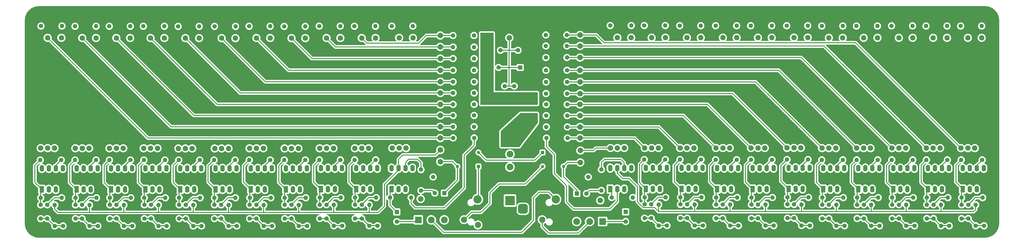
<source format=gbr>
%TF.GenerationSoftware,KiCad,Pcbnew,(6.0.1-0)*%
%TF.CreationDate,2022-03-16T00:28:58-04:00*%
%TF.ProjectId,spectrum,73706563-7472-4756-9d2e-6b696361645f,0*%
%TF.SameCoordinates,Original*%
%TF.FileFunction,Copper,L1,Top*%
%TF.FilePolarity,Positive*%
%FSLAX46Y46*%
G04 Gerber Fmt 4.6, Leading zero omitted, Abs format (unit mm)*
G04 Created by KiCad (PCBNEW (6.0.1-0)) date 2022-03-16 00:28:58*
%MOMM*%
%LPD*%
G01*
G04 APERTURE LIST*
G04 Aperture macros list*
%AMRoundRect*
0 Rectangle with rounded corners*
0 $1 Rounding radius*
0 $2 $3 $4 $5 $6 $7 $8 $9 X,Y pos of 4 corners*
0 Add a 4 corners polygon primitive as box body*
4,1,4,$2,$3,$4,$5,$6,$7,$8,$9,$2,$3,0*
0 Add four circle primitives for the rounded corners*
1,1,$1+$1,$2,$3*
1,1,$1+$1,$4,$5*
1,1,$1+$1,$6,$7*
1,1,$1+$1,$8,$9*
0 Add four rect primitives between the rounded corners*
20,1,$1+$1,$2,$3,$4,$5,0*
20,1,$1+$1,$4,$5,$6,$7,0*
20,1,$1+$1,$6,$7,$8,$9,0*
20,1,$1+$1,$8,$9,$2,$3,0*%
G04 Aperture macros list end*
%TA.AperFunction,ComponentPad*%
%ADD10C,2.250000*%
%TD*%
%TA.AperFunction,ComponentPad*%
%ADD11C,3.000000*%
%TD*%
%TA.AperFunction,ComponentPad*%
%ADD12C,1.600000*%
%TD*%
%TA.AperFunction,ComponentPad*%
%ADD13O,1.600000X1.600000*%
%TD*%
%TA.AperFunction,ComponentPad*%
%ADD14C,1.950000*%
%TD*%
%TA.AperFunction,ComponentPad*%
%ADD15R,1.600000X2.400000*%
%TD*%
%TA.AperFunction,ComponentPad*%
%ADD16O,1.600000X2.400000*%
%TD*%
%TA.AperFunction,ComponentPad*%
%ADD17C,2.000000*%
%TD*%
%TA.AperFunction,ComponentPad*%
%ADD18R,3.500000X3.500000*%
%TD*%
%TA.AperFunction,ComponentPad*%
%ADD19RoundRect,0.750000X1.000000X-0.750000X1.000000X0.750000X-1.000000X0.750000X-1.000000X-0.750000X0*%
%TD*%
%TA.AperFunction,ComponentPad*%
%ADD20RoundRect,0.875000X0.875000X-0.875000X0.875000X0.875000X-0.875000X0.875000X-0.875000X-0.875000X0*%
%TD*%
%TA.AperFunction,ComponentPad*%
%ADD21R,1.150000X1.150000*%
%TD*%
%TA.AperFunction,ComponentPad*%
%ADD22C,1.150000*%
%TD*%
%TA.AperFunction,ComponentPad*%
%ADD23R,1.600000X1.600000*%
%TD*%
%TA.AperFunction,ComponentPad*%
%ADD24R,2.000000X1.905000*%
%TD*%
%TA.AperFunction,ComponentPad*%
%ADD25O,2.000000X1.905000*%
%TD*%
%TA.AperFunction,ComponentPad*%
%ADD26R,2.450000X2.450000*%
%TD*%
%TA.AperFunction,ComponentPad*%
%ADD27C,2.450000*%
%TD*%
%TA.AperFunction,Conductor*%
%ADD28C,0.300000*%
%TD*%
G04 APERTURE END LIST*
D10*
%TO.P,J3,R*%
%TO.N,Net-(J3-PadR)*%
X217900000Y-197950000D03*
%TO.P,J3,S*%
%TO.N,GNDREF*%
X222950000Y-199850000D03*
D11*
%TO.P,J3,T*%
%TO.N,Net-(J3-PadT)*%
X222825000Y-190550000D03*
%TD*%
D10*
%TO.P,J2,R*%
%TO.N,Net-(J2-PadR)*%
X189600000Y-197950000D03*
%TO.P,J2,S*%
%TO.N,Net-(J2-PadS)*%
X194650000Y-199850000D03*
D11*
%TO.P,J2,T*%
%TO.N,Net-(J2-PadT)*%
X194525000Y-190550000D03*
%TD*%
D12*
%TO.P,R83,1*%
%TO.N,Net-(R73-Pad2)*%
X219350000Y-160200000D03*
D13*
%TO.P,R83,2*%
%TO.N,Net-(PTL20-Pad2)*%
X226970000Y-160200000D03*
%TD*%
D14*
%TO.P,PTL18,1,1*%
%TO.N,Net-(PTL18-Pad1)*%
X309100000Y-171900000D03*
%TO.P,PTL18,2,2*%
%TO.N,Net-(PTL18-Pad2)*%
X306600000Y-171900000D03*
%TO.P,PTL18,3,3*%
X309100000Y-131900000D03*
%TO.P,PTL18,4,B*%
%TO.N,Net-(PTL18-Pad4)*%
X314100000Y-131900000D03*
%TO.P,PTL18,5,E*%
%TO.N,GNDREF*%
X314100000Y-171900000D03*
%TO.P,PTL18,6*%
%TO.N,N/C*%
X311600000Y-171900000D03*
%TD*%
D12*
%TO.P,R114,1*%
%TO.N,Net-(C38-Pad1)*%
X276100000Y-200060000D03*
D13*
%TO.P,R114,2*%
%TO.N,GNDREF*%
X276100000Y-192440000D03*
%TD*%
D15*
%TO.P,U10,1*%
%TO.N,Net-(C10-Pad2)*%
X49250000Y-186950000D03*
D16*
%TO.P,U10,2,-*%
%TO.N,Net-(C20-Pad2)*%
X51790000Y-186950000D03*
%TO.P,U10,3,+*%
%TO.N,VGND*%
X54330000Y-186950000D03*
%TO.P,U10,4,V-*%
%TO.N,GNDREF*%
X56870000Y-186950000D03*
%TO.P,U10,5,+*%
%TO.N,VGND*%
X56870000Y-179330000D03*
%TO.P,U10,6,-*%
%TO.N,Net-(PTL10-Pad1)*%
X54330000Y-179330000D03*
%TO.P,U10,7*%
%TO.N,Net-(PTL10-Pad2)*%
X51790000Y-179330000D03*
%TO.P,U10,8,V+*%
%TO.N,+5V*%
X49250000Y-179330000D03*
%TD*%
D17*
%TO.P,TP10,1,1*%
%TO.N,Net-(PTL9-Pad2)*%
X181000000Y-160150000D03*
%TD*%
D12*
%TO.P,R120,1*%
%TO.N,Net-(C34-Pad1)*%
X324450000Y-200160000D03*
D13*
%TO.P,R120,2*%
%TO.N,Net-(PTL12-Pad2)*%
X324450000Y-192540000D03*
%TD*%
D17*
%TO.P,TP23,1,1*%
%TO.N,Net-(PTL19-Pad2)*%
X231600000Y-156150000D03*
%TD*%
%TO.P,TP21,1,1*%
%TO.N,Net-(PTL17-Pad2)*%
X231650000Y-148000000D03*
%TD*%
D12*
%TO.P,R76,1*%
%TO.N,Net-(R73-Pad2)*%
X219250000Y-130950000D03*
D13*
%TO.P,R76,2*%
%TO.N,Net-(PTL13-Pad2)*%
X226870000Y-130950000D03*
%TD*%
D12*
%TO.P,R12,1*%
%TO.N,Net-(C12-Pad1)*%
X158250000Y-200160000D03*
D13*
%TO.P,R12,2*%
%TO.N,GNDREF*%
X158250000Y-192540000D03*
%TD*%
D12*
%TO.P,R42,1*%
%TO.N,Net-(R42-Pad1)*%
X193210000Y-131150000D03*
D13*
%TO.P,R42,2*%
%TO.N,Net-(PTL2-Pad2)*%
X185590000Y-131150000D03*
%TD*%
D12*
%TO.P,C40,1*%
%TO.N,Net-(C30-Pad1)*%
X369850000Y-197550000D03*
%TO.P,C40,2*%
%TO.N,Net-(C40-Pad2)*%
X369850000Y-192550000D03*
%TD*%
D15*
%TO.P,U6,1*%
%TO.N,Net-(C6-Pad2)*%
X99590000Y-186950000D03*
D16*
%TO.P,U6,2,-*%
%TO.N,Net-(C16-Pad2)*%
X102130000Y-186950000D03*
%TO.P,U6,3,+*%
%TO.N,VGND*%
X104670000Y-186950000D03*
%TO.P,U6,4,V-*%
%TO.N,GNDREF*%
X107210000Y-186950000D03*
%TO.P,U6,5,+*%
%TO.N,VGND*%
X107210000Y-179330000D03*
%TO.P,U6,6,-*%
%TO.N,Net-(PTL6-Pad1)*%
X104670000Y-179330000D03*
%TO.P,U6,7*%
%TO.N,Net-(PTL6-Pad2)*%
X102130000Y-179330000D03*
%TO.P,U6,8,V+*%
%TO.N,+5V*%
X99590000Y-179330000D03*
%TD*%
D12*
%TO.P,R99,1*%
%TO.N,Net-(C43-Pad2)*%
X331990000Y-189950000D03*
D13*
%TO.P,R99,2*%
%TO.N,Net-(C33-Pad2)*%
X339610000Y-189950000D03*
%TD*%
D17*
%TO.P,TP26,1,1*%
%TO.N,Net-(PTL22-Pad2)*%
X231650000Y-168350000D03*
%TD*%
D12*
%TO.P,R93,1*%
%TO.N,Net-(PTL20-Pad1)*%
X288360000Y-176200000D03*
D13*
%TO.P,R93,2*%
%TO.N,Net-(C47-Pad2)*%
X280740000Y-176200000D03*
%TD*%
D12*
%TO.P,R44,1*%
%TO.N,Net-(R42-Pad1)*%
X193250000Y-139500000D03*
D13*
%TO.P,R44,2*%
%TO.N,Net-(PTL4-Pad2)*%
X185630000Y-139500000D03*
%TD*%
D12*
%TO.P,C4,1*%
%TO.N,Net-(C14-Pad1)*%
X124650000Y-197550000D03*
%TO.P,C4,2*%
%TO.N,Net-(C4-Pad2)*%
X124650000Y-192550000D03*
%TD*%
%TO.P,C42,1*%
%TO.N,Net-(C32-Pad1)*%
X344700000Y-197500000D03*
%TO.P,C42,2*%
%TO.N,Net-(C42-Pad2)*%
X344700000Y-192500000D03*
%TD*%
%TO.P,R67,1*%
%TO.N,+5V*%
X306490000Y-127600000D03*
D13*
%TO.P,R67,2*%
%TO.N,Net-(PTL18-Pad4)*%
X314110000Y-127600000D03*
%TD*%
D18*
%TO.P,J1,1*%
%TO.N,Net-(J1-Pad1)*%
X206242500Y-191000000D03*
D19*
%TO.P,J1,2*%
%TO.N,GNDREF*%
X206242500Y-197000000D03*
D20*
%TO.P,J1,3*%
%TO.N,N/C*%
X210942500Y-194000000D03*
%TD*%
D12*
%TO.P,R71,1*%
%TO.N,+5V*%
X280740000Y-127600000D03*
D13*
%TO.P,R71,2*%
%TO.N,Net-(PTL20-Pad4)*%
X288360000Y-127600000D03*
%TD*%
D12*
%TO.P,R15,1*%
%TO.N,Net-(C15-Pad1)*%
X120050000Y-200210000D03*
D13*
%TO.P,R15,2*%
%TO.N,GNDREF*%
X120050000Y-192590000D03*
%TD*%
D12*
%TO.P,C19,1*%
%TO.N,Net-(C19-Pad1)*%
X63700000Y-197550000D03*
%TO.P,C19,2*%
%TO.N,Net-(C19-Pad2)*%
X63700000Y-192550000D03*
%TD*%
D15*
%TO.P,U2,1*%
%TO.N,Net-(C2-Pad2)*%
X150550000Y-186900000D03*
D16*
%TO.P,U2,2,-*%
%TO.N,Net-(C12-Pad2)*%
X153090000Y-186900000D03*
%TO.P,U2,3,+*%
%TO.N,VGND*%
X155630000Y-186900000D03*
%TO.P,U2,4,V-*%
%TO.N,GNDREF*%
X158170000Y-186900000D03*
%TO.P,U2,5,+*%
%TO.N,VGND*%
X158170000Y-179280000D03*
%TO.P,U2,6,-*%
%TO.N,Net-(PTL2-Pad1)*%
X155630000Y-179280000D03*
%TO.P,U2,7*%
%TO.N,Net-(PTL2-Pad2)*%
X153090000Y-179280000D03*
%TO.P,U2,8,V+*%
%TO.N,+5V*%
X150550000Y-179280000D03*
%TD*%
D17*
%TO.P,TP3,1,1*%
%TO.N,Net-(PTL2-Pad2)*%
X181000000Y-131150000D03*
%TD*%
D21*
%TO.P,T1,1,AA*%
%TO.N,Net-(J2-PadS)*%
X218040000Y-173560000D03*
D22*
%TO.P,T1,2,AB*%
%TO.N,Net-(J2-PadR)*%
X218040000Y-178640000D03*
%TO.P,T1,3,SA*%
%TO.N,GNDREF*%
X225660000Y-173560000D03*
%TO.P,T1,4,SB*%
%TO.N,Vin_R*%
X225660000Y-178640000D03*
%TD*%
D15*
%TO.P,U16,1*%
%TO.N,Net-(C43-Pad2)*%
X332400000Y-186900000D03*
D16*
%TO.P,U16,2,-*%
%TO.N,Net-(C33-Pad2)*%
X334940000Y-186900000D03*
%TO.P,U16,3,+*%
%TO.N,VGND*%
X337480000Y-186900000D03*
%TO.P,U16,4,V-*%
%TO.N,GNDREF*%
X340020000Y-186900000D03*
%TO.P,U16,5,+*%
%TO.N,VGND*%
X340020000Y-179280000D03*
%TO.P,U16,6,-*%
%TO.N,Net-(PTL16-Pad1)*%
X337480000Y-179280000D03*
%TO.P,U16,7*%
%TO.N,Net-(PTL16-Pad2)*%
X334940000Y-179280000D03*
%TO.P,U16,8,V+*%
%TO.N,+5V*%
X332400000Y-179280000D03*
%TD*%
D12*
%TO.P,C47,1*%
%TO.N,Net-(C37-Pad1)*%
X280900000Y-197450000D03*
%TO.P,C47,2*%
%TO.N,Net-(C47-Pad2)*%
X280900000Y-192450000D03*
%TD*%
%TO.P,R89,1*%
%TO.N,Net-(PTL16-Pad1)*%
X339460000Y-176250000D03*
D13*
%TO.P,R89,2*%
%TO.N,Net-(C43-Pad2)*%
X331840000Y-176250000D03*
%TD*%
D12*
%TO.P,R11,1*%
%TO.N,Net-(C11-Pad1)*%
X41350000Y-200210000D03*
D13*
%TO.P,R11,2*%
%TO.N,Net-(PTL1-Pad2)*%
X41350000Y-192590000D03*
%TD*%
D12*
%TO.P,R77,1*%
%TO.N,Net-(R73-Pad2)*%
X219250000Y-134950000D03*
D13*
%TO.P,R77,2*%
%TO.N,Net-(PTL14-Pad2)*%
X226870000Y-134950000D03*
%TD*%
D23*
%TO.P,C50,1*%
%TO.N,Vin_R*%
X230447349Y-188450000D03*
D12*
%TO.P,C50,2*%
%TO.N,Net-(C50-Pad2)*%
X233947349Y-188450000D03*
%TD*%
%TO.P,R64,1*%
%TO.N,VGND*%
X207790000Y-149500000D03*
D13*
%TO.P,R64,2*%
%TO.N,GNDREF*%
X215410000Y-149500000D03*
%TD*%
D12*
%TO.P,R52,1*%
%TO.N,+5V*%
X149890000Y-127800000D03*
D13*
%TO.P,R52,2*%
%TO.N,Net-(PTL2-Pad4)*%
X157510000Y-127800000D03*
%TD*%
D12*
%TO.P,C43,1*%
%TO.N,Net-(C33-Pad1)*%
X332000000Y-197500000D03*
%TO.P,C43,2*%
%TO.N,Net-(C43-Pad2)*%
X332000000Y-192500000D03*
%TD*%
%TO.P,C18,1*%
%TO.N,Net-(C18-Pad1)*%
X76200000Y-197550000D03*
%TO.P,C18,2*%
%TO.N,Net-(C18-Pad2)*%
X76200000Y-192550000D03*
%TD*%
%TO.P,R59,1*%
%TO.N,+5V*%
X111740000Y-127800000D03*
D13*
%TO.P,R59,2*%
%TO.N,Net-(PTL5-Pad4)*%
X119360000Y-127800000D03*
%TD*%
D12*
%TO.P,R21,1*%
%TO.N,Net-(C11-Pad1)*%
X44350000Y-200210000D03*
D13*
%TO.P,R21,2*%
%TO.N,GNDREF*%
X44350000Y-192590000D03*
%TD*%
D12*
%TO.P,C13,1*%
%TO.N,Net-(C13-Pad1)*%
X139750000Y-197500000D03*
%TO.P,C13,2*%
%TO.N,Net-(C13-Pad2)*%
X139750000Y-192500000D03*
%TD*%
%TO.P,R30,1*%
%TO.N,Net-(C10-Pad2)*%
X48850000Y-190000000D03*
D13*
%TO.P,R30,2*%
%TO.N,Net-(C20-Pad2)*%
X56470000Y-190000000D03*
%TD*%
D24*
%TO.P,U23,1,IN*%
%TO.N,Net-(C53-Pad2)*%
X214945000Y-160340000D03*
D25*
%TO.P,U23,2,GND*%
%TO.N,GNDREF*%
X214945000Y-157800000D03*
%TO.P,U23,3,OUT*%
%TO.N,+5V*%
X214945000Y-155260000D03*
%TD*%
D12*
%TO.P,R75,1*%
%TO.N,+5V*%
X319190000Y-127700000D03*
D13*
%TO.P,R75,2*%
%TO.N,Net-(PTL17-Pad4)*%
X326810000Y-127700000D03*
%TD*%
D15*
%TO.P,U1,1*%
%TO.N,Net-(C22-Pad1)*%
X163300000Y-186900000D03*
D16*
%TO.P,U1,2,-*%
%TO.N,Net-(R42-Pad1)*%
X165840000Y-186900000D03*
%TO.P,U1,3,+*%
%TO.N,VGND*%
X168380000Y-186900000D03*
%TO.P,U1,4,V-*%
%TO.N,GNDREF*%
X170920000Y-186900000D03*
%TO.P,U1,5,+*%
%TO.N,VGND*%
X170920000Y-179280000D03*
%TO.P,U1,6,-*%
%TO.N,Net-(PTL1-Pad1)*%
X168380000Y-179280000D03*
%TO.P,U1,7*%
%TO.N,Net-(PTL1-Pad2)*%
X165840000Y-179280000D03*
%TO.P,U1,8,V+*%
%TO.N,+5V*%
X163300000Y-179280000D03*
%TD*%
D17*
%TO.P,TP27,1,1*%
%TO.N,Vin_R*%
X231700000Y-177200000D03*
%TD*%
D12*
%TO.P,C11,1*%
%TO.N,Net-(C11-Pad1)*%
X36250000Y-197550000D03*
%TO.P,C11,2*%
%TO.N,Net-(C11-Pad2)*%
X36250000Y-192550000D03*
%TD*%
%TO.P,C20,1*%
%TO.N,Net-(C10-Pad1)*%
X51250000Y-197550000D03*
%TO.P,C20,2*%
%TO.N,Net-(C20-Pad2)*%
X51250000Y-192550000D03*
%TD*%
%TO.P,R85,1*%
%TO.N,Net-(R73-Pad2)*%
X219440000Y-168350000D03*
D13*
%TO.P,R85,2*%
%TO.N,Net-(PTL22-Pad2)*%
X227060000Y-168350000D03*
%TD*%
D12*
%TO.P,R73,1*%
%TO.N,Net-(C29-Pad1)*%
X243090000Y-189900000D03*
D13*
%TO.P,R73,2*%
%TO.N,Net-(R73-Pad2)*%
X250710000Y-189900000D03*
%TD*%
D12*
%TO.P,R103,1*%
%TO.N,Net-(C47-Pad2)*%
X280900000Y-189900000D03*
D13*
%TO.P,R103,2*%
%TO.N,Net-(C37-Pad2)*%
X288520000Y-189900000D03*
%TD*%
D12*
%TO.P,R110,1*%
%TO.N,Net-(C34-Pad1)*%
X327450000Y-200160000D03*
D13*
%TO.P,R110,2*%
%TO.N,GNDREF*%
X327450000Y-192540000D03*
%TD*%
D12*
%TO.P,C12,1*%
%TO.N,Net-(C12-Pad1)*%
X152550000Y-197500000D03*
%TO.P,C12,2*%
%TO.N,Net-(C12-Pad2)*%
X152550000Y-192500000D03*
%TD*%
%TO.P,R94,1*%
%TO.N,Net-(PTL21-Pad1)*%
X275460000Y-176150000D03*
D13*
%TO.P,R94,2*%
%TO.N,Net-(C48-Pad2)*%
X267840000Y-176150000D03*
%TD*%
D14*
%TO.P,PTL3,1,1*%
%TO.N,Net-(PTL3-Pad1)*%
X139800000Y-172050000D03*
%TO.P,PTL3,2,2*%
%TO.N,Net-(PTL3-Pad2)*%
X137300000Y-172050000D03*
%TO.P,PTL3,3,3*%
X139800000Y-132050000D03*
%TO.P,PTL3,4,B*%
%TO.N,Net-(PTL3-Pad4)*%
X144800000Y-132050000D03*
%TO.P,PTL3,5,E*%
%TO.N,GNDREF*%
X144800000Y-172050000D03*
%TO.P,PTL3,6*%
%TO.N,N/C*%
X142300000Y-172050000D03*
%TD*%
D12*
%TO.P,R80,1*%
%TO.N,Net-(R73-Pad2)*%
X219300000Y-148000000D03*
D13*
%TO.P,R80,2*%
%TO.N,Net-(PTL17-Pad2)*%
X226920000Y-148000000D03*
%TD*%
D12*
%TO.P,R124,1*%
%TO.N,Net-(C38-Pad1)*%
X273100000Y-200060000D03*
D13*
%TO.P,R124,2*%
%TO.N,Net-(PTL12-Pad2)*%
X273100000Y-192440000D03*
%TD*%
D12*
%TO.P,C10,1*%
%TO.N,Net-(C10-Pad1)*%
X48850000Y-197550000D03*
%TO.P,C10,2*%
%TO.N,Net-(C10-Pad2)*%
X48850000Y-192550000D03*
%TD*%
D14*
%TO.P,PTL4,1,1*%
%TO.N,Net-(PTL4-Pad1)*%
X127100000Y-172100000D03*
%TO.P,PTL4,2,2*%
%TO.N,Net-(PTL4-Pad2)*%
X124600000Y-172100000D03*
%TO.P,PTL4,3,3*%
X127100000Y-132100000D03*
%TO.P,PTL4,4,B*%
%TO.N,Net-(PTL4-Pad4)*%
X132100000Y-132100000D03*
%TO.P,PTL4,5,E*%
%TO.N,GNDREF*%
X132100000Y-172100000D03*
%TO.P,PTL4,6*%
%TO.N,N/C*%
X129600000Y-172100000D03*
%TD*%
D12*
%TO.P,C38,1*%
%TO.N,Net-(C38-Pad1)*%
X270400000Y-197400000D03*
%TO.P,C38,2*%
%TO.N,Net-(C38-Pad2)*%
X270400000Y-192400000D03*
%TD*%
%TO.P,C35,1*%
%TO.N,Net-(C35-Pad1)*%
X309150000Y-197400000D03*
%TO.P,C35,2*%
%TO.N,Net-(C35-Pad2)*%
X309150000Y-192400000D03*
%TD*%
%TO.P,R62,1*%
%TO.N,+5V*%
X36340000Y-127700000D03*
D13*
%TO.P,R62,2*%
%TO.N,Net-(PTL11-Pad4)*%
X43960000Y-127700000D03*
%TD*%
D12*
%TO.P,R18,1*%
%TO.N,Net-(C18-Pad1)*%
X81900000Y-200210000D03*
D13*
%TO.P,R18,2*%
%TO.N,GNDREF*%
X81900000Y-192590000D03*
%TD*%
D12*
%TO.P,R45,1*%
%TO.N,Net-(R42-Pad1)*%
X193250000Y-143750000D03*
D13*
%TO.P,R45,2*%
%TO.N,Net-(PTL5-Pad2)*%
X185630000Y-143750000D03*
%TD*%
D12*
%TO.P,R113,1*%
%TO.N,Net-(C37-Pad1)*%
X289000000Y-200110000D03*
D13*
%TO.P,R113,2*%
%TO.N,GNDREF*%
X289000000Y-192490000D03*
%TD*%
D12*
%TO.P,R14,1*%
%TO.N,Net-(C14-Pad1)*%
X132750000Y-200210000D03*
D13*
%TO.P,R14,2*%
%TO.N,GNDREF*%
X132750000Y-192590000D03*
%TD*%
D15*
%TO.P,U3,1*%
%TO.N,Net-(C3-Pad2)*%
X137750000Y-186900000D03*
D16*
%TO.P,U3,2,-*%
%TO.N,Net-(C13-Pad2)*%
X140290000Y-186900000D03*
%TO.P,U3,3,+*%
%TO.N,VGND*%
X142830000Y-186900000D03*
%TO.P,U3,4,V-*%
%TO.N,GNDREF*%
X145370000Y-186900000D03*
%TO.P,U3,5,+*%
%TO.N,VGND*%
X145370000Y-179280000D03*
%TO.P,U3,6,-*%
%TO.N,Net-(PTL3-Pad1)*%
X142830000Y-179280000D03*
%TO.P,U3,7*%
%TO.N,Net-(PTL3-Pad2)*%
X140290000Y-179280000D03*
%TO.P,U3,8,V+*%
%TO.N,+5V*%
X137750000Y-179280000D03*
%TD*%
D17*
%TO.P,TP5,1,1*%
%TO.N,Net-(PTL4-Pad2)*%
X181000000Y-139500000D03*
%TD*%
D12*
%TO.P,R13,1*%
%TO.N,Net-(C13-Pad1)*%
X145450000Y-200160000D03*
D13*
%TO.P,R13,2*%
%TO.N,GNDREF*%
X145450000Y-192540000D03*
%TD*%
D12*
%TO.P,R26,1*%
%TO.N,Net-(C6-Pad2)*%
X99190000Y-190000000D03*
D13*
%TO.P,R26,2*%
%TO.N,Net-(C16-Pad2)*%
X106810000Y-190000000D03*
%TD*%
D12*
%TO.P,C28,1*%
%TO.N,GNDREF*%
X214150000Y-136500000D03*
%TO.P,C28,2*%
%TO.N,VGND*%
X209150000Y-136500000D03*
%TD*%
%TO.P,C8,1*%
%TO.N,Net-(C18-Pad1)*%
X73800000Y-197550000D03*
%TO.P,C8,2*%
%TO.N,Net-(C8-Pad2)*%
X73800000Y-192550000D03*
%TD*%
D14*
%TO.P,PTL14,1,1*%
%TO.N,Net-(PTL14-Pad1)*%
X359540000Y-172000000D03*
%TO.P,PTL14,2,2*%
%TO.N,Net-(PTL14-Pad2)*%
X357040000Y-172000000D03*
%TO.P,PTL14,3,3*%
X359540000Y-132000000D03*
%TO.P,PTL14,4,B*%
%TO.N,Net-(PTL14-Pad4)*%
X364540000Y-132000000D03*
%TO.P,PTL14,5,E*%
%TO.N,GNDREF*%
X364540000Y-172000000D03*
%TO.P,PTL14,6*%
%TO.N,N/C*%
X362040000Y-172000000D03*
%TD*%
D15*
%TO.P,U17,1*%
%TO.N,Net-(C44-Pad2)*%
X319750000Y-186900000D03*
D16*
%TO.P,U17,2,-*%
%TO.N,Net-(C34-Pad2)*%
X322290000Y-186900000D03*
%TO.P,U17,3,+*%
%TO.N,VGND*%
X324830000Y-186900000D03*
%TO.P,U17,4,V-*%
%TO.N,GNDREF*%
X327370000Y-186900000D03*
%TO.P,U17,5,+*%
%TO.N,VGND*%
X327370000Y-179280000D03*
%TO.P,U17,6,-*%
%TO.N,Net-(PTL17-Pad1)*%
X324830000Y-179280000D03*
%TO.P,U17,7*%
%TO.N,Net-(PTL17-Pad2)*%
X322290000Y-179280000D03*
%TO.P,U17,8,V+*%
%TO.N,+5V*%
X319750000Y-179280000D03*
%TD*%
D12*
%TO.P,C3,1*%
%TO.N,Net-(C13-Pad1)*%
X137350000Y-197500000D03*
%TO.P,C3,2*%
%TO.N,Net-(C3-Pad2)*%
X137350000Y-192500000D03*
%TD*%
D17*
%TO.P,TP25,1,1*%
%TO.N,Net-(PTL21-Pad2)*%
X231650000Y-164300000D03*
%TD*%
D12*
%TO.P,C21,1*%
%TO.N,Net-(C11-Pad1)*%
X38650000Y-197550000D03*
%TO.P,C21,2*%
%TO.N,Net-(C21-Pad2)*%
X38650000Y-192550000D03*
%TD*%
%TO.P,R69,1*%
%TO.N,+5V*%
X293440000Y-127600000D03*
D13*
%TO.P,R69,2*%
%TO.N,Net-(PTL19-Pad4)*%
X301060000Y-127600000D03*
%TD*%
D12*
%TO.P,R92,1*%
%TO.N,Net-(PTL19-Pad1)*%
X301160000Y-176200000D03*
D13*
%TO.P,R92,2*%
%TO.N,Net-(C46-Pad2)*%
X293540000Y-176200000D03*
%TD*%
D12*
%TO.P,R81,1*%
%TO.N,Net-(R73-Pad2)*%
X219300000Y-152200000D03*
D13*
%TO.P,R81,2*%
%TO.N,Net-(PTL18-Pad2)*%
X226920000Y-152200000D03*
%TD*%
D14*
%TO.P,PTL16,1,1*%
%TO.N,Net-(PTL16-Pad1)*%
X334350000Y-172000000D03*
%TO.P,PTL16,2,2*%
%TO.N,Net-(PTL16-Pad2)*%
X331850000Y-172000000D03*
%TO.P,PTL16,3,3*%
X334350000Y-132000000D03*
%TO.P,PTL16,4,B*%
%TO.N,Net-(PTL16-Pad4)*%
X339350000Y-132000000D03*
%TO.P,PTL16,5,E*%
%TO.N,GNDREF*%
X339350000Y-172000000D03*
%TO.P,PTL16,6*%
%TO.N,N/C*%
X336850000Y-172000000D03*
%TD*%
D12*
%TO.P,R53,1*%
%TO.N,+5V*%
X86040000Y-127850000D03*
D13*
%TO.P,R53,2*%
%TO.N,Net-(PTL7-Pad4)*%
X93660000Y-127850000D03*
%TD*%
D12*
%TO.P,R108,1*%
%TO.N,Net-(C32-Pad1)*%
X352800000Y-200160000D03*
D13*
%TO.P,R108,2*%
%TO.N,GNDREF*%
X352800000Y-192540000D03*
%TD*%
D23*
%TO.P,C1,1*%
%TO.N,Vin_L*%
X182502651Y-188300000D03*
D12*
%TO.P,C1,2*%
%TO.N,Net-(C1-Pad2)*%
X179002651Y-188300000D03*
%TD*%
%TO.P,R90,1*%
%TO.N,Net-(PTL17-Pad1)*%
X326810000Y-176250000D03*
D13*
%TO.P,R90,2*%
%TO.N,Net-(C44-Pad2)*%
X319190000Y-176250000D03*
%TD*%
D12*
%TO.P,R128,1*%
%TO.N,+5V*%
X242540000Y-127550000D03*
D13*
%TO.P,R128,2*%
%TO.N,Net-(PTL12-Pad4)*%
X250160000Y-127550000D03*
%TD*%
D12*
%TO.P,C45,1*%
%TO.N,Net-(C35-Pad1)*%
X306750000Y-197400000D03*
%TO.P,C45,2*%
%TO.N,Net-(C45-Pad2)*%
X306750000Y-192400000D03*
%TD*%
%TO.P,R88,1*%
%TO.N,Net-(PTL15-Pad1)*%
X352160000Y-176250000D03*
D13*
%TO.P,R88,2*%
%TO.N,Net-(C42-Pad2)*%
X344540000Y-176250000D03*
%TD*%
D12*
%TO.P,R122,1*%
%TO.N,Net-(C36-Pad1)*%
X298800000Y-200110000D03*
D13*
%TO.P,R122,2*%
%TO.N,Net-(PTL12-Pad2)*%
X298800000Y-192490000D03*
%TD*%
D12*
%TO.P,C7,1*%
%TO.N,Net-(C17-Pad1)*%
X86400000Y-197550000D03*
%TO.P,C7,2*%
%TO.N,Net-(C7-Pad2)*%
X86400000Y-192550000D03*
%TD*%
D14*
%TO.P,PTL19,1,1*%
%TO.N,Net-(PTL19-Pad1)*%
X296050000Y-171950000D03*
%TO.P,PTL19,2,2*%
%TO.N,Net-(PTL19-Pad2)*%
X293550000Y-171950000D03*
%TO.P,PTL19,3,3*%
X296050000Y-131950000D03*
%TO.P,PTL19,4,B*%
%TO.N,Net-(PTL19-Pad4)*%
X301050000Y-131950000D03*
%TO.P,PTL19,5,E*%
%TO.N,GNDREF*%
X301050000Y-171950000D03*
%TO.P,PTL19,6*%
%TO.N,N/C*%
X298550000Y-171950000D03*
%TD*%
D12*
%TO.P,R126,1*%
%TO.N,Net-(PTL12-Pad1)*%
X239350000Y-179740000D03*
D13*
%TO.P,R126,2*%
%TO.N,Net-(C50-Pad2)*%
X239350000Y-187360000D03*
%TD*%
D23*
%TO.P,C23,1*%
%TO.N,+5V*%
X199600000Y-154647349D03*
D12*
%TO.P,C23,2*%
%TO.N,GNDREF*%
X199600000Y-158147349D03*
%TD*%
%TO.P,R119,1*%
%TO.N,Net-(C33-Pad1)*%
X337100000Y-200160000D03*
D13*
%TO.P,R119,2*%
%TO.N,Net-(PTL12-Pad2)*%
X337100000Y-192540000D03*
%TD*%
D12*
%TO.P,R28,1*%
%TO.N,Net-(C8-Pad2)*%
X73790000Y-190000000D03*
D13*
%TO.P,R28,2*%
%TO.N,Net-(C18-Pad2)*%
X81410000Y-190000000D03*
%TD*%
D12*
%TO.P,R22,1*%
%TO.N,Net-(C2-Pad2)*%
X150150000Y-189950000D03*
D13*
%TO.P,R22,2*%
%TO.N,Net-(C12-Pad2)*%
X157770000Y-189950000D03*
%TD*%
D12*
%TO.P,C32,1*%
%TO.N,Net-(C32-Pad1)*%
X347100000Y-197500000D03*
%TO.P,C32,2*%
%TO.N,Net-(C32-Pad2)*%
X347100000Y-192500000D03*
%TD*%
%TO.P,R47,1*%
%TO.N,Net-(R42-Pad1)*%
X193250000Y-152000000D03*
D13*
%TO.P,R47,2*%
%TO.N,Net-(PTL7-Pad2)*%
X185630000Y-152000000D03*
%TD*%
D12*
%TO.P,R86,1*%
%TO.N,Net-(PTL13-Pad1)*%
X377310000Y-176250000D03*
D13*
%TO.P,R86,2*%
%TO.N,Net-(C40-Pad2)*%
X369690000Y-176250000D03*
%TD*%
D12*
%TO.P,R35,1*%
%TO.N,Net-(PTL5-Pad1)*%
X119410000Y-176300000D03*
D13*
%TO.P,R35,2*%
%TO.N,Net-(C5-Pad2)*%
X111790000Y-176300000D03*
%TD*%
D17*
%TO.P,TP20,1,1*%
%TO.N,Net-(PTL16-Pad2)*%
X231600000Y-143750000D03*
%TD*%
D14*
%TO.P,PTL20,1,1*%
%TO.N,Net-(PTL20-Pad1)*%
X283350000Y-171950000D03*
%TO.P,PTL20,2,2*%
%TO.N,Net-(PTL20-Pad2)*%
X280850000Y-171950000D03*
%TO.P,PTL20,3,3*%
X283350000Y-131950000D03*
%TO.P,PTL20,4,B*%
%TO.N,Net-(PTL20-Pad4)*%
X288350000Y-131950000D03*
%TO.P,PTL20,5,E*%
%TO.N,GNDREF*%
X288350000Y-171950000D03*
%TO.P,PTL20,6*%
%TO.N,N/C*%
X285850000Y-171950000D03*
%TD*%
D12*
%TO.P,R8,1*%
%TO.N,Net-(C18-Pad1)*%
X78900000Y-200210000D03*
D13*
%TO.P,R8,2*%
%TO.N,Net-(PTL1-Pad2)*%
X78900000Y-192590000D03*
%TD*%
D12*
%TO.P,C49,1*%
%TO.N,Net-(C39-Pad1)*%
X255000000Y-197400000D03*
%TO.P,C49,2*%
%TO.N,Net-(C49-Pad2)*%
X255000000Y-192400000D03*
%TD*%
%TO.P,R32,1*%
%TO.N,Net-(PTL2-Pad1)*%
X157610000Y-176250000D03*
D13*
%TO.P,R32,2*%
%TO.N,Net-(C2-Pad2)*%
X149990000Y-176250000D03*
%TD*%
D15*
%TO.P,U7,1*%
%TO.N,Net-(C7-Pad2)*%
X86800000Y-186950000D03*
D16*
%TO.P,U7,2,-*%
%TO.N,Net-(C17-Pad2)*%
X89340000Y-186950000D03*
%TO.P,U7,3,+*%
%TO.N,VGND*%
X91880000Y-186950000D03*
%TO.P,U7,4,V-*%
%TO.N,GNDREF*%
X94420000Y-186950000D03*
%TO.P,U7,5,+*%
%TO.N,VGND*%
X94420000Y-179330000D03*
%TO.P,U7,6,-*%
%TO.N,Net-(PTL7-Pad1)*%
X91880000Y-179330000D03*
%TO.P,U7,7*%
%TO.N,Net-(PTL7-Pad2)*%
X89340000Y-179330000D03*
%TO.P,U7,8,V+*%
%TO.N,+5V*%
X86800000Y-179330000D03*
%TD*%
D12*
%TO.P,R60,1*%
%TO.N,+5V*%
X48690000Y-127800000D03*
D13*
%TO.P,R60,2*%
%TO.N,Net-(PTL10-Pad4)*%
X56310000Y-127800000D03*
%TD*%
D12*
%TO.P,R127,1*%
%TO.N,+5V*%
X254890000Y-127550000D03*
D13*
%TO.P,R127,2*%
%TO.N,Net-(PTL22-Pad4)*%
X262510000Y-127550000D03*
%TD*%
D17*
%TO.P,TP14,1,1*%
%TO.N,GNDREF*%
X214150000Y-132000000D03*
%TD*%
D14*
%TO.P,PTL5,1,1*%
%TO.N,Net-(PTL5-Pad1)*%
X114400000Y-172050000D03*
%TO.P,PTL5,2,2*%
%TO.N,Net-(PTL5-Pad2)*%
X111900000Y-172050000D03*
%TO.P,PTL5,3,3*%
X114400000Y-132050000D03*
%TO.P,PTL5,4,B*%
%TO.N,Net-(PTL5-Pad4)*%
X119400000Y-132050000D03*
%TO.P,PTL5,5,E*%
%TO.N,GNDREF*%
X119400000Y-172050000D03*
%TO.P,PTL5,6*%
%TO.N,N/C*%
X116900000Y-172050000D03*
%TD*%
D12*
%TO.P,R61,1*%
%TO.N,+5V*%
X99230000Y-127850000D03*
D13*
%TO.P,R61,2*%
%TO.N,Net-(PTL6-Pad4)*%
X106850000Y-127850000D03*
%TD*%
D14*
%TO.P,PTL6,1,1*%
%TO.N,Net-(PTL6-Pad1)*%
X101790000Y-172100000D03*
%TO.P,PTL6,2,2*%
%TO.N,Net-(PTL6-Pad2)*%
X99290000Y-172100000D03*
%TO.P,PTL6,3,3*%
X101790000Y-132100000D03*
%TO.P,PTL6,4,B*%
%TO.N,Net-(PTL6-Pad4)*%
X106790000Y-132100000D03*
%TO.P,PTL6,5,E*%
%TO.N,GNDREF*%
X106790000Y-172100000D03*
%TO.P,PTL6,6*%
%TO.N,N/C*%
X104290000Y-172100000D03*
%TD*%
D12*
%TO.P,C6,1*%
%TO.N,Net-(C16-Pad1)*%
X99190000Y-197550000D03*
%TO.P,C6,2*%
%TO.N,Net-(C6-Pad2)*%
X99190000Y-192550000D03*
%TD*%
D14*
%TO.P,PTL9,1,1*%
%TO.N,Net-(PTL9-Pad1)*%
X63650000Y-172050000D03*
%TO.P,PTL9,2,2*%
%TO.N,Net-(PTL9-Pad2)*%
X61150000Y-172050000D03*
%TO.P,PTL9,3,3*%
X63650000Y-132050000D03*
%TO.P,PTL9,4,B*%
%TO.N,Net-(PTL9-Pad4)*%
X68650000Y-132050000D03*
%TO.P,PTL9,5,E*%
%TO.N,GNDREF*%
X68650000Y-172050000D03*
%TO.P,PTL9,6*%
%TO.N,N/C*%
X66150000Y-172050000D03*
%TD*%
D12*
%TO.P,R105,1*%
%TO.N,Net-(C49-Pad2)*%
X255000000Y-189850000D03*
D13*
%TO.P,R105,2*%
%TO.N,Net-(C39-Pad2)*%
X262620000Y-189850000D03*
%TD*%
D12*
%TO.P,R78,1*%
%TO.N,Net-(R73-Pad2)*%
X219260000Y-139150000D03*
D13*
%TO.P,R78,2*%
%TO.N,Net-(PTL15-Pad2)*%
X226880000Y-139150000D03*
%TD*%
D12*
%TO.P,C46,1*%
%TO.N,Net-(C36-Pad1)*%
X293700000Y-197450000D03*
%TO.P,C46,2*%
%TO.N,Net-(C46-Pad2)*%
X293700000Y-192450000D03*
%TD*%
%TO.P,R118,1*%
%TO.N,Net-(C32-Pad1)*%
X349800000Y-200160000D03*
D13*
%TO.P,R118,2*%
%TO.N,Net-(PTL12-Pad2)*%
X349800000Y-192540000D03*
%TD*%
D23*
%TO.P,C22,1*%
%TO.N,Net-(C22-Pad1)*%
X165250000Y-195147349D03*
D12*
%TO.P,C22,2*%
%TO.N,Vout_L*%
X165250000Y-198647349D03*
%TD*%
D15*
%TO.P,U11,1*%
%TO.N,Net-(C11-Pad2)*%
X36650000Y-186950000D03*
D16*
%TO.P,U11,2,-*%
%TO.N,Net-(C21-Pad2)*%
X39190000Y-186950000D03*
%TO.P,U11,3,+*%
%TO.N,VGND*%
X41730000Y-186950000D03*
%TO.P,U11,4,V-*%
%TO.N,GNDREF*%
X44270000Y-186950000D03*
%TO.P,U11,5,+*%
%TO.N,VGND*%
X44270000Y-179330000D03*
%TO.P,U11,6,-*%
%TO.N,Net-(PTL11-Pad1)*%
X41730000Y-179330000D03*
%TO.P,U11,7*%
%TO.N,Net-(PTL11-Pad2)*%
X39190000Y-179330000D03*
%TO.P,U11,8,V+*%
%TO.N,+5V*%
X36650000Y-179330000D03*
%TD*%
D12*
%TO.P,R48,1*%
%TO.N,Net-(R42-Pad1)*%
X193250000Y-156100000D03*
D13*
%TO.P,R48,2*%
%TO.N,Net-(PTL8-Pad2)*%
X185630000Y-156100000D03*
%TD*%
D12*
%TO.P,R65,1*%
%TO.N,+5V*%
X163440000Y-127750000D03*
D13*
%TO.P,R65,2*%
%TO.N,Net-(PTL1-Pad4)*%
X171060000Y-127750000D03*
%TD*%
D12*
%TO.P,R3,1*%
%TO.N,Net-(C13-Pad1)*%
X142450000Y-200160000D03*
D13*
%TO.P,R3,2*%
%TO.N,Net-(PTL1-Pad2)*%
X142450000Y-192540000D03*
%TD*%
D12*
%TO.P,R91,1*%
%TO.N,Net-(PTL18-Pad1)*%
X314210000Y-176150000D03*
D13*
%TO.P,R91,2*%
%TO.N,Net-(C45-Pad2)*%
X306590000Y-176150000D03*
%TD*%
D12*
%TO.P,C2,1*%
%TO.N,Net-(C12-Pad1)*%
X150150000Y-197500000D03*
%TO.P,C2,2*%
%TO.N,Net-(C2-Pad2)*%
X150150000Y-192500000D03*
%TD*%
%TO.P,R112,1*%
%TO.N,Net-(C36-Pad1)*%
X301800000Y-200110000D03*
D13*
%TO.P,R112,2*%
%TO.N,GNDREF*%
X301800000Y-192490000D03*
%TD*%
D15*
%TO.P,U4,1*%
%TO.N,Net-(C4-Pad2)*%
X125050000Y-186950000D03*
D16*
%TO.P,U4,2,-*%
%TO.N,Net-(C14-Pad2)*%
X127590000Y-186950000D03*
%TO.P,U4,3,+*%
%TO.N,VGND*%
X130130000Y-186950000D03*
%TO.P,U4,4,V-*%
%TO.N,GNDREF*%
X132670000Y-186950000D03*
%TO.P,U4,5,+*%
%TO.N,VGND*%
X132670000Y-179330000D03*
%TO.P,U4,6,-*%
%TO.N,Net-(PTL4-Pad1)*%
X130130000Y-179330000D03*
%TO.P,U4,7*%
%TO.N,Net-(PTL4-Pad2)*%
X127590000Y-179330000D03*
%TO.P,U4,8,V+*%
%TO.N,+5V*%
X125050000Y-179330000D03*
%TD*%
D12*
%TO.P,R56,1*%
%TO.N,+5V*%
X73440000Y-127800000D03*
D13*
%TO.P,R56,2*%
%TO.N,Net-(PTL8-Pad4)*%
X81060000Y-127800000D03*
%TD*%
D15*
%TO.P,U20,1*%
%TO.N,Net-(C47-Pad2)*%
X281300000Y-186850000D03*
D16*
%TO.P,U20,2,-*%
%TO.N,Net-(C37-Pad2)*%
X283840000Y-186850000D03*
%TO.P,U20,3,+*%
%TO.N,VGND*%
X286380000Y-186850000D03*
%TO.P,U20,4,V-*%
%TO.N,GNDREF*%
X288920000Y-186850000D03*
%TO.P,U20,5,+*%
%TO.N,VGND*%
X288920000Y-179230000D03*
%TO.P,U20,6,-*%
%TO.N,Net-(PTL20-Pad1)*%
X286380000Y-179230000D03*
%TO.P,U20,7*%
%TO.N,Net-(PTL20-Pad2)*%
X283840000Y-179230000D03*
%TO.P,U20,8,V+*%
%TO.N,+5V*%
X281300000Y-179230000D03*
%TD*%
D12*
%TO.P,R96,1*%
%TO.N,Net-(C40-Pad2)*%
X369840000Y-189950000D03*
D13*
%TO.P,R96,2*%
%TO.N,Net-(C30-Pad2)*%
X377460000Y-189950000D03*
%TD*%
D12*
%TO.P,R29,1*%
%TO.N,Net-(C9-Pad2)*%
X61300000Y-190000000D03*
D13*
%TO.P,R29,2*%
%TO.N,Net-(C19-Pad2)*%
X68920000Y-190000000D03*
%TD*%
D12*
%TO.P,R95,1*%
%TO.N,Net-(PTL22-Pad1)*%
X262510000Y-176150000D03*
D13*
%TO.P,R95,2*%
%TO.N,Net-(C49-Pad2)*%
X254890000Y-176150000D03*
%TD*%
D12*
%TO.P,R104,1*%
%TO.N,Net-(C48-Pad2)*%
X267990000Y-189850000D03*
D13*
%TO.P,R104,2*%
%TO.N,Net-(C38-Pad2)*%
X275610000Y-189850000D03*
%TD*%
D12*
%TO.P,C30,1*%
%TO.N,Net-(C30-Pad1)*%
X372250000Y-197500000D03*
%TO.P,C30,2*%
%TO.N,Net-(C30-Pad2)*%
X372250000Y-192500000D03*
%TD*%
%TO.P,R100,1*%
%TO.N,Net-(C44-Pad2)*%
X319350000Y-189950000D03*
D13*
%TO.P,R100,2*%
%TO.N,Net-(C34-Pad2)*%
X326970000Y-189950000D03*
%TD*%
D14*
%TO.P,PTL15,1,1*%
%TO.N,Net-(PTL15-Pad1)*%
X347100000Y-172000000D03*
%TO.P,PTL15,2,2*%
%TO.N,Net-(PTL15-Pad2)*%
X344600000Y-172000000D03*
%TO.P,PTL15,3,3*%
X347100000Y-132000000D03*
%TO.P,PTL15,4,B*%
%TO.N,Net-(PTL15-Pad4)*%
X352100000Y-132000000D03*
%TO.P,PTL15,5,E*%
%TO.N,GNDREF*%
X352100000Y-172000000D03*
%TO.P,PTL15,6*%
%TO.N,N/C*%
X349600000Y-172000000D03*
%TD*%
D12*
%TO.P,C37,1*%
%TO.N,Net-(C37-Pad1)*%
X283300000Y-197450000D03*
%TO.P,C37,2*%
%TO.N,Net-(C37-Pad2)*%
X283300000Y-192450000D03*
%TD*%
D17*
%TO.P,TP1,1,1*%
%TO.N,+5V*%
X197800000Y-132000000D03*
%TD*%
D12*
%TO.P,R121,1*%
%TO.N,Net-(C35-Pad1)*%
X311850000Y-200060000D03*
D13*
%TO.P,R121,2*%
%TO.N,Net-(PTL12-Pad2)*%
X311850000Y-192440000D03*
%TD*%
D15*
%TO.P,U15,1*%
%TO.N,Net-(C42-Pad2)*%
X345100000Y-186900000D03*
D16*
%TO.P,U15,2,-*%
%TO.N,Net-(C32-Pad2)*%
X347640000Y-186900000D03*
%TO.P,U15,3,+*%
%TO.N,VGND*%
X350180000Y-186900000D03*
%TO.P,U15,4,V-*%
%TO.N,GNDREF*%
X352720000Y-186900000D03*
%TO.P,U15,5,+*%
%TO.N,VGND*%
X352720000Y-179280000D03*
%TO.P,U15,6,-*%
%TO.N,Net-(PTL15-Pad1)*%
X350180000Y-179280000D03*
%TO.P,U15,7*%
%TO.N,Net-(PTL15-Pad2)*%
X347640000Y-179280000D03*
%TO.P,U15,8,V+*%
%TO.N,+5V*%
X345100000Y-179280000D03*
%TD*%
D12*
%TO.P,C5,1*%
%TO.N,Net-(C15-Pad1)*%
X111950000Y-197550000D03*
%TO.P,C5,2*%
%TO.N,Net-(C5-Pad2)*%
X111950000Y-192550000D03*
%TD*%
%TO.P,R54,1*%
%TO.N,Net-(C22-Pad1)*%
X162790000Y-189950000D03*
D13*
%TO.P,R54,2*%
%TO.N,Net-(R42-Pad1)*%
X170410000Y-189950000D03*
%TD*%
D15*
%TO.P,U22,1*%
%TO.N,Net-(C49-Pad2)*%
X255450000Y-186800000D03*
D16*
%TO.P,U22,2,-*%
%TO.N,Net-(C39-Pad2)*%
X257990000Y-186800000D03*
%TO.P,U22,3,+*%
%TO.N,VGND*%
X260530000Y-186800000D03*
%TO.P,U22,4,V-*%
%TO.N,GNDREF*%
X263070000Y-186800000D03*
%TO.P,U22,5,+*%
%TO.N,VGND*%
X263070000Y-179180000D03*
%TO.P,U22,6,-*%
%TO.N,Net-(PTL22-Pad1)*%
X260530000Y-179180000D03*
%TO.P,U22,7*%
%TO.N,Net-(PTL22-Pad2)*%
X257990000Y-179180000D03*
%TO.P,U22,8,V+*%
%TO.N,+5V*%
X255450000Y-179180000D03*
%TD*%
D12*
%TO.P,R107,1*%
%TO.N,Net-(C31-Pad1)*%
X365340000Y-200160000D03*
D13*
%TO.P,R107,2*%
%TO.N,GNDREF*%
X365340000Y-192540000D03*
%TD*%
D12*
%TO.P,C39,1*%
%TO.N,Net-(C39-Pad1)*%
X257400000Y-197400000D03*
%TO.P,C39,2*%
%TO.N,Net-(C39-Pad2)*%
X257400000Y-192400000D03*
%TD*%
%TO.P,R36,1*%
%TO.N,Net-(PTL6-Pad1)*%
X106650000Y-176300000D03*
D13*
%TO.P,R36,2*%
%TO.N,Net-(C6-Pad2)*%
X99030000Y-176300000D03*
%TD*%
D17*
%TO.P,TP4,1,1*%
%TO.N,Net-(PTL3-Pad2)*%
X181000000Y-135300000D03*
%TD*%
D12*
%TO.P,R97,1*%
%TO.N,Net-(C41-Pad2)*%
X357240000Y-189950000D03*
D13*
%TO.P,R97,2*%
%TO.N,Net-(C31-Pad2)*%
X364860000Y-189950000D03*
%TD*%
D12*
%TO.P,C24,1*%
%TO.N,GNDREF*%
X207100000Y-158600000D03*
%TO.P,C24,2*%
%TO.N,+5V*%
X207100000Y-153600000D03*
%TD*%
D14*
%TO.P,PTL13,1,1*%
%TO.N,Net-(PTL13-Pad1)*%
X372100000Y-172000000D03*
%TO.P,PTL13,2,2*%
%TO.N,Net-(PTL13-Pad2)*%
X369600000Y-172000000D03*
%TO.P,PTL13,3,3*%
X372100000Y-132000000D03*
%TO.P,PTL13,4,B*%
%TO.N,Net-(PTL13-Pad4)*%
X377100000Y-132000000D03*
%TO.P,PTL13,5,E*%
%TO.N,GNDREF*%
X377100000Y-172000000D03*
%TO.P,PTL13,6*%
%TO.N,N/C*%
X374600000Y-172000000D03*
%TD*%
%TO.P,PTL21,1,1*%
%TO.N,Net-(PTL21-Pad1)*%
X270350000Y-171950000D03*
%TO.P,PTL21,2,2*%
%TO.N,Net-(PTL21-Pad2)*%
X267850000Y-171950000D03*
%TO.P,PTL21,3,3*%
X270350000Y-131950000D03*
%TO.P,PTL21,4,B*%
%TO.N,Net-(PTL21-Pad4)*%
X275350000Y-131950000D03*
%TO.P,PTL21,5,E*%
%TO.N,GNDREF*%
X275350000Y-171950000D03*
%TO.P,PTL21,6*%
%TO.N,N/C*%
X272850000Y-171950000D03*
%TD*%
D12*
%TO.P,C16,1*%
%TO.N,Net-(C16-Pad1)*%
X101590000Y-197550000D03*
%TO.P,C16,2*%
%TO.N,Net-(C16-Pad2)*%
X101590000Y-192550000D03*
%TD*%
D23*
%TO.P,C29,1*%
%TO.N,Net-(C29-Pad1)*%
X248150000Y-195097349D03*
D12*
%TO.P,C29,2*%
%TO.N,Vout_R*%
X248150000Y-198597349D03*
%TD*%
%TO.P,R23,1*%
%TO.N,Net-(C3-Pad2)*%
X137340000Y-189950000D03*
D13*
%TO.P,R23,2*%
%TO.N,Net-(C13-Pad2)*%
X144960000Y-189950000D03*
%TD*%
D12*
%TO.P,C34,1*%
%TO.N,Net-(C34-Pad1)*%
X321750000Y-197500000D03*
%TO.P,C34,2*%
%TO.N,Net-(C34-Pad2)*%
X321750000Y-192500000D03*
%TD*%
%TO.P,R19,1*%
%TO.N,Net-(C19-Pad1)*%
X69400000Y-200210000D03*
D13*
%TO.P,R19,2*%
%TO.N,GNDREF*%
X69400000Y-192590000D03*
%TD*%
D17*
%TO.P,TP12,1,1*%
%TO.N,Net-(PTL11-Pad2)*%
X181000000Y-168350000D03*
%TD*%
D12*
%TO.P,R70,1*%
%TO.N,+5V*%
X344440000Y-127650000D03*
D13*
%TO.P,R70,2*%
%TO.N,Net-(PTL15-Pad4)*%
X352060000Y-127650000D03*
%TD*%
D17*
%TO.P,TP18,1,1*%
%TO.N,Net-(PTL14-Pad2)*%
X231650000Y-134950000D03*
%TD*%
D12*
%TO.P,R31,1*%
%TO.N,Net-(C11-Pad2)*%
X36250000Y-190000000D03*
D13*
%TO.P,R31,2*%
%TO.N,Net-(C21-Pad2)*%
X43870000Y-190000000D03*
%TD*%
D12*
%TO.P,C14,1*%
%TO.N,Net-(C14-Pad1)*%
X127050000Y-197550000D03*
%TO.P,C14,2*%
%TO.N,Net-(C14-Pad2)*%
X127050000Y-192550000D03*
%TD*%
%TO.P,C9,1*%
%TO.N,Net-(C19-Pad1)*%
X61300000Y-197550000D03*
%TO.P,C9,2*%
%TO.N,Net-(C9-Pad2)*%
X61300000Y-192550000D03*
%TD*%
%TO.P,R102,1*%
%TO.N,Net-(C46-Pad2)*%
X293690000Y-189900000D03*
D13*
%TO.P,R102,2*%
%TO.N,Net-(C36-Pad2)*%
X301310000Y-189900000D03*
%TD*%
D15*
%TO.P,U9,1*%
%TO.N,Net-(C9-Pad2)*%
X61700000Y-186950000D03*
D16*
%TO.P,U9,2,-*%
%TO.N,Net-(C19-Pad2)*%
X64240000Y-186950000D03*
%TO.P,U9,3,+*%
%TO.N,VGND*%
X66780000Y-186950000D03*
%TO.P,U9,4,V-*%
%TO.N,GNDREF*%
X69320000Y-186950000D03*
%TO.P,U9,5,+*%
%TO.N,VGND*%
X69320000Y-179330000D03*
%TO.P,U9,6,-*%
%TO.N,Net-(PTL9-Pad1)*%
X66780000Y-179330000D03*
%TO.P,U9,7*%
%TO.N,Net-(PTL9-Pad2)*%
X64240000Y-179330000D03*
%TO.P,U9,8,V+*%
%TO.N,+5V*%
X61700000Y-179330000D03*
%TD*%
D12*
%TO.P,R79,1*%
%TO.N,Net-(R73-Pad2)*%
X219290000Y-143750000D03*
D13*
%TO.P,R79,2*%
%TO.N,Net-(PTL16-Pad2)*%
X226910000Y-143750000D03*
%TD*%
D17*
%TO.P,TP11,1,1*%
%TO.N,Net-(PTL10-Pad2)*%
X181000000Y-164250000D03*
%TD*%
%TO.P,TP2,1,1*%
%TO.N,Vin_L*%
X181000000Y-176950000D03*
%TD*%
D12*
%TO.P,R109,1*%
%TO.N,Net-(C33-Pad1)*%
X340100000Y-200160000D03*
D13*
%TO.P,R109,2*%
%TO.N,GNDREF*%
X340100000Y-192540000D03*
%TD*%
D12*
%TO.P,C53,1*%
%TO.N,GNDREF*%
X203800000Y-162500000D03*
%TO.P,C53,2*%
%TO.N,Net-(C53-Pad2)*%
X208800000Y-162500000D03*
%TD*%
D14*
%TO.P,PTL1,1,1*%
%TO.N,Net-(PTL1-Pad1)*%
X166100000Y-172000000D03*
%TO.P,PTL1,2,2*%
%TO.N,Net-(PTL1-Pad2)*%
X163600000Y-172000000D03*
%TO.P,PTL1,3,3*%
X166100000Y-132000000D03*
%TO.P,PTL1,4,B*%
%TO.N,Net-(PTL1-Pad4)*%
X171100000Y-132000000D03*
%TO.P,PTL1,5,E*%
%TO.N,GNDREF*%
X171100000Y-172000000D03*
%TO.P,PTL1,6*%
%TO.N,N/C*%
X168600000Y-172000000D03*
%TD*%
D17*
%TO.P,TP13,1,1*%
%TO.N,Vout_L*%
X173900000Y-190400000D03*
%TD*%
D12*
%TO.P,R123,1*%
%TO.N,Net-(C37-Pad1)*%
X286000000Y-200110000D03*
D13*
%TO.P,R123,2*%
%TO.N,Net-(PTL12-Pad2)*%
X286000000Y-192490000D03*
%TD*%
D12*
%TO.P,R34,1*%
%TO.N,Net-(PTL4-Pad1)*%
X132110000Y-176300000D03*
D13*
%TO.P,R34,2*%
%TO.N,Net-(C4-Pad2)*%
X124490000Y-176300000D03*
%TD*%
D12*
%TO.P,R25,1*%
%TO.N,Net-(C5-Pad2)*%
X111990000Y-190000000D03*
D13*
%TO.P,R25,2*%
%TO.N,Net-(C15-Pad2)*%
X119610000Y-190000000D03*
%TD*%
D26*
%TO.P,SW3,1,A*%
%TO.N,Vout_L*%
X173050000Y-198000000D03*
D27*
%TO.P,SW3,2,B*%
%TO.N,Net-(J3-PadT)*%
X177750000Y-198000000D03*
%TO.P,SW3,3,C*%
%TO.N,Vin_L*%
X182450000Y-198000000D03*
%TD*%
D26*
%TO.P,SW2,1,A*%
%TO.N,Vout_R*%
X239800000Y-198600000D03*
D27*
%TO.P,SW2,2,B*%
%TO.N,Net-(J3-PadR)*%
X235100000Y-198600000D03*
%TO.P,SW2,3,C*%
%TO.N,Vin_R*%
X230400000Y-198600000D03*
%TD*%
D12*
%TO.P,R5,1*%
%TO.N,Net-(C15-Pad1)*%
X117050000Y-200210000D03*
D13*
%TO.P,R5,2*%
%TO.N,Net-(PTL1-Pad2)*%
X117050000Y-192590000D03*
%TD*%
D12*
%TO.P,R50,1*%
%TO.N,Net-(R42-Pad1)*%
X193250000Y-164250000D03*
D13*
%TO.P,R50,2*%
%TO.N,Net-(PTL10-Pad2)*%
X185630000Y-164250000D03*
%TD*%
D12*
%TO.P,C48,1*%
%TO.N,Net-(C38-Pad1)*%
X268000000Y-197400000D03*
%TO.P,C48,2*%
%TO.N,Net-(C48-Pad2)*%
X268000000Y-192400000D03*
%TD*%
D15*
%TO.P,U19,1*%
%TO.N,Net-(C46-Pad2)*%
X294110000Y-186850000D03*
D16*
%TO.P,U19,2,-*%
%TO.N,Net-(C36-Pad2)*%
X296650000Y-186850000D03*
%TO.P,U19,3,+*%
%TO.N,VGND*%
X299190000Y-186850000D03*
%TO.P,U19,4,V-*%
%TO.N,GNDREF*%
X301730000Y-186850000D03*
%TO.P,U19,5,+*%
%TO.N,VGND*%
X301730000Y-179230000D03*
%TO.P,U19,6,-*%
%TO.N,Net-(PTL19-Pad1)*%
X299190000Y-179230000D03*
%TO.P,U19,7*%
%TO.N,Net-(PTL19-Pad2)*%
X296650000Y-179230000D03*
%TO.P,U19,8,V+*%
%TO.N,+5V*%
X294110000Y-179230000D03*
%TD*%
D17*
%TO.P,TP28,1,1*%
%TO.N,Net-(PTL1-Pad2)*%
X181000000Y-172650000D03*
%TD*%
D14*
%TO.P,PTL12,1,1*%
%TO.N,Net-(PTL12-Pad1)*%
X245150000Y-171950000D03*
%TO.P,PTL12,2,2*%
%TO.N,Net-(PTL12-Pad2)*%
X242650000Y-171950000D03*
%TO.P,PTL12,3,3*%
X245150000Y-131950000D03*
%TO.P,PTL12,4,B*%
%TO.N,Net-(PTL12-Pad4)*%
X250150000Y-131950000D03*
%TO.P,PTL12,5,E*%
%TO.N,GNDREF*%
X250150000Y-171950000D03*
%TO.P,PTL12,6*%
%TO.N,N/C*%
X247650000Y-171950000D03*
%TD*%
D17*
%TO.P,TP19,1,1*%
%TO.N,Net-(PTL15-Pad2)*%
X231650000Y-139150000D03*
%TD*%
D12*
%TO.P,R51,1*%
%TO.N,Net-(R42-Pad1)*%
X193260000Y-168300000D03*
D13*
%TO.P,R51,2*%
%TO.N,Net-(PTL11-Pad2)*%
X185640000Y-168300000D03*
%TD*%
D12*
%TO.P,C52,1*%
%TO.N,GNDREF*%
X229600000Y-182450000D03*
%TO.P,C52,2*%
%TO.N,Net-(C50-Pad2)*%
X234600000Y-182450000D03*
%TD*%
%TO.P,R68,1*%
%TO.N,+5V*%
X356940000Y-127700000D03*
D13*
%TO.P,R68,2*%
%TO.N,Net-(PTL14-Pad4)*%
X364560000Y-127700000D03*
%TD*%
D12*
%TO.P,C51,1*%
%TO.N,GNDREF*%
X183400000Y-182450000D03*
%TO.P,C51,2*%
%TO.N,Net-(C1-Pad2)*%
X178400000Y-182450000D03*
%TD*%
D15*
%TO.P,U21,1*%
%TO.N,Net-(C48-Pad2)*%
X268400000Y-186800000D03*
D16*
%TO.P,U21,2,-*%
%TO.N,Net-(C38-Pad2)*%
X270940000Y-186800000D03*
%TO.P,U21,3,+*%
%TO.N,VGND*%
X273480000Y-186800000D03*
%TO.P,U21,4,V-*%
%TO.N,GNDREF*%
X276020000Y-186800000D03*
%TO.P,U21,5,+*%
%TO.N,VGND*%
X276020000Y-179180000D03*
%TO.P,U21,6,-*%
%TO.N,Net-(PTL21-Pad1)*%
X273480000Y-179180000D03*
%TO.P,U21,7*%
%TO.N,Net-(PTL21-Pad2)*%
X270940000Y-179180000D03*
%TO.P,U21,8,V+*%
%TO.N,+5V*%
X268400000Y-179180000D03*
%TD*%
D12*
%TO.P,C27,1*%
%TO.N,VGND*%
X202800000Y-136500000D03*
%TO.P,C27,2*%
%TO.N,+5V*%
X197800000Y-136500000D03*
%TD*%
D15*
%TO.P,U14,1*%
%TO.N,Net-(C41-Pad2)*%
X357640000Y-186900000D03*
D16*
%TO.P,U14,2,-*%
%TO.N,Net-(C31-Pad2)*%
X360180000Y-186900000D03*
%TO.P,U14,3,+*%
%TO.N,VGND*%
X362720000Y-186900000D03*
%TO.P,U14,4,V-*%
%TO.N,GNDREF*%
X365260000Y-186900000D03*
%TO.P,U14,5,+*%
%TO.N,VGND*%
X365260000Y-179280000D03*
%TO.P,U14,6,-*%
%TO.N,Net-(PTL14-Pad1)*%
X362720000Y-179280000D03*
%TO.P,U14,7*%
%TO.N,Net-(PTL14-Pad2)*%
X360180000Y-179280000D03*
%TO.P,U14,8,V+*%
%TO.N,+5V*%
X357640000Y-179280000D03*
%TD*%
D17*
%TO.P,TP16,1,1*%
%TO.N,Vout_R*%
X238950000Y-190950000D03*
%TD*%
D12*
%TO.P,R87,1*%
%TO.N,Net-(PTL14-Pad1)*%
X364690000Y-176250000D03*
D13*
%TO.P,R87,2*%
%TO.N,Net-(C41-Pad2)*%
X357070000Y-176250000D03*
%TD*%
D12*
%TO.P,R6,1*%
%TO.N,Net-(C16-Pad1)*%
X104290000Y-200210000D03*
D13*
%TO.P,R6,2*%
%TO.N,Net-(PTL1-Pad2)*%
X104290000Y-192590000D03*
%TD*%
D12*
%TO.P,C17,1*%
%TO.N,Net-(C17-Pad1)*%
X88800000Y-197550000D03*
%TO.P,C17,2*%
%TO.N,Net-(C17-Pad2)*%
X88800000Y-192550000D03*
%TD*%
%TO.P,R106,1*%
%TO.N,Net-(C30-Pad1)*%
X377950000Y-200160000D03*
D13*
%TO.P,R106,2*%
%TO.N,GNDREF*%
X377950000Y-192540000D03*
%TD*%
D12*
%TO.P,R82,1*%
%TO.N,Net-(R73-Pad2)*%
X219340000Y-156150000D03*
D13*
%TO.P,R82,2*%
%TO.N,Net-(PTL19-Pad2)*%
X226960000Y-156150000D03*
%TD*%
D12*
%TO.P,R84,1*%
%TO.N,Net-(R73-Pad2)*%
X219400000Y-164300000D03*
D13*
%TO.P,R84,2*%
%TO.N,Net-(PTL21-Pad2)*%
X227020000Y-164300000D03*
%TD*%
D14*
%TO.P,PTL10,1,1*%
%TO.N,Net-(PTL10-Pad1)*%
X51300000Y-172050000D03*
%TO.P,PTL10,2,2*%
%TO.N,Net-(PTL10-Pad2)*%
X48800000Y-172050000D03*
%TO.P,PTL10,3,3*%
X51300000Y-132050000D03*
%TO.P,PTL10,4,B*%
%TO.N,Net-(PTL10-Pad4)*%
X56300000Y-132050000D03*
%TO.P,PTL10,5,E*%
%TO.N,GNDREF*%
X56300000Y-172050000D03*
%TO.P,PTL10,6*%
%TO.N,N/C*%
X53800000Y-172050000D03*
%TD*%
D12*
%TO.P,R10,1*%
%TO.N,Net-(C10-Pad1)*%
X53950000Y-200210000D03*
D13*
%TO.P,R10,2*%
%TO.N,Net-(PTL1-Pad2)*%
X53950000Y-192590000D03*
%TD*%
D12*
%TO.P,C15,1*%
%TO.N,Net-(C15-Pad1)*%
X114350000Y-197550000D03*
%TO.P,C15,2*%
%TO.N,Net-(C15-Pad2)*%
X114350000Y-192550000D03*
%TD*%
%TO.P,R66,1*%
%TO.N,+5V*%
X369490000Y-127700000D03*
D13*
%TO.P,R66,2*%
%TO.N,Net-(PTL13-Pad4)*%
X377110000Y-127700000D03*
%TD*%
D12*
%TO.P,R57,1*%
%TO.N,+5V*%
X124440000Y-127850000D03*
D13*
%TO.P,R57,2*%
%TO.N,Net-(PTL4-Pad4)*%
X132060000Y-127850000D03*
%TD*%
D12*
%TO.P,C33,1*%
%TO.N,Net-(C33-Pad1)*%
X334400000Y-197500000D03*
%TO.P,C33,2*%
%TO.N,Net-(C33-Pad2)*%
X334400000Y-192500000D03*
%TD*%
D17*
%TO.P,TP15,1,1*%
%TO.N,VGND*%
X206000000Y-132000000D03*
%TD*%
D12*
%TO.P,R58,1*%
%TO.N,+5V*%
X61090000Y-127800000D03*
D13*
%TO.P,R58,2*%
%TO.N,Net-(PTL9-Pad4)*%
X68710000Y-127800000D03*
%TD*%
D12*
%TO.P,R33,1*%
%TO.N,Net-(PTL3-Pad1)*%
X144810000Y-176250000D03*
D13*
%TO.P,R33,2*%
%TO.N,Net-(C3-Pad2)*%
X137190000Y-176250000D03*
%TD*%
D17*
%TO.P,TP24,1,1*%
%TO.N,Net-(PTL20-Pad2)*%
X231650000Y-160200000D03*
%TD*%
D14*
%TO.P,PTL2,1,1*%
%TO.N,Net-(PTL2-Pad1)*%
X152550000Y-172050000D03*
%TO.P,PTL2,2,2*%
%TO.N,Net-(PTL2-Pad2)*%
X150050000Y-172050000D03*
%TO.P,PTL2,3,3*%
X152550000Y-132050000D03*
%TO.P,PTL2,4,B*%
%TO.N,Net-(PTL2-Pad4)*%
X157550000Y-132050000D03*
%TO.P,PTL2,5,E*%
%TO.N,GNDREF*%
X157550000Y-172050000D03*
%TO.P,PTL2,6*%
%TO.N,N/C*%
X155050000Y-172050000D03*
%TD*%
D12*
%TO.P,C41,1*%
%TO.N,Net-(C31-Pad1)*%
X357240000Y-197500000D03*
%TO.P,C41,2*%
%TO.N,Net-(C41-Pad2)*%
X357240000Y-192500000D03*
%TD*%
%TO.P,R116,1*%
%TO.N,Net-(C30-Pad1)*%
X374950000Y-200150000D03*
D13*
%TO.P,R116,2*%
%TO.N,Net-(PTL12-Pad2)*%
X374950000Y-192530000D03*
%TD*%
D17*
%TO.P,TP8,1,1*%
%TO.N,Net-(PTL7-Pad2)*%
X181000000Y-152000000D03*
%TD*%
D12*
%TO.P,R55,1*%
%TO.N,+5V*%
X137140000Y-127750000D03*
D13*
%TO.P,R55,2*%
%TO.N,Net-(PTL3-Pad4)*%
X144760000Y-127750000D03*
%TD*%
D15*
%TO.P,U18,1*%
%TO.N,Net-(C45-Pad2)*%
X307150000Y-186800000D03*
D16*
%TO.P,U18,2,-*%
%TO.N,Net-(C35-Pad2)*%
X309690000Y-186800000D03*
%TO.P,U18,3,+*%
%TO.N,VGND*%
X312230000Y-186800000D03*
%TO.P,U18,4,V-*%
%TO.N,GNDREF*%
X314770000Y-186800000D03*
%TO.P,U18,5,+*%
%TO.N,VGND*%
X314770000Y-179180000D03*
%TO.P,U18,6,-*%
%TO.N,Net-(PTL18-Pad1)*%
X312230000Y-179180000D03*
%TO.P,U18,7*%
%TO.N,Net-(PTL18-Pad2)*%
X309690000Y-179180000D03*
%TO.P,U18,8,V+*%
%TO.N,+5V*%
X307150000Y-179180000D03*
%TD*%
D12*
%TO.P,R115,1*%
%TO.N,Net-(C39-Pad1)*%
X263100000Y-200060000D03*
D13*
%TO.P,R115,2*%
%TO.N,GNDREF*%
X263100000Y-192440000D03*
%TD*%
D12*
%TO.P,R43,1*%
%TO.N,Net-(R42-Pad1)*%
X193250000Y-135350000D03*
D13*
%TO.P,R43,2*%
%TO.N,Net-(PTL3-Pad2)*%
X185630000Y-135350000D03*
%TD*%
D15*
%TO.P,U13,1*%
%TO.N,Net-(C40-Pad2)*%
X370250000Y-186900000D03*
D16*
%TO.P,U13,2,-*%
%TO.N,Net-(C30-Pad2)*%
X372790000Y-186900000D03*
%TO.P,U13,3,+*%
%TO.N,VGND*%
X375330000Y-186900000D03*
%TO.P,U13,4,V-*%
%TO.N,GNDREF*%
X377870000Y-186900000D03*
%TO.P,U13,5,+*%
%TO.N,VGND*%
X377870000Y-179280000D03*
%TO.P,U13,6,-*%
%TO.N,Net-(PTL13-Pad1)*%
X375330000Y-179280000D03*
%TO.P,U13,7*%
%TO.N,Net-(PTL13-Pad2)*%
X372790000Y-179280000D03*
%TO.P,U13,8,V+*%
%TO.N,+5V*%
X370250000Y-179280000D03*
%TD*%
D21*
%TO.P,T2,1,AA*%
%TO.N,Net-(J2-PadT)*%
X194810000Y-178640000D03*
D22*
%TO.P,T2,2,AB*%
%TO.N,Net-(J2-PadS)*%
X194810000Y-173560000D03*
%TO.P,T2,3,SA*%
%TO.N,Vin_L*%
X187190000Y-178640000D03*
%TO.P,T2,4,SB*%
%TO.N,GNDREF*%
X187190000Y-173560000D03*
%TD*%
D12*
%TO.P,C36,1*%
%TO.N,Net-(C36-Pad1)*%
X296100000Y-197450000D03*
%TO.P,C36,2*%
%TO.N,Net-(C36-Pad2)*%
X296100000Y-192450000D03*
%TD*%
%TO.P,R101,1*%
%TO.N,Net-(C45-Pad2)*%
X306750000Y-189850000D03*
D13*
%TO.P,R101,2*%
%TO.N,Net-(C35-Pad2)*%
X314370000Y-189850000D03*
%TD*%
D12*
%TO.P,R39,1*%
%TO.N,Net-(PTL9-Pad1)*%
X68760000Y-176300000D03*
D13*
%TO.P,R39,2*%
%TO.N,Net-(C9-Pad2)*%
X61140000Y-176300000D03*
%TD*%
D12*
%TO.P,R1,1*%
%TO.N,Net-(PTL1-Pad1)*%
X174000000Y-179790000D03*
D13*
%TO.P,R1,2*%
%TO.N,Net-(C1-Pad2)*%
X174000000Y-187410000D03*
%TD*%
D12*
%TO.P,R4,1*%
%TO.N,Net-(C14-Pad1)*%
X129750000Y-200210000D03*
D13*
%TO.P,R4,2*%
%TO.N,Net-(PTL1-Pad2)*%
X129750000Y-192590000D03*
%TD*%
D23*
%TO.P,C25,1*%
%TO.N,+5V*%
X198647349Y-142750000D03*
D12*
%TO.P,C25,2*%
%TO.N,VGND*%
X202147349Y-142750000D03*
%TD*%
D15*
%TO.P,U12,1*%
%TO.N,Net-(C29-Pad1)*%
X242550000Y-186850000D03*
D16*
%TO.P,U12,2,-*%
%TO.N,Net-(R73-Pad2)*%
X245090000Y-186850000D03*
%TO.P,U12,3,+*%
%TO.N,VGND*%
X247630000Y-186850000D03*
%TO.P,U12,4,V-*%
%TO.N,GNDREF*%
X250170000Y-186850000D03*
%TO.P,U12,5,+*%
%TO.N,VGND*%
X250170000Y-179230000D03*
%TO.P,U12,6,-*%
%TO.N,Net-(PTL12-Pad1)*%
X247630000Y-179230000D03*
%TO.P,U12,7*%
%TO.N,Net-(PTL12-Pad2)*%
X245090000Y-179230000D03*
%TO.P,U12,8,V+*%
%TO.N,+5V*%
X242550000Y-179230000D03*
%TD*%
D14*
%TO.P,PTL8,1,1*%
%TO.N,Net-(PTL8-Pad1)*%
X76050000Y-172050000D03*
%TO.P,PTL8,2,2*%
%TO.N,Net-(PTL8-Pad2)*%
X73550000Y-172050000D03*
%TO.P,PTL8,3,3*%
X76050000Y-132050000D03*
%TO.P,PTL8,4,B*%
%TO.N,Net-(PTL8-Pad4)*%
X81050000Y-132050000D03*
%TO.P,PTL8,5,E*%
%TO.N,GNDREF*%
X81050000Y-172050000D03*
%TO.P,PTL8,6*%
%TO.N,N/C*%
X78550000Y-172050000D03*
%TD*%
D17*
%TO.P,TP9,1,1*%
%TO.N,Net-(PTL8-Pad2)*%
X181000000Y-156150000D03*
%TD*%
D12*
%TO.P,R74,1*%
%TO.N,+5V*%
X267740000Y-127600000D03*
D13*
%TO.P,R74,2*%
%TO.N,Net-(PTL21-Pad4)*%
X275360000Y-127600000D03*
%TD*%
D17*
%TO.P,TP7,1,1*%
%TO.N,Net-(PTL6-Pad2)*%
X181000000Y-147900000D03*
%TD*%
D12*
%TO.P,R72,1*%
%TO.N,+5V*%
X331740000Y-127700000D03*
D13*
%TO.P,R72,2*%
%TO.N,Net-(PTL16-Pad4)*%
X339360000Y-127700000D03*
%TD*%
D17*
%TO.P,TP29,1,1*%
%TO.N,Net-(PTL12-Pad2)*%
X231750000Y-172850000D03*
%TD*%
%TO.P,TP17,1,1*%
%TO.N,Net-(PTL13-Pad2)*%
X231650000Y-130950000D03*
%TD*%
D14*
%TO.P,PTL7,1,1*%
%TO.N,Net-(PTL7-Pad1)*%
X88650000Y-172100000D03*
%TO.P,PTL7,2,2*%
%TO.N,Net-(PTL7-Pad2)*%
X86150000Y-172100000D03*
%TO.P,PTL7,3,3*%
X88650000Y-132100000D03*
%TO.P,PTL7,4,B*%
%TO.N,Net-(PTL7-Pad4)*%
X93650000Y-132100000D03*
%TO.P,PTL7,5,E*%
%TO.N,GNDREF*%
X93650000Y-172100000D03*
%TO.P,PTL7,6*%
%TO.N,N/C*%
X91150000Y-172100000D03*
%TD*%
D12*
%TO.P,R125,1*%
%TO.N,Net-(C39-Pad1)*%
X260100000Y-200060000D03*
D13*
%TO.P,R125,2*%
%TO.N,Net-(PTL12-Pad2)*%
X260100000Y-192440000D03*
%TD*%
D14*
%TO.P,PTL22,1,1*%
%TO.N,Net-(PTL22-Pad1)*%
X257550000Y-171950000D03*
%TO.P,PTL22,2,2*%
%TO.N,Net-(PTL22-Pad2)*%
X255050000Y-171950000D03*
%TO.P,PTL22,3,3*%
X257550000Y-131950000D03*
%TO.P,PTL22,4,B*%
%TO.N,Net-(PTL22-Pad4)*%
X262550000Y-131950000D03*
%TO.P,PTL22,5,E*%
%TO.N,GNDREF*%
X262550000Y-171950000D03*
%TO.P,PTL22,6*%
%TO.N,N/C*%
X260050000Y-171950000D03*
%TD*%
%TO.P,PTL11,1,1*%
%TO.N,Net-(PTL11-Pad1)*%
X38750000Y-172000000D03*
%TO.P,PTL11,2,2*%
%TO.N,Net-(PTL11-Pad2)*%
X36250000Y-172000000D03*
%TO.P,PTL11,3,3*%
X38750000Y-132000000D03*
%TO.P,PTL11,4,B*%
%TO.N,Net-(PTL11-Pad4)*%
X43750000Y-132000000D03*
%TO.P,PTL11,5,E*%
%TO.N,GNDREF*%
X43750000Y-172000000D03*
%TO.P,PTL11,6*%
%TO.N,N/C*%
X41250000Y-172000000D03*
%TD*%
D12*
%TO.P,R63,1*%
%TO.N,+5V*%
X196690000Y-149500000D03*
D13*
%TO.P,R63,2*%
%TO.N,VGND*%
X204310000Y-149500000D03*
%TD*%
D12*
%TO.P,R20,1*%
%TO.N,Net-(C10-Pad1)*%
X56950000Y-200210000D03*
D13*
%TO.P,R20,2*%
%TO.N,GNDREF*%
X56950000Y-192590000D03*
%TD*%
D12*
%TO.P,C44,1*%
%TO.N,Net-(C34-Pad1)*%
X319350000Y-197500000D03*
%TO.P,C44,2*%
%TO.N,Net-(C44-Pad2)*%
X319350000Y-192500000D03*
%TD*%
D15*
%TO.P,U5,1*%
%TO.N,Net-(C5-Pad2)*%
X112350000Y-186950000D03*
D16*
%TO.P,U5,2,-*%
%TO.N,Net-(C15-Pad2)*%
X114890000Y-186950000D03*
%TO.P,U5,3,+*%
%TO.N,VGND*%
X117430000Y-186950000D03*
%TO.P,U5,4,V-*%
%TO.N,GNDREF*%
X119970000Y-186950000D03*
%TO.P,U5,5,+*%
%TO.N,VGND*%
X119970000Y-179330000D03*
%TO.P,U5,6,-*%
%TO.N,Net-(PTL5-Pad1)*%
X117430000Y-179330000D03*
%TO.P,U5,7*%
%TO.N,Net-(PTL5-Pad2)*%
X114890000Y-179330000D03*
%TO.P,U5,8,V+*%
%TO.N,+5V*%
X112350000Y-179330000D03*
%TD*%
D12*
%TO.P,R41,1*%
%TO.N,Net-(PTL11-Pad1)*%
X43700000Y-176300000D03*
D13*
%TO.P,R41,2*%
%TO.N,Net-(C11-Pad2)*%
X36080000Y-176300000D03*
%TD*%
D26*
%TO.P,SW1,1,A*%
%TO.N,Net-(C53-Pad2)*%
X206240000Y-169460000D03*
D27*
%TO.P,SW1,2,B*%
%TO.N,Net-(J1-Pad1)*%
X206240000Y-174160000D03*
%TO.P,SW1,3,C*%
X206240000Y-178860000D03*
%TD*%
D15*
%TO.P,U8,1*%
%TO.N,Net-(C8-Pad2)*%
X74200000Y-186950000D03*
D16*
%TO.P,U8,2,-*%
%TO.N,Net-(C18-Pad2)*%
X76740000Y-186950000D03*
%TO.P,U8,3,+*%
%TO.N,VGND*%
X79280000Y-186950000D03*
%TO.P,U8,4,V-*%
%TO.N,GNDREF*%
X81820000Y-186950000D03*
%TO.P,U8,5,+*%
%TO.N,VGND*%
X81820000Y-179330000D03*
%TO.P,U8,6,-*%
%TO.N,Net-(PTL8-Pad1)*%
X79280000Y-179330000D03*
%TO.P,U8,7*%
%TO.N,Net-(PTL8-Pad2)*%
X76740000Y-179330000D03*
%TO.P,U8,8,V+*%
%TO.N,+5V*%
X74200000Y-179330000D03*
%TD*%
D12*
%TO.P,R17,1*%
%TO.N,Net-(C17-Pad1)*%
X94500000Y-200210000D03*
D13*
%TO.P,R17,2*%
%TO.N,GNDREF*%
X94500000Y-192590000D03*
%TD*%
D12*
%TO.P,R111,1*%
%TO.N,Net-(C35-Pad1)*%
X314850000Y-200060000D03*
D13*
%TO.P,R111,2*%
%TO.N,GNDREF*%
X314850000Y-192440000D03*
%TD*%
D12*
%TO.P,R37,1*%
%TO.N,Net-(PTL7-Pad1)*%
X93860000Y-176300000D03*
D13*
%TO.P,R37,2*%
%TO.N,Net-(C7-Pad2)*%
X86240000Y-176300000D03*
%TD*%
D23*
%TO.P,C26,1*%
%TO.N,VGND*%
X209947349Y-142750000D03*
D12*
%TO.P,C26,2*%
%TO.N,GNDREF*%
X213447349Y-142750000D03*
%TD*%
%TO.P,R27,1*%
%TO.N,Net-(C7-Pad2)*%
X86400000Y-190000000D03*
D13*
%TO.P,R27,2*%
%TO.N,Net-(C17-Pad2)*%
X94020000Y-190000000D03*
%TD*%
D12*
%TO.P,R7,1*%
%TO.N,Net-(C17-Pad1)*%
X91500000Y-200210000D03*
D13*
%TO.P,R7,2*%
%TO.N,Net-(PTL1-Pad2)*%
X91500000Y-192590000D03*
%TD*%
D12*
%TO.P,R98,1*%
%TO.N,Net-(C42-Pad2)*%
X344700000Y-189950000D03*
D13*
%TO.P,R98,2*%
%TO.N,Net-(C32-Pad2)*%
X352320000Y-189950000D03*
%TD*%
D12*
%TO.P,R117,1*%
%TO.N,Net-(C31-Pad1)*%
X362340000Y-200160000D03*
D13*
%TO.P,R117,2*%
%TO.N,Net-(PTL12-Pad2)*%
X362340000Y-192540000D03*
%TD*%
D12*
%TO.P,R49,1*%
%TO.N,Net-(R42-Pad1)*%
X193250000Y-160150000D03*
D13*
%TO.P,R49,2*%
%TO.N,Net-(PTL9-Pad2)*%
X185630000Y-160150000D03*
%TD*%
D14*
%TO.P,PTL17,1,1*%
%TO.N,Net-(PTL17-Pad1)*%
X321750000Y-172000000D03*
%TO.P,PTL17,2,2*%
%TO.N,Net-(PTL17-Pad2)*%
X319250000Y-172000000D03*
%TO.P,PTL17,3,3*%
X321750000Y-132000000D03*
%TO.P,PTL17,4,B*%
%TO.N,Net-(PTL17-Pad4)*%
X326750000Y-132000000D03*
%TO.P,PTL17,5,E*%
%TO.N,GNDREF*%
X326750000Y-172000000D03*
%TO.P,PTL17,6*%
%TO.N,N/C*%
X324250000Y-172000000D03*
%TD*%
D12*
%TO.P,R2,1*%
%TO.N,Net-(C12-Pad1)*%
X155250000Y-200160000D03*
D13*
%TO.P,R2,2*%
%TO.N,Net-(PTL1-Pad2)*%
X155250000Y-192540000D03*
%TD*%
D12*
%TO.P,R46,1*%
%TO.N,Net-(R42-Pad1)*%
X193250000Y-147950000D03*
D13*
%TO.P,R46,2*%
%TO.N,Net-(PTL6-Pad2)*%
X185630000Y-147950000D03*
%TD*%
D12*
%TO.P,R24,1*%
%TO.N,Net-(C4-Pad2)*%
X124650000Y-190000000D03*
D13*
%TO.P,R24,2*%
%TO.N,Net-(C14-Pad2)*%
X132270000Y-190000000D03*
%TD*%
D12*
%TO.P,R16,1*%
%TO.N,Net-(C16-Pad1)*%
X107290000Y-200210000D03*
D13*
%TO.P,R16,2*%
%TO.N,GNDREF*%
X107290000Y-192590000D03*
%TD*%
D17*
%TO.P,TP22,1,1*%
%TO.N,Net-(PTL18-Pad2)*%
X231650000Y-152200000D03*
%TD*%
D12*
%TO.P,C31,1*%
%TO.N,Net-(C31-Pad1)*%
X359640000Y-197500000D03*
%TO.P,C31,2*%
%TO.N,Net-(C31-Pad2)*%
X359640000Y-192500000D03*
%TD*%
%TO.P,R40,1*%
%TO.N,Net-(PTL10-Pad1)*%
X56310000Y-176300000D03*
D13*
%TO.P,R40,2*%
%TO.N,Net-(C10-Pad2)*%
X48690000Y-176300000D03*
%TD*%
D12*
%TO.P,R38,1*%
%TO.N,Net-(PTL8-Pad1)*%
X81250000Y-176300000D03*
D13*
%TO.P,R38,2*%
%TO.N,Net-(C8-Pad2)*%
X73630000Y-176300000D03*
%TD*%
D12*
%TO.P,R9,1*%
%TO.N,Net-(C19-Pad1)*%
X66400000Y-200210000D03*
D13*
%TO.P,R9,2*%
%TO.N,Net-(PTL1-Pad2)*%
X66400000Y-192590000D03*
%TD*%
D17*
%TO.P,TP6,1,1*%
%TO.N,Net-(PTL5-Pad2)*%
X181000000Y-143750000D03*
%TD*%
D28*
%TO.N,Vin_L*%
X181150000Y-176850000D02*
X185400000Y-176850000D01*
X187190000Y-183612651D02*
X182502651Y-188300000D01*
X187190000Y-178640000D02*
X187190000Y-183612651D01*
X185400000Y-176850000D02*
X187190000Y-178640000D01*
%TO.N,Net-(C1-Pad2)*%
X178112651Y-187410000D02*
X179002651Y-188300000D01*
X174000000Y-187410000D02*
X178112651Y-187410000D01*
%TO.N,Net-(C12-Pad1)*%
X155160000Y-200110000D02*
X155250000Y-200110000D01*
X152550000Y-197500000D02*
X155160000Y-200110000D01*
X155250000Y-200110000D02*
X158250000Y-200110000D01*
X150150000Y-197500000D02*
X152550000Y-197500000D01*
%TO.N,Net-(C2-Pad2)*%
X150150000Y-187300000D02*
X150550000Y-186900000D01*
X147950000Y-184300000D02*
X150550000Y-186900000D01*
X150150000Y-189950000D02*
X150150000Y-187300000D01*
X150150000Y-189950000D02*
X150150000Y-192500000D01*
X147950000Y-178290000D02*
X147950000Y-184300000D01*
X149990000Y-176250000D02*
X147950000Y-178290000D01*
%TO.N,Net-(C13-Pad1)*%
X142360000Y-200110000D02*
X142450000Y-200110000D01*
X139750000Y-197500000D02*
X142360000Y-200110000D01*
X142450000Y-200110000D02*
X145450000Y-200110000D01*
X137350000Y-197500000D02*
X139750000Y-197500000D01*
%TO.N,Net-(C3-Pad2)*%
X135150000Y-178290000D02*
X135150000Y-184300000D01*
X137190000Y-176250000D02*
X135150000Y-178290000D01*
X137340000Y-189950000D02*
X137340000Y-192490000D01*
X137340000Y-189950000D02*
X137340000Y-187310000D01*
X137340000Y-192490000D02*
X137350000Y-192500000D01*
X137340000Y-187310000D02*
X137750000Y-186900000D01*
X135150000Y-184300000D02*
X137750000Y-186900000D01*
%TO.N,Net-(C14-Pad1)*%
X127050000Y-197550000D02*
X129660000Y-200160000D01*
X129750000Y-200160000D02*
X132750000Y-200160000D01*
X124650000Y-197550000D02*
X127050000Y-197550000D01*
X129660000Y-200160000D02*
X129750000Y-200160000D01*
%TO.N,Net-(C4-Pad2)*%
X124650000Y-187350000D02*
X125050000Y-186950000D01*
X122500000Y-178290000D02*
X122500000Y-184400000D01*
X122500000Y-184400000D02*
X125050000Y-186950000D01*
X124650000Y-190000000D02*
X124650000Y-192550000D01*
X124650000Y-190000000D02*
X124650000Y-187350000D01*
X124490000Y-176300000D02*
X122500000Y-178290000D01*
%TO.N,Net-(C15-Pad1)*%
X116960000Y-200160000D02*
X117050000Y-200160000D01*
X114350000Y-197550000D02*
X116960000Y-200160000D01*
X117050000Y-200160000D02*
X120050000Y-200160000D01*
X111950000Y-197550000D02*
X114350000Y-197550000D01*
%TO.N,Net-(C5-Pad2)*%
X111990000Y-190000000D02*
X111990000Y-187310000D01*
X111990000Y-187310000D02*
X112350000Y-186950000D01*
X111990000Y-190000000D02*
X111990000Y-192510000D01*
X109750000Y-184350000D02*
X112350000Y-186950000D01*
X109750000Y-178340000D02*
X109750000Y-184350000D01*
X111790000Y-176300000D02*
X109750000Y-178340000D01*
X111990000Y-192510000D02*
X111950000Y-192550000D01*
%TO.N,Net-(C16-Pad1)*%
X104290000Y-200160000D02*
X107290000Y-200160000D01*
X99190000Y-197550000D02*
X101590000Y-197550000D01*
X104200000Y-200160000D02*
X104290000Y-200160000D01*
X101590000Y-197550000D02*
X104200000Y-200160000D01*
%TO.N,Net-(C6-Pad2)*%
X99590000Y-186940000D02*
X99590000Y-186950000D01*
X99190000Y-190000000D02*
X99190000Y-192550000D01*
X99190000Y-187350000D02*
X99590000Y-186950000D01*
X96900000Y-184250000D02*
X99590000Y-186940000D01*
X99030000Y-176300000D02*
X96900000Y-178430000D01*
X99190000Y-190000000D02*
X99190000Y-187350000D01*
X96900000Y-178430000D02*
X96900000Y-184250000D01*
%TO.N,Net-(C17-Pad1)*%
X91500000Y-200160000D02*
X94500000Y-200160000D01*
X88800000Y-197550000D02*
X91410000Y-200160000D01*
X91410000Y-200160000D02*
X91500000Y-200160000D01*
X86400000Y-197550000D02*
X88800000Y-197550000D01*
%TO.N,Net-(C7-Pad2)*%
X86240000Y-176300000D02*
X84250000Y-178290000D01*
X84250000Y-184400000D02*
X86800000Y-186950000D01*
X86400000Y-190000000D02*
X86400000Y-187350000D01*
X86400000Y-187350000D02*
X86800000Y-186950000D01*
X84250000Y-178290000D02*
X84250000Y-184400000D01*
X86400000Y-192550000D02*
X86400000Y-190000000D01*
%TO.N,Net-(C18-Pad1)*%
X78900000Y-200160000D02*
X81900000Y-200160000D01*
X76200000Y-197550000D02*
X78810000Y-200160000D01*
X78810000Y-200160000D02*
X78900000Y-200160000D01*
X73800000Y-197550000D02*
X76200000Y-197550000D01*
%TO.N,Net-(C8-Pad2)*%
X71700000Y-184400000D02*
X74200000Y-186900000D01*
X73790000Y-190000000D02*
X73790000Y-187360000D01*
X73630000Y-176300000D02*
X71700000Y-178230000D01*
X73790000Y-187360000D02*
X74200000Y-186950000D01*
X73800000Y-190010000D02*
X73790000Y-190000000D01*
X71700000Y-178230000D02*
X71700000Y-184400000D01*
X74200000Y-186900000D02*
X74200000Y-186950000D01*
X73800000Y-192550000D02*
X73800000Y-190010000D01*
%TO.N,Net-(C19-Pad1)*%
X66310000Y-200160000D02*
X66400000Y-200160000D01*
X66400000Y-200160000D02*
X69400000Y-200160000D01*
X63700000Y-197550000D02*
X66310000Y-200160000D01*
X61300000Y-197550000D02*
X63700000Y-197550000D01*
%TO.N,Net-(C9-Pad2)*%
X61300000Y-192550000D02*
X61300000Y-190000000D01*
X59250000Y-178190000D02*
X59250000Y-184500000D01*
X61300000Y-190000000D02*
X61300000Y-187350000D01*
X59250000Y-184500000D02*
X61700000Y-186950000D01*
X61300000Y-187350000D02*
X61700000Y-186950000D01*
X61140000Y-176300000D02*
X59250000Y-178190000D01*
%TO.N,Net-(C10-Pad1)*%
X51250000Y-197550000D02*
X53860000Y-200160000D01*
X48850000Y-197550000D02*
X51250000Y-197550000D01*
X53860000Y-200160000D02*
X53950000Y-200160000D01*
X53950000Y-200160000D02*
X56950000Y-200160000D01*
%TO.N,Net-(C10-Pad2)*%
X46750000Y-178240000D02*
X46750000Y-184500000D01*
X49200000Y-186950000D02*
X49250000Y-186950000D01*
X48850000Y-190000000D02*
X48850000Y-187350000D01*
X46750000Y-184500000D02*
X49200000Y-186950000D01*
X48690000Y-176300000D02*
X46750000Y-178240000D01*
X48850000Y-187350000D02*
X49250000Y-186950000D01*
X48850000Y-190000000D02*
X48850000Y-192550000D01*
%TO.N,Net-(C11-Pad1)*%
X41260000Y-200160000D02*
X41350000Y-200160000D01*
X38650000Y-197550000D02*
X41260000Y-200160000D01*
X41350000Y-200160000D02*
X44350000Y-200160000D01*
X36250000Y-197550000D02*
X38650000Y-197550000D01*
%TO.N,Net-(C11-Pad2)*%
X34150000Y-178230000D02*
X34150000Y-184450000D01*
X36250000Y-190000000D02*
X36250000Y-192550000D01*
X36250000Y-187350000D02*
X36650000Y-186950000D01*
X36080000Y-176300000D02*
X34150000Y-178230000D01*
X34150000Y-184450000D02*
X36650000Y-186950000D01*
X36250000Y-190000000D02*
X36250000Y-187350000D01*
%TO.N,Net-(C12-Pad2)*%
X152550000Y-192500000D02*
X155100000Y-189950000D01*
X155100000Y-189950000D02*
X157770000Y-189950000D01*
%TO.N,Net-(C13-Pad2)*%
X142300000Y-189950000D02*
X144960000Y-189950000D01*
X139750000Y-192500000D02*
X142300000Y-189950000D01*
%TO.N,Net-(C14-Pad2)*%
X127050000Y-192550000D02*
X129600000Y-190000000D01*
X129600000Y-190000000D02*
X132270000Y-190000000D01*
%TO.N,Net-(C15-Pad2)*%
X116900000Y-190000000D02*
X119610000Y-190000000D01*
X114350000Y-192550000D02*
X116900000Y-190000000D01*
%TO.N,Net-(C16-Pad2)*%
X101590000Y-192550000D02*
X104140000Y-190000000D01*
X104140000Y-190000000D02*
X106810000Y-190000000D01*
%TO.N,Net-(C17-Pad2)*%
X88800000Y-192550000D02*
X91350000Y-190000000D01*
X91350000Y-190000000D02*
X94020000Y-190000000D01*
%TO.N,Net-(C18-Pad2)*%
X78750000Y-190000000D02*
X81410000Y-190000000D01*
X76200000Y-192550000D02*
X78750000Y-190000000D01*
%TO.N,Net-(C19-Pad2)*%
X63700000Y-192550000D02*
X66250000Y-190000000D01*
X66250000Y-190000000D02*
X68920000Y-190000000D01*
%TO.N,Net-(C20-Pad2)*%
X53800000Y-190000000D02*
X56470000Y-190000000D01*
X51250000Y-192550000D02*
X53800000Y-190000000D01*
%TO.N,Net-(C21-Pad2)*%
X38650000Y-192550000D02*
X41200000Y-190000000D01*
X41200000Y-190000000D02*
X43870000Y-190000000D01*
%TO.N,Net-(C22-Pad1)*%
X162790000Y-189950000D02*
X162790000Y-192687349D01*
X162790000Y-187410000D02*
X163300000Y-186900000D01*
X162790000Y-192687349D02*
X165250000Y-195147349D01*
X162790000Y-189950000D02*
X162790000Y-187410000D01*
%TO.N,Vout_L*%
X165250000Y-198647349D02*
X172402651Y-198647349D01*
X172402651Y-198647349D02*
X173050000Y-198000000D01*
%TO.N,VGND*%
X202147349Y-142750000D02*
X205950000Y-142750000D01*
X206000000Y-136500000D02*
X206000000Y-132000000D01*
X202800000Y-136500000D02*
X205900000Y-136500000D01*
X205950000Y-149500000D02*
X207790000Y-149500000D01*
X205900000Y-136500000D02*
X205950000Y-136450000D01*
X206000000Y-136500000D02*
X205950000Y-136450000D01*
X205950000Y-142750000D02*
X205950000Y-149500000D01*
X209947349Y-142750000D02*
X205950000Y-142750000D01*
X205950000Y-136450000D02*
X205950000Y-142750000D01*
X204310000Y-149500000D02*
X205950000Y-149500000D01*
X209150000Y-136500000D02*
X206000000Y-136500000D01*
%TO.N,Net-(C29-Pad1)*%
X243090000Y-187390000D02*
X242550000Y-186850000D01*
X243090000Y-189900000D02*
X243090000Y-187390000D01*
%TO.N,Vout_R*%
X248147349Y-198600000D02*
X248150000Y-198597349D01*
X239800000Y-198600000D02*
X248147349Y-198600000D01*
%TO.N,Net-(C30-Pad1)*%
X372200000Y-197550000D02*
X372250000Y-197500000D01*
X374850000Y-200100000D02*
X374950000Y-200100000D01*
X377940000Y-200100000D02*
X377950000Y-200110000D01*
X372250000Y-197500000D02*
X374850000Y-200100000D01*
X369850000Y-197550000D02*
X372200000Y-197550000D01*
X374950000Y-200100000D02*
X377940000Y-200100000D01*
%TO.N,Net-(C30-Pad2)*%
X374800000Y-189950000D02*
X377460000Y-189950000D01*
X372250000Y-192500000D02*
X374800000Y-189950000D01*
%TO.N,Net-(C31-Pad1)*%
X357240000Y-197500000D02*
X359640000Y-197500000D01*
X359640000Y-197500000D02*
X362250000Y-200110000D01*
X362250000Y-200110000D02*
X362340000Y-200110000D01*
X362340000Y-200110000D02*
X365340000Y-200110000D01*
%TO.N,Net-(C31-Pad2)*%
X359640000Y-192500000D02*
X362190000Y-189950000D01*
X362190000Y-189950000D02*
X364860000Y-189950000D01*
%TO.N,Net-(C32-Pad1)*%
X344700000Y-197500000D02*
X347100000Y-197500000D01*
X347100000Y-197500000D02*
X349710000Y-200110000D01*
X349800000Y-200110000D02*
X352800000Y-200110000D01*
X349710000Y-200110000D02*
X349800000Y-200110000D01*
%TO.N,Net-(C32-Pad2)*%
X349650000Y-189950000D02*
X352320000Y-189950000D01*
X347100000Y-192500000D02*
X349650000Y-189950000D01*
%TO.N,Net-(C33-Pad1)*%
X340100000Y-200110000D02*
X337100000Y-200110000D01*
X334400000Y-197500000D02*
X337010000Y-200110000D01*
X337010000Y-200110000D02*
X337100000Y-200110000D01*
X332000000Y-197500000D02*
X334400000Y-197500000D01*
%TO.N,Net-(C33-Pad2)*%
X334400000Y-192500000D02*
X336950000Y-189950000D01*
X336950000Y-189950000D02*
X339610000Y-189950000D01*
%TO.N,Net-(C34-Pad1)*%
X321750000Y-197500000D02*
X324360000Y-200110000D01*
X324360000Y-200110000D02*
X324450000Y-200110000D01*
X327450000Y-200110000D02*
X324450000Y-200110000D01*
X319350000Y-197500000D02*
X321750000Y-197500000D01*
%TO.N,Net-(C34-Pad2)*%
X324300000Y-189950000D02*
X326970000Y-189950000D01*
X321750000Y-192500000D02*
X324300000Y-189950000D01*
%TO.N,Net-(C35-Pad1)*%
X306750000Y-197400000D02*
X309150000Y-197400000D01*
X311850000Y-200010000D02*
X309240000Y-197400000D01*
X309240000Y-197400000D02*
X309150000Y-197400000D01*
X311850000Y-200010000D02*
X314850000Y-200010000D01*
%TO.N,Net-(C35-Pad2)*%
X309150000Y-192400000D02*
X311700000Y-189850000D01*
X311700000Y-189850000D02*
X314370000Y-189850000D01*
%TO.N,Net-(C36-Pad1)*%
X301800000Y-200060000D02*
X298800000Y-200060000D01*
X298800000Y-200060000D02*
X296190000Y-197450000D01*
X293700000Y-197450000D02*
X296100000Y-197450000D01*
X296190000Y-197450000D02*
X296100000Y-197450000D01*
%TO.N,Net-(C36-Pad2)*%
X296100000Y-192450000D02*
X298650000Y-189900000D01*
X298650000Y-189900000D02*
X301310000Y-189900000D01*
%TO.N,Net-(C37-Pad1)*%
X288950000Y-200060000D02*
X285950000Y-200060000D01*
X283300000Y-197450000D02*
X285910000Y-200060000D01*
X280900000Y-197450000D02*
X283300000Y-197450000D01*
X285910000Y-200060000D02*
X285950000Y-200060000D01*
%TO.N,Net-(C37-Pad2)*%
X285850000Y-189900000D02*
X288520000Y-189900000D01*
X283300000Y-192450000D02*
X285850000Y-189900000D01*
%TO.N,Net-(C38-Pad1)*%
X273100000Y-200010000D02*
X276100000Y-200010000D01*
X270400000Y-197400000D02*
X273010000Y-200010000D01*
X270400000Y-197400000D02*
X268000000Y-197400000D01*
X273010000Y-200010000D02*
X273100000Y-200010000D01*
%TO.N,Net-(C38-Pad2)*%
X272950000Y-189850000D02*
X275610000Y-189850000D01*
X270400000Y-192400000D02*
X272950000Y-189850000D01*
%TO.N,Net-(C39-Pad1)*%
X257400000Y-197400000D02*
X260010000Y-200010000D01*
X260010000Y-200010000D02*
X260100000Y-200010000D01*
X255000000Y-197400000D02*
X257400000Y-197400000D01*
X263100000Y-200010000D02*
X260100000Y-200010000D01*
%TO.N,Net-(C39-Pad2)*%
X259950000Y-189850000D02*
X262620000Y-189850000D01*
X257400000Y-192400000D02*
X259950000Y-189850000D01*
%TO.N,Net-(C40-Pad2)*%
X369840000Y-189950000D02*
X369840000Y-192540000D01*
X367800000Y-178140000D02*
X367800000Y-184350000D01*
X370250000Y-186800000D02*
X370250000Y-186900000D01*
X367800000Y-184350000D02*
X370250000Y-186800000D01*
X369840000Y-192540000D02*
X369850000Y-192550000D01*
X369840000Y-187310000D02*
X370250000Y-186900000D01*
X369840000Y-189950000D02*
X369840000Y-187310000D01*
X369690000Y-176250000D02*
X367800000Y-178140000D01*
%TO.N,Net-(C41-Pad2)*%
X355150000Y-178170000D02*
X355150000Y-184410000D01*
X355150000Y-184410000D02*
X357640000Y-186900000D01*
X357240000Y-187300000D02*
X357640000Y-186900000D01*
X357240000Y-189950000D02*
X357240000Y-192500000D01*
X357240000Y-189950000D02*
X357240000Y-187300000D01*
X357070000Y-176250000D02*
X355150000Y-178170000D01*
%TO.N,Net-(C42-Pad2)*%
X344700000Y-187300000D02*
X345100000Y-186900000D01*
X344700000Y-192500000D02*
X344700000Y-189950000D01*
X342650000Y-178140000D02*
X342650000Y-184450000D01*
X342650000Y-184450000D02*
X345100000Y-186900000D01*
X344540000Y-176250000D02*
X342650000Y-178140000D01*
X344700000Y-189950000D02*
X344700000Y-187300000D01*
%TO.N,Net-(C43-Pad2)*%
X331840000Y-176250000D02*
X329950000Y-178140000D01*
X329950000Y-184450000D02*
X332400000Y-186900000D01*
X331990000Y-189950000D02*
X331990000Y-187310000D01*
X329950000Y-178140000D02*
X329950000Y-184450000D01*
X332000000Y-189960000D02*
X331990000Y-189950000D01*
X332000000Y-192500000D02*
X332000000Y-189960000D01*
X331990000Y-187310000D02*
X332400000Y-186900000D01*
%TO.N,Net-(C44-Pad2)*%
X319350000Y-187300000D02*
X319750000Y-186900000D01*
X319350000Y-192500000D02*
X319350000Y-189950000D01*
X317250000Y-178190000D02*
X317250000Y-184400000D01*
X319190000Y-176250000D02*
X317250000Y-178190000D01*
X317250000Y-184400000D02*
X319750000Y-186900000D01*
X319350000Y-189950000D02*
X319350000Y-187300000D01*
%TO.N,Net-(C45-Pad2)*%
X306750000Y-187200000D02*
X307150000Y-186800000D01*
X306590000Y-176150000D02*
X304350000Y-178390000D01*
X306750000Y-189850000D02*
X306750000Y-187200000D01*
X306750000Y-192400000D02*
X306750000Y-189850000D01*
X304350000Y-178390000D02*
X304350000Y-184000000D01*
X304350000Y-184000000D02*
X307150000Y-186800000D01*
%TO.N,Net-(C46-Pad2)*%
X291550000Y-178190000D02*
X291550000Y-184300000D01*
X291550000Y-184300000D02*
X294100000Y-186850000D01*
X293690000Y-192440000D02*
X293700000Y-192450000D01*
X294100000Y-186850000D02*
X294110000Y-186850000D01*
X293690000Y-187270000D02*
X294110000Y-186850000D01*
X293540000Y-176200000D02*
X291550000Y-178190000D01*
X293690000Y-189900000D02*
X293690000Y-192440000D01*
X293690000Y-189900000D02*
X293690000Y-187270000D01*
%TO.N,Net-(C47-Pad2)*%
X280740000Y-176200000D02*
X278600000Y-178340000D01*
X280900000Y-187250000D02*
X281300000Y-186850000D01*
X280900000Y-189900000D02*
X280900000Y-187250000D01*
X280900000Y-189900000D02*
X280900000Y-192450000D01*
X278600000Y-184150000D02*
X281300000Y-186850000D01*
X278600000Y-178340000D02*
X278600000Y-184150000D01*
%TO.N,Net-(C48-Pad2)*%
X265800000Y-178150000D02*
X265750000Y-178200000D01*
X267990000Y-189850000D02*
X267990000Y-187210000D01*
X268000000Y-189860000D02*
X267990000Y-189850000D01*
X265840000Y-178150000D02*
X265800000Y-178150000D01*
X265750000Y-178200000D02*
X265750000Y-184150000D01*
X267990000Y-187210000D02*
X268400000Y-186800000D01*
X267840000Y-176150000D02*
X265840000Y-178150000D01*
X265750000Y-184150000D02*
X268400000Y-186800000D01*
X268000000Y-192400000D02*
X268000000Y-189860000D01*
%TO.N,Net-(C49-Pad2)*%
X253200000Y-177840000D02*
X253200000Y-184500000D01*
X255000000Y-189850000D02*
X255000000Y-187250000D01*
X255000000Y-192400000D02*
X255000000Y-189850000D01*
X255000000Y-187250000D02*
X255450000Y-186800000D01*
X253200000Y-184500000D02*
X255450000Y-186750000D01*
X255450000Y-186750000D02*
X255450000Y-186800000D01*
X254890000Y-176150000D02*
X253200000Y-177840000D01*
%TO.N,Vin_R*%
X231700000Y-177200000D02*
X227100000Y-177200000D01*
X225660000Y-182410000D02*
X225660000Y-178640000D01*
X230447349Y-188450000D02*
X230447349Y-187197349D01*
X227100000Y-177200000D02*
X225660000Y-178640000D01*
X230447349Y-187197349D02*
X225660000Y-182410000D01*
%TO.N,Net-(C50-Pad2)*%
X239350000Y-187360000D02*
X235037349Y-187360000D01*
X235037349Y-187360000D02*
X233947349Y-188450000D01*
%TO.N,Net-(J3-PadR)*%
X220250000Y-202750000D02*
X230950000Y-202750000D01*
X217900000Y-197950000D02*
X217900000Y-200400000D01*
X217900000Y-200400000D02*
X220250000Y-202750000D01*
X230950000Y-202750000D02*
X235100000Y-198600000D01*
%TO.N,Net-(J3-PadT)*%
X222825000Y-190550000D02*
X220275000Y-188000000D01*
X220275000Y-188000000D02*
X216750000Y-188000000D01*
X216750000Y-188000000D02*
X214750000Y-190000000D01*
X182250000Y-202500000D02*
X177750000Y-198000000D01*
X214750000Y-190000000D02*
X214750000Y-198250000D01*
X210500000Y-202500000D02*
X182250000Y-202500000D01*
X214750000Y-198250000D02*
X210500000Y-202500000D01*
%TO.N,Net-(PTL1-Pad1)*%
X168380000Y-177170000D02*
X168380000Y-179280000D01*
X169550000Y-176000000D02*
X168380000Y-177170000D01*
X174000000Y-177250000D02*
X172750000Y-176000000D01*
X172750000Y-176000000D02*
X169550000Y-176000000D01*
X174000000Y-179790000D02*
X174000000Y-177250000D01*
%TO.N,Net-(PTL1-Pad2)*%
X78900000Y-192540000D02*
X78900000Y-195250000D01*
X160750000Y-193050000D02*
X158500000Y-195300000D01*
X129800000Y-195300000D02*
X117000000Y-195300000D01*
X142500000Y-195300000D02*
X129800000Y-195300000D01*
X104250000Y-195300000D02*
X91600000Y-195300000D01*
X142450000Y-192490000D02*
X142450000Y-195250000D01*
X142450000Y-195250000D02*
X142500000Y-195300000D01*
X167400000Y-174500000D02*
X179250000Y-174500000D01*
X117000000Y-195300000D02*
X104250000Y-195300000D01*
X104290000Y-195260000D02*
X104250000Y-195300000D01*
X66400000Y-195250000D02*
X66450000Y-195300000D01*
X165840000Y-179280000D02*
X165840000Y-176060000D01*
X155250000Y-195200000D02*
X155150000Y-195300000D01*
X129750000Y-195250000D02*
X129800000Y-195300000D01*
X165840000Y-179280000D02*
X165840000Y-180010000D01*
X91500000Y-195200000D02*
X91600000Y-195300000D01*
X158500000Y-195300000D02*
X155150000Y-195300000D01*
X160750000Y-185100000D02*
X160750000Y-193050000D01*
X91500000Y-192540000D02*
X91500000Y-195200000D01*
X117050000Y-195250000D02*
X117000000Y-195300000D01*
X165840000Y-180010000D02*
X160750000Y-185100000D01*
X66400000Y-192540000D02*
X66400000Y-195250000D01*
X179250000Y-174500000D02*
X181100000Y-172650000D01*
X104290000Y-192540000D02*
X104290000Y-195260000D01*
X53950000Y-195300000D02*
X42550000Y-195300000D01*
X78900000Y-195250000D02*
X78850000Y-195300000D01*
X155250000Y-192490000D02*
X155250000Y-195200000D01*
X155150000Y-195300000D02*
X142500000Y-195300000D01*
X41350000Y-194100000D02*
X41350000Y-192540000D01*
X165840000Y-176060000D02*
X167400000Y-174500000D01*
X66450000Y-195300000D02*
X53950000Y-195300000D01*
X91600000Y-195300000D02*
X78850000Y-195300000D01*
X78850000Y-195300000D02*
X66450000Y-195300000D01*
X117050000Y-192540000D02*
X117050000Y-195250000D01*
X42550000Y-195300000D02*
X41350000Y-194100000D01*
X129750000Y-192540000D02*
X129750000Y-195250000D01*
X53950000Y-192540000D02*
X53950000Y-195300000D01*
%TO.N,Net-(PTL2-Pad1)*%
X155630000Y-179280000D02*
X155630000Y-178230000D01*
X155630000Y-178230000D02*
X157610000Y-176250000D01*
%TO.N,Net-(PTL2-Pad2)*%
X180750000Y-131150000D02*
X185590000Y-131150000D01*
X180750000Y-131150000D02*
X175950000Y-131150000D01*
X154450000Y-133950000D02*
X152550000Y-132050000D01*
X175950000Y-131150000D02*
X173150000Y-133950000D01*
X173150000Y-133950000D02*
X154450000Y-133950000D01*
%TO.N,Net-(PTL3-Pad1)*%
X142830000Y-178230000D02*
X144810000Y-176250000D01*
X142830000Y-179280000D02*
X142830000Y-178230000D01*
%TO.N,Net-(PTL3-Pad2)*%
X185580000Y-135300000D02*
X185630000Y-135350000D01*
X180750000Y-135300000D02*
X185580000Y-135300000D01*
X180750000Y-135300000D02*
X143050000Y-135300000D01*
X143050000Y-135300000D02*
X139800000Y-132050000D01*
%TO.N,Net-(PTL4-Pad1)*%
X130130000Y-178280000D02*
X132110000Y-176300000D01*
X130130000Y-179330000D02*
X130130000Y-178280000D01*
%TO.N,Net-(PTL4-Pad2)*%
X134500000Y-139500000D02*
X127100000Y-132100000D01*
X180900000Y-139500000D02*
X134500000Y-139500000D01*
X180900000Y-139500000D02*
X185630000Y-139500000D01*
%TO.N,Net-(PTL5-Pad1)*%
X117430000Y-179330000D02*
X117430000Y-178280000D01*
X117430000Y-178280000D02*
X119410000Y-176300000D01*
%TO.N,Net-(PTL5-Pad2)*%
X180950000Y-143750000D02*
X185630000Y-143750000D01*
X180950000Y-143750000D02*
X126100000Y-143750000D01*
X126100000Y-143750000D02*
X114400000Y-132050000D01*
%TO.N,Net-(PTL6-Pad1)*%
X104670000Y-178280000D02*
X106650000Y-176300000D01*
X104670000Y-179330000D02*
X104670000Y-178280000D01*
%TO.N,Net-(PTL6-Pad2)*%
X180800000Y-147900000D02*
X117590000Y-147900000D01*
X180800000Y-147900000D02*
X185580000Y-147900000D01*
X185580000Y-147900000D02*
X185630000Y-147950000D01*
X117590000Y-147900000D02*
X101790000Y-132100000D01*
%TO.N,Net-(PTL7-Pad1)*%
X91880000Y-179330000D02*
X91880000Y-178280000D01*
X91880000Y-178280000D02*
X93860000Y-176300000D01*
%TO.N,Net-(PTL7-Pad2)*%
X108550000Y-152000000D02*
X88650000Y-132100000D01*
X181000000Y-152000000D02*
X108550000Y-152000000D01*
X181000000Y-152000000D02*
X185630000Y-152000000D01*
%TO.N,Net-(PTL8-Pad1)*%
X79280000Y-179330000D02*
X79280000Y-178270000D01*
X79280000Y-178270000D02*
X81250000Y-176300000D01*
%TO.N,Net-(PTL8-Pad2)*%
X100150000Y-156150000D02*
X76050000Y-132050000D01*
X181100000Y-156150000D02*
X185580000Y-156150000D01*
X181100000Y-156150000D02*
X100150000Y-156150000D01*
X185580000Y-156150000D02*
X185630000Y-156100000D01*
%TO.N,Net-(PTL9-Pad1)*%
X66780000Y-178280000D02*
X68760000Y-176300000D01*
X66780000Y-179330000D02*
X66780000Y-178280000D01*
%TO.N,Net-(PTL9-Pad2)*%
X91750000Y-160150000D02*
X63650000Y-132050000D01*
X181000000Y-160150000D02*
X91750000Y-160150000D01*
X181000000Y-160150000D02*
X185630000Y-160150000D01*
%TO.N,Net-(PTL10-Pad1)*%
X54330000Y-179330000D02*
X54330000Y-178280000D01*
X54330000Y-178280000D02*
X56310000Y-176300000D01*
%TO.N,Net-(PTL10-Pad2)*%
X181000000Y-164250000D02*
X185630000Y-164250000D01*
X181000000Y-164250000D02*
X83500000Y-164250000D01*
X83500000Y-164250000D02*
X51300000Y-132050000D01*
%TO.N,Net-(PTL11-Pad1)*%
X41730000Y-178270000D02*
X43700000Y-176300000D01*
X41730000Y-179330000D02*
X41730000Y-178270000D01*
%TO.N,Net-(PTL11-Pad2)*%
X75100000Y-168350000D02*
X38750000Y-132000000D01*
X181150000Y-168350000D02*
X185590000Y-168350000D01*
X181150000Y-168350000D02*
X75100000Y-168350000D01*
X185590000Y-168350000D02*
X185640000Y-168300000D01*
%TO.N,Net-(PTL12-Pad1)*%
X247600000Y-179200000D02*
X247600000Y-177250000D01*
X246450000Y-176100000D02*
X240500000Y-176100000D01*
X240500000Y-176100000D02*
X239350000Y-177250000D01*
X247600000Y-177250000D02*
X246450000Y-176100000D01*
X239350000Y-177250000D02*
X239350000Y-179740000D01*
X247630000Y-179230000D02*
X247600000Y-179200000D01*
%TO.N,Net-(PTL12-Pad2)*%
X260100000Y-195000000D02*
X273100000Y-195000000D01*
X237350000Y-172000000D02*
X236500000Y-172850000D01*
X245090000Y-181090000D02*
X247050000Y-183050000D01*
X285950000Y-192440000D02*
X285950000Y-195000000D01*
X324550000Y-195000000D02*
X337150000Y-195000000D01*
X249450000Y-183050000D02*
X252400000Y-186000000D01*
X362340000Y-194910000D02*
X362250000Y-195000000D01*
X285950000Y-195000000D02*
X298750000Y-195000000D01*
X349800000Y-192490000D02*
X349800000Y-195000000D01*
X273100000Y-192390000D02*
X273100000Y-195000000D01*
X242600000Y-172000000D02*
X237350000Y-172000000D01*
X273100000Y-195000000D02*
X285950000Y-195000000D01*
X362250000Y-195000000D02*
X374150000Y-195000000D01*
X349800000Y-195000000D02*
X362250000Y-195000000D01*
X252400000Y-186000000D02*
X252400000Y-191425655D01*
X374150000Y-195000000D02*
X374950000Y-194200000D01*
X298800000Y-194950000D02*
X298750000Y-195000000D01*
X298750000Y-195000000D02*
X311900000Y-195000000D01*
X298800000Y-192440000D02*
X298800000Y-194950000D01*
X258649511Y-193549511D02*
X260100000Y-195000000D01*
X311900000Y-195000000D02*
X324550000Y-195000000D01*
X337100000Y-192490000D02*
X337100000Y-194950000D01*
X362340000Y-192490000D02*
X362340000Y-194910000D01*
X337100000Y-194950000D02*
X337150000Y-195000000D01*
X247050000Y-183050000D02*
X249450000Y-183050000D01*
X236500000Y-172850000D02*
X231750000Y-172850000D01*
X324450000Y-192490000D02*
X324450000Y-194900000D01*
X324450000Y-194900000D02*
X324550000Y-195000000D01*
X374950000Y-194200000D02*
X374950000Y-192480000D01*
X311850000Y-192390000D02*
X311850000Y-194950000D01*
X245090000Y-179230000D02*
X245090000Y-181090000D01*
X242650000Y-171950000D02*
X242600000Y-172000000D01*
X260100000Y-192390000D02*
X260100000Y-195000000D01*
X254523856Y-193549511D02*
X258649511Y-193549511D01*
X337150000Y-195000000D02*
X349800000Y-195000000D01*
X311850000Y-194950000D02*
X311900000Y-195000000D01*
X252400000Y-191425655D02*
X254523856Y-193549511D01*
%TO.N,Net-(PTL13-Pad1)*%
X375330000Y-179280000D02*
X375330000Y-178230000D01*
X375330000Y-178230000D02*
X377310000Y-176250000D01*
%TO.N,Net-(PTL13-Pad2)*%
X369600000Y-172000000D02*
X331400000Y-133800000D01*
X237500000Y-130950000D02*
X231650000Y-130950000D01*
X331400000Y-133800000D02*
X240350000Y-133800000D01*
X226870000Y-130950000D02*
X231650000Y-130950000D01*
X240350000Y-133800000D02*
X237500000Y-130950000D01*
%TO.N,Net-(PTL14-Pad1)*%
X362720000Y-178220000D02*
X364690000Y-176250000D01*
X362720000Y-179280000D02*
X362720000Y-178220000D01*
%TO.N,Net-(PTL14-Pad2)*%
X319990000Y-134950000D02*
X357040000Y-172000000D01*
X226870000Y-134950000D02*
X231650000Y-134950000D01*
X231650000Y-134950000D02*
X319990000Y-134950000D01*
%TO.N,Net-(PTL15-Pad1)*%
X350180000Y-179280000D02*
X350180000Y-178230000D01*
X350180000Y-178230000D02*
X352160000Y-176250000D01*
%TO.N,Net-(PTL15-Pad2)*%
X231650000Y-139150000D02*
X311750000Y-139150000D01*
X311750000Y-139150000D02*
X344600000Y-172000000D01*
X226880000Y-139150000D02*
X231650000Y-139150000D01*
%TO.N,Net-(PTL16-Pad1)*%
X337480000Y-179280000D02*
X337480000Y-178230000D01*
X337480000Y-178230000D02*
X339460000Y-176250000D01*
%TO.N,Net-(PTL16-Pad2)*%
X226910000Y-143750000D02*
X231600000Y-143750000D01*
X231600000Y-143750000D02*
X303600000Y-143750000D01*
X303600000Y-143750000D02*
X331850000Y-172000000D01*
%TO.N,Net-(PTL17-Pad1)*%
X324830000Y-179280000D02*
X324830000Y-178230000D01*
X324830000Y-178230000D02*
X326810000Y-176250000D01*
%TO.N,Net-(PTL17-Pad2)*%
X231650000Y-148000000D02*
X295250000Y-148000000D01*
X226920000Y-148000000D02*
X231650000Y-148000000D01*
X295250000Y-148000000D02*
X319250000Y-172000000D01*
%TO.N,Net-(PTL18-Pad1)*%
X312230000Y-179180000D02*
X312230000Y-178130000D01*
X312230000Y-178130000D02*
X314210000Y-176150000D01*
%TO.N,Net-(PTL18-Pad2)*%
X286900000Y-152200000D02*
X306600000Y-171900000D01*
X226920000Y-152200000D02*
X231650000Y-152200000D01*
X231650000Y-152200000D02*
X286900000Y-152200000D01*
%TO.N,Net-(PTL19-Pad1)*%
X299190000Y-178170000D02*
X301160000Y-176200000D01*
X299190000Y-179230000D02*
X299190000Y-178170000D01*
%TO.N,Net-(PTL19-Pad2)*%
X231600000Y-156150000D02*
X277750000Y-156150000D01*
X277750000Y-156150000D02*
X293550000Y-171950000D01*
X226960000Y-156150000D02*
X231600000Y-156150000D01*
%TO.N,Net-(PTL20-Pad1)*%
X286380000Y-179230000D02*
X286380000Y-178180000D01*
X286380000Y-178180000D02*
X288360000Y-176200000D01*
%TO.N,Net-(PTL20-Pad2)*%
X269100000Y-160200000D02*
X280850000Y-171950000D01*
X231650000Y-160200000D02*
X269100000Y-160200000D01*
X226970000Y-160200000D02*
X231650000Y-160200000D01*
%TO.N,Net-(PTL21-Pad1)*%
X273480000Y-179180000D02*
X273480000Y-178130000D01*
X273480000Y-178130000D02*
X275460000Y-176150000D01*
%TO.N,Net-(PTL21-Pad2)*%
X231650000Y-164300000D02*
X260200000Y-164300000D01*
X260200000Y-164300000D02*
X267850000Y-171950000D01*
X227020000Y-164300000D02*
X231650000Y-164300000D01*
%TO.N,Net-(PTL22-Pad1)*%
X260530000Y-179180000D02*
X260530000Y-178130000D01*
X260530000Y-178130000D02*
X262510000Y-176150000D01*
%TO.N,Net-(PTL22-Pad2)*%
X231650000Y-168350000D02*
X251450000Y-168350000D01*
X227060000Y-168350000D02*
X231650000Y-168350000D01*
X251450000Y-168350000D02*
X255050000Y-171950000D01*
%TO.N,Net-(R42-Pad1)*%
X170410000Y-192090000D02*
X170410000Y-189950000D01*
X189650000Y-174525000D02*
X189650000Y-186450000D01*
X189650000Y-186450000D02*
X182500000Y-193600000D01*
X193260000Y-168300000D02*
X193260000Y-170915000D01*
X182500000Y-193600000D02*
X171900000Y-193600000D01*
X171900000Y-193600000D02*
X170400000Y-192100000D01*
X170400000Y-192100000D02*
X170410000Y-192090000D01*
X193260000Y-170915000D02*
X189650000Y-174525000D01*
%TO.N,Net-(R73-Pad2)*%
X226750000Y-191500000D02*
X229300000Y-194050000D01*
X226750000Y-185600000D02*
X226750000Y-191500000D01*
X245100000Y-191250000D02*
X245090000Y-191240000D01*
X245100000Y-191350000D02*
X245100000Y-191250000D01*
X242400000Y-194050000D02*
X245100000Y-191350000D01*
X219440000Y-168350000D02*
X219440000Y-171440000D01*
X222300000Y-181150000D02*
X226750000Y-185600000D01*
X245090000Y-191240000D02*
X245090000Y-186850000D01*
X222300000Y-174300000D02*
X222300000Y-181150000D01*
X229300000Y-194050000D02*
X242400000Y-194050000D01*
X219440000Y-171440000D02*
X222300000Y-174300000D01*
%TO.N,Net-(J2-PadR)*%
X199000000Y-188250000D02*
X202250000Y-185000000D01*
X202250000Y-185000000D02*
X211750000Y-185000000D01*
X211750000Y-185000000D02*
X218040000Y-178710000D01*
X192250000Y-195300000D02*
X192250000Y-195250000D01*
X199000000Y-192000000D02*
X199000000Y-188250000D01*
X192250000Y-195250000D02*
X195750000Y-195250000D01*
X218040000Y-178710000D02*
X218040000Y-178640000D01*
X189600000Y-197950000D02*
X192250000Y-195300000D01*
X195750000Y-195250000D02*
X199000000Y-192000000D01*
%TO.N,Net-(J2-PadS)*%
X215250000Y-176350000D02*
X218040000Y-173560000D01*
X194810000Y-173560000D02*
X197600000Y-176350000D01*
X197600000Y-176350000D02*
X215250000Y-176350000D01*
%TO.N,Net-(J2-PadT)*%
X194810000Y-190265000D02*
X194525000Y-190550000D01*
X194810000Y-178640000D02*
X194810000Y-190265000D01*
%TD*%
%TA.AperFunction,Conductor*%
%TO.N,GNDREF*%
G36*
X207841033Y-120498224D02*
G01*
X377979416Y-120502014D01*
X377992809Y-120502728D01*
X378005612Y-120504097D01*
X378031930Y-120506911D01*
X378052783Y-120503161D01*
X378074184Y-120501174D01*
X378215087Y-120500172D01*
X378454711Y-120498468D01*
X378464986Y-120498815D01*
X378875460Y-120529455D01*
X378885674Y-120530638D01*
X378981663Y-120545748D01*
X379292289Y-120594645D01*
X379302365Y-120596656D01*
X379702430Y-120693608D01*
X379712315Y-120696435D01*
X380004254Y-120792979D01*
X380103121Y-120825675D01*
X380112734Y-120829295D01*
X380168992Y-120853147D01*
X380491707Y-120989971D01*
X380501001Y-120994367D01*
X380607530Y-121050183D01*
X380840314Y-121172150D01*
X380865606Y-121185402D01*
X380874507Y-121190538D01*
X381222334Y-121410673D01*
X381230776Y-121416511D01*
X381335182Y-121495202D01*
X381559511Y-121664281D01*
X381567462Y-121670800D01*
X381874877Y-121944527D01*
X381882270Y-121951672D01*
X382166341Y-122249548D01*
X382173125Y-122257269D01*
X382396892Y-122533949D01*
X382431973Y-122577326D01*
X382438107Y-122585577D01*
X382670001Y-122925679D01*
X382675441Y-122934403D01*
X382878823Y-123292259D01*
X382883535Y-123301397D01*
X383014402Y-123582883D01*
X383057072Y-123674664D01*
X383061022Y-123684157D01*
X383203540Y-124070311D01*
X383206704Y-124080093D01*
X383317270Y-124476600D01*
X383319624Y-124486604D01*
X383349333Y-124640814D01*
X383397493Y-124890803D01*
X383399024Y-124900971D01*
X383443675Y-125310152D01*
X383444373Y-125320409D01*
X383454472Y-125693334D01*
X383452740Y-125717837D01*
X383450557Y-125730694D01*
X383452299Y-125745600D01*
X383454750Y-125766586D01*
X383455601Y-125781223D01*
X383448330Y-164921034D01*
X383442006Y-198963985D01*
X383441214Y-198978070D01*
X383439773Y-198990861D01*
X383437007Y-199015407D01*
X383438545Y-199024245D01*
X383438545Y-199024252D01*
X383440649Y-199036343D01*
X383442514Y-199057725D01*
X383443170Y-199441772D01*
X383442773Y-199451976D01*
X383434719Y-199553251D01*
X383410358Y-199859574D01*
X383409858Y-199865858D01*
X383408638Y-199875987D01*
X383351659Y-200228094D01*
X383342310Y-200285869D01*
X383340271Y-200295875D01*
X383240968Y-200699041D01*
X383238126Y-200708850D01*
X383106508Y-201102629D01*
X383102881Y-201112175D01*
X383078459Y-201169357D01*
X382960434Y-201445707D01*
X382939804Y-201494010D01*
X382935419Y-201503226D01*
X382934999Y-201504022D01*
X382741953Y-201870605D01*
X382736833Y-201879440D01*
X382514249Y-202229950D01*
X382508437Y-202238331D01*
X382258190Y-202569679D01*
X382251731Y-202577546D01*
X381975470Y-202887545D01*
X381968388Y-202894870D01*
X381832543Y-203024453D01*
X381667946Y-203181463D01*
X381660285Y-203188200D01*
X381337620Y-203449522D01*
X381329448Y-203455610D01*
X380986665Y-203689955D01*
X380978030Y-203695358D01*
X380617410Y-203901167D01*
X380608347Y-203905863D01*
X380232238Y-204081796D01*
X380222841Y-204085736D01*
X379833730Y-204230630D01*
X379824043Y-204233797D01*
X379424467Y-204346707D01*
X379414535Y-204349083D01*
X379007163Y-204429257D01*
X378997072Y-204430822D01*
X378584521Y-204477747D01*
X378574336Y-204478489D01*
X378197958Y-204490608D01*
X378173482Y-204489007D01*
X378169412Y-204488339D01*
X378169410Y-204488339D01*
X378160553Y-204486884D01*
X378151647Y-204487973D01*
X378151643Y-204487973D01*
X378126335Y-204491068D01*
X378111044Y-204492000D01*
X195761343Y-204495190D01*
X35970581Y-204497986D01*
X35957187Y-204497272D01*
X35918070Y-204493089D01*
X35898852Y-204496545D01*
X35897257Y-204496832D01*
X35875827Y-204498818D01*
X35493016Y-204501458D01*
X35482686Y-204501105D01*
X35253114Y-204483818D01*
X35069979Y-204470028D01*
X35059725Y-204468832D01*
X34650939Y-204404029D01*
X34640807Y-204401993D01*
X34238734Y-204303909D01*
X34228801Y-204301050D01*
X33836103Y-204170336D01*
X33826438Y-204166672D01*
X33445778Y-204004212D01*
X33436446Y-203999768D01*
X33070393Y-203806659D01*
X33061457Y-203801466D01*
X32712452Y-203578998D01*
X32703971Y-203573089D01*
X32507061Y-203423537D01*
X32374370Y-203322759D01*
X32366421Y-203316191D01*
X32116725Y-203092010D01*
X32058450Y-203039690D01*
X32051048Y-203032475D01*
X31766779Y-202731665D01*
X31759994Y-202723868D01*
X31501337Y-202400772D01*
X31495214Y-202392445D01*
X31263911Y-202049238D01*
X31258491Y-202040437D01*
X31126767Y-201805480D01*
X31056097Y-201679425D01*
X31051418Y-201670214D01*
X30975418Y-201504022D01*
X30879289Y-201293815D01*
X30875383Y-201284254D01*
X30844033Y-201197523D01*
X30793670Y-201058197D01*
X30734690Y-200895029D01*
X30731578Y-200885173D01*
X30623261Y-200485730D01*
X30620967Y-200475651D01*
X30585893Y-200285869D01*
X30545751Y-200068659D01*
X30544292Y-200058433D01*
X30539032Y-200006364D01*
X30530494Y-199921860D01*
X30502689Y-199646648D01*
X30502073Y-199636331D01*
X30496695Y-199347771D01*
X30495079Y-199261053D01*
X30497023Y-199236538D01*
X30497729Y-199232586D01*
X30497729Y-199232585D01*
X30499309Y-199223745D01*
X30498345Y-199214823D01*
X30498345Y-199214818D01*
X30495125Y-199185022D01*
X30494396Y-199171473D01*
X30494565Y-197550000D01*
X34936502Y-197550000D01*
X34956457Y-197778087D01*
X34957881Y-197783400D01*
X34957881Y-197783402D01*
X35004978Y-197959167D01*
X35015716Y-197999243D01*
X35018039Y-198004224D01*
X35018039Y-198004225D01*
X35110151Y-198201762D01*
X35110154Y-198201767D01*
X35112477Y-198206749D01*
X35173781Y-198294300D01*
X35236366Y-198383680D01*
X35243802Y-198394300D01*
X35405700Y-198556198D01*
X35410208Y-198559355D01*
X35410211Y-198559357D01*
X35472289Y-198602824D01*
X35593251Y-198687523D01*
X35598233Y-198689846D01*
X35598238Y-198689849D01*
X35763768Y-198767036D01*
X35800757Y-198784284D01*
X35806065Y-198785706D01*
X35806067Y-198785707D01*
X36016598Y-198842119D01*
X36016600Y-198842119D01*
X36021913Y-198843543D01*
X36250000Y-198863498D01*
X36478087Y-198843543D01*
X36483400Y-198842119D01*
X36483402Y-198842119D01*
X36693933Y-198785707D01*
X36693935Y-198785706D01*
X36699243Y-198784284D01*
X36736232Y-198767036D01*
X36901762Y-198689849D01*
X36901767Y-198689846D01*
X36906749Y-198687523D01*
X37027711Y-198602824D01*
X37089789Y-198559357D01*
X37089792Y-198559355D01*
X37094300Y-198556198D01*
X37256198Y-198394300D01*
X37263635Y-198383680D01*
X37346787Y-198264926D01*
X37402244Y-198220598D01*
X37472864Y-198213289D01*
X37536224Y-198245320D01*
X37553213Y-198264926D01*
X37636366Y-198383680D01*
X37643802Y-198394300D01*
X37805700Y-198556198D01*
X37810208Y-198559355D01*
X37810211Y-198559357D01*
X37872289Y-198602824D01*
X37993251Y-198687523D01*
X37998233Y-198689846D01*
X37998238Y-198689849D01*
X38163768Y-198767036D01*
X38200757Y-198784284D01*
X38206065Y-198785706D01*
X38206067Y-198785707D01*
X38416598Y-198842119D01*
X38416600Y-198842119D01*
X38421913Y-198843543D01*
X38650000Y-198863498D01*
X38878087Y-198843543D01*
X38885766Y-198841485D01*
X38913659Y-198834012D01*
X38984635Y-198835702D01*
X39035364Y-198866624D01*
X40024923Y-199856183D01*
X40058949Y-199918495D01*
X40057700Y-199970983D01*
X40058836Y-199971183D01*
X40057882Y-199976597D01*
X40056457Y-199981913D01*
X40036502Y-200210000D01*
X40056457Y-200438087D01*
X40057881Y-200443400D01*
X40057881Y-200443402D01*
X40100896Y-200603933D01*
X40115716Y-200659243D01*
X40118039Y-200664224D01*
X40118039Y-200664225D01*
X40210151Y-200861762D01*
X40210154Y-200861767D01*
X40212477Y-200866749D01*
X40270622Y-200949789D01*
X40308792Y-201004300D01*
X40343802Y-201054300D01*
X40505700Y-201216198D01*
X40510208Y-201219355D01*
X40510211Y-201219357D01*
X40553758Y-201249849D01*
X40693251Y-201347523D01*
X40698233Y-201349846D01*
X40698238Y-201349849D01*
X40856181Y-201423498D01*
X40900757Y-201444284D01*
X40906065Y-201445706D01*
X40906067Y-201445707D01*
X41116598Y-201502119D01*
X41116600Y-201502119D01*
X41121913Y-201503543D01*
X41350000Y-201523498D01*
X41578087Y-201503543D01*
X41583400Y-201502119D01*
X41583402Y-201502119D01*
X41793933Y-201445707D01*
X41793935Y-201445706D01*
X41799243Y-201444284D01*
X41843819Y-201423498D01*
X42001762Y-201349849D01*
X42001767Y-201349846D01*
X42006749Y-201347523D01*
X42146242Y-201249849D01*
X42189789Y-201219357D01*
X42189792Y-201219355D01*
X42194300Y-201216198D01*
X42356198Y-201054300D01*
X42391209Y-201004300D01*
X42483686Y-200872229D01*
X42539143Y-200827901D01*
X42586899Y-200818500D01*
X43113101Y-200818500D01*
X43181222Y-200838502D01*
X43216314Y-200872229D01*
X43308792Y-201004300D01*
X43343802Y-201054300D01*
X43505700Y-201216198D01*
X43510208Y-201219355D01*
X43510211Y-201219357D01*
X43553758Y-201249849D01*
X43693251Y-201347523D01*
X43698233Y-201349846D01*
X43698238Y-201349849D01*
X43856181Y-201423498D01*
X43900757Y-201444284D01*
X43906065Y-201445706D01*
X43906067Y-201445707D01*
X44116598Y-201502119D01*
X44116600Y-201502119D01*
X44121913Y-201503543D01*
X44350000Y-201523498D01*
X44578087Y-201503543D01*
X44583400Y-201502119D01*
X44583402Y-201502119D01*
X44793933Y-201445707D01*
X44793935Y-201445706D01*
X44799243Y-201444284D01*
X44843819Y-201423498D01*
X45001762Y-201349849D01*
X45001767Y-201349846D01*
X45006749Y-201347523D01*
X45146242Y-201249849D01*
X45189789Y-201219357D01*
X45189792Y-201219355D01*
X45194300Y-201216198D01*
X45356198Y-201054300D01*
X45391209Y-201004300D01*
X45429378Y-200949789D01*
X45487523Y-200866749D01*
X45489846Y-200861767D01*
X45489849Y-200861762D01*
X45581961Y-200664225D01*
X45581961Y-200664224D01*
X45584284Y-200659243D01*
X45599105Y-200603933D01*
X45642119Y-200443402D01*
X45642119Y-200443400D01*
X45643543Y-200438087D01*
X45663498Y-200210000D01*
X45643543Y-199981913D01*
X45640614Y-199970983D01*
X45585707Y-199766067D01*
X45585706Y-199766065D01*
X45584284Y-199760757D01*
X45573298Y-199737198D01*
X45489849Y-199558238D01*
X45489846Y-199558233D01*
X45487523Y-199553251D01*
X45390168Y-199414214D01*
X45359357Y-199370211D01*
X45359355Y-199370208D01*
X45356198Y-199365700D01*
X45194300Y-199203802D01*
X45189792Y-199200645D01*
X45189789Y-199200643D01*
X45104100Y-199140643D01*
X45006749Y-199072477D01*
X45001767Y-199070154D01*
X45001762Y-199070151D01*
X44804225Y-198978039D01*
X44804224Y-198978039D01*
X44799243Y-198975716D01*
X44793935Y-198974294D01*
X44793933Y-198974293D01*
X44583402Y-198917881D01*
X44583400Y-198917881D01*
X44578087Y-198916457D01*
X44350000Y-198896502D01*
X44121913Y-198916457D01*
X44116600Y-198917881D01*
X44116598Y-198917881D01*
X43906067Y-198974293D01*
X43906065Y-198974294D01*
X43900757Y-198975716D01*
X43895776Y-198978039D01*
X43895775Y-198978039D01*
X43698238Y-199070151D01*
X43698233Y-199070154D01*
X43693251Y-199072477D01*
X43595900Y-199140643D01*
X43510211Y-199200643D01*
X43510208Y-199200645D01*
X43505700Y-199203802D01*
X43343802Y-199365700D01*
X43340645Y-199370208D01*
X43340643Y-199370211D01*
X43286335Y-199447771D01*
X43230878Y-199492099D01*
X43183122Y-199501500D01*
X42516878Y-199501500D01*
X42448757Y-199481498D01*
X42413665Y-199447771D01*
X42359357Y-199370211D01*
X42359355Y-199370208D01*
X42356198Y-199365700D01*
X42194300Y-199203802D01*
X42189792Y-199200645D01*
X42189789Y-199200643D01*
X42104100Y-199140643D01*
X42006749Y-199072477D01*
X42001767Y-199070154D01*
X42001762Y-199070151D01*
X41804225Y-198978039D01*
X41804224Y-198978039D01*
X41799243Y-198975716D01*
X41793935Y-198974294D01*
X41793933Y-198974293D01*
X41583402Y-198917881D01*
X41583400Y-198917881D01*
X41578087Y-198916457D01*
X41350000Y-198896502D01*
X41121913Y-198916457D01*
X41116600Y-198917881D01*
X41116598Y-198917881D01*
X41054795Y-198934441D01*
X40983818Y-198932751D01*
X40933089Y-198901829D01*
X39966624Y-197935364D01*
X39932598Y-197873052D01*
X39934012Y-197813659D01*
X39942118Y-197783405D01*
X39942119Y-197783402D01*
X39943543Y-197778087D01*
X39963498Y-197550000D01*
X47536502Y-197550000D01*
X47556457Y-197778087D01*
X47557881Y-197783400D01*
X47557881Y-197783402D01*
X47604978Y-197959167D01*
X47615716Y-197999243D01*
X47618039Y-198004224D01*
X47618039Y-198004225D01*
X47710151Y-198201762D01*
X47710154Y-198201767D01*
X47712477Y-198206749D01*
X47773781Y-198294300D01*
X47836366Y-198383680D01*
X47843802Y-198394300D01*
X48005700Y-198556198D01*
X48010208Y-198559355D01*
X48010211Y-198559357D01*
X48072289Y-198602824D01*
X48193251Y-198687523D01*
X48198233Y-198689846D01*
X48198238Y-198689849D01*
X48363768Y-198767036D01*
X48400757Y-198784284D01*
X48406065Y-198785706D01*
X48406067Y-198785707D01*
X48616598Y-198842119D01*
X48616600Y-198842119D01*
X48621913Y-198843543D01*
X48850000Y-198863498D01*
X49078087Y-198843543D01*
X49083400Y-198842119D01*
X49083402Y-198842119D01*
X49293933Y-198785707D01*
X49293935Y-198785706D01*
X49299243Y-198784284D01*
X49336232Y-198767036D01*
X49501762Y-198689849D01*
X49501767Y-198689846D01*
X49506749Y-198687523D01*
X49627711Y-198602824D01*
X49689789Y-198559357D01*
X49689792Y-198559355D01*
X49694300Y-198556198D01*
X49856198Y-198394300D01*
X49863635Y-198383680D01*
X49946787Y-198264926D01*
X50002244Y-198220598D01*
X50072864Y-198213289D01*
X50136224Y-198245320D01*
X50153213Y-198264926D01*
X50236366Y-198383680D01*
X50243802Y-198394300D01*
X50405700Y-198556198D01*
X50410208Y-198559355D01*
X50410211Y-198559357D01*
X50472289Y-198602824D01*
X50593251Y-198687523D01*
X50598233Y-198689846D01*
X50598238Y-198689849D01*
X50763768Y-198767036D01*
X50800757Y-198784284D01*
X50806065Y-198785706D01*
X50806067Y-198785707D01*
X51016598Y-198842119D01*
X51016600Y-198842119D01*
X51021913Y-198843543D01*
X51250000Y-198863498D01*
X51478087Y-198843543D01*
X51485766Y-198841485D01*
X51513659Y-198834012D01*
X51584635Y-198835702D01*
X51635364Y-198866624D01*
X52624923Y-199856183D01*
X52658949Y-199918495D01*
X52657700Y-199970983D01*
X52658836Y-199971183D01*
X52657882Y-199976597D01*
X52656457Y-199981913D01*
X52636502Y-200210000D01*
X52656457Y-200438087D01*
X52657881Y-200443400D01*
X52657881Y-200443402D01*
X52700896Y-200603933D01*
X52715716Y-200659243D01*
X52718039Y-200664224D01*
X52718039Y-200664225D01*
X52810151Y-200861762D01*
X52810154Y-200861767D01*
X52812477Y-200866749D01*
X52870622Y-200949789D01*
X52908792Y-201004300D01*
X52943802Y-201054300D01*
X53105700Y-201216198D01*
X53110208Y-201219355D01*
X53110211Y-201219357D01*
X53153758Y-201249849D01*
X53293251Y-201347523D01*
X53298233Y-201349846D01*
X53298238Y-201349849D01*
X53456181Y-201423498D01*
X53500757Y-201444284D01*
X53506065Y-201445706D01*
X53506067Y-201445707D01*
X53716598Y-201502119D01*
X53716600Y-201502119D01*
X53721913Y-201503543D01*
X53950000Y-201523498D01*
X54178087Y-201503543D01*
X54183400Y-201502119D01*
X54183402Y-201502119D01*
X54393933Y-201445707D01*
X54393935Y-201445706D01*
X54399243Y-201444284D01*
X54443819Y-201423498D01*
X54601762Y-201349849D01*
X54601767Y-201349846D01*
X54606749Y-201347523D01*
X54746242Y-201249849D01*
X54789789Y-201219357D01*
X54789792Y-201219355D01*
X54794300Y-201216198D01*
X54956198Y-201054300D01*
X54991209Y-201004300D01*
X55083686Y-200872229D01*
X55139143Y-200827901D01*
X55186899Y-200818500D01*
X55713101Y-200818500D01*
X55781222Y-200838502D01*
X55816314Y-200872229D01*
X55908792Y-201004300D01*
X55943802Y-201054300D01*
X56105700Y-201216198D01*
X56110208Y-201219355D01*
X56110211Y-201219357D01*
X56153758Y-201249849D01*
X56293251Y-201347523D01*
X56298233Y-201349846D01*
X56298238Y-201349849D01*
X56456181Y-201423498D01*
X56500757Y-201444284D01*
X56506065Y-201445706D01*
X56506067Y-201445707D01*
X56716598Y-201502119D01*
X56716600Y-201502119D01*
X56721913Y-201503543D01*
X56950000Y-201523498D01*
X57178087Y-201503543D01*
X57183400Y-201502119D01*
X57183402Y-201502119D01*
X57393933Y-201445707D01*
X57393935Y-201445706D01*
X57399243Y-201444284D01*
X57443819Y-201423498D01*
X57601762Y-201349849D01*
X57601767Y-201349846D01*
X57606749Y-201347523D01*
X57746242Y-201249849D01*
X57789789Y-201219357D01*
X57789792Y-201219355D01*
X57794300Y-201216198D01*
X57956198Y-201054300D01*
X57991209Y-201004300D01*
X58029378Y-200949789D01*
X58087523Y-200866749D01*
X58089846Y-200861767D01*
X58089849Y-200861762D01*
X58181961Y-200664225D01*
X58181961Y-200664224D01*
X58184284Y-200659243D01*
X58199105Y-200603933D01*
X58242119Y-200443402D01*
X58242119Y-200443400D01*
X58243543Y-200438087D01*
X58263498Y-200210000D01*
X58243543Y-199981913D01*
X58240614Y-199970983D01*
X58185707Y-199766067D01*
X58185706Y-199766065D01*
X58184284Y-199760757D01*
X58173298Y-199737198D01*
X58089849Y-199558238D01*
X58089846Y-199558233D01*
X58087523Y-199553251D01*
X57990168Y-199414214D01*
X57959357Y-199370211D01*
X57959355Y-199370208D01*
X57956198Y-199365700D01*
X57794300Y-199203802D01*
X57789792Y-199200645D01*
X57789789Y-199200643D01*
X57704100Y-199140643D01*
X57606749Y-199072477D01*
X57601767Y-199070154D01*
X57601762Y-199070151D01*
X57404225Y-198978039D01*
X57404224Y-198978039D01*
X57399243Y-198975716D01*
X57393935Y-198974294D01*
X57393933Y-198974293D01*
X57183402Y-198917881D01*
X57183400Y-198917881D01*
X57178087Y-198916457D01*
X56950000Y-198896502D01*
X56721913Y-198916457D01*
X56716600Y-198917881D01*
X56716598Y-198917881D01*
X56506067Y-198974293D01*
X56506065Y-198974294D01*
X56500757Y-198975716D01*
X56495776Y-198978039D01*
X56495775Y-198978039D01*
X56298238Y-199070151D01*
X56298233Y-199070154D01*
X56293251Y-199072477D01*
X56195900Y-199140643D01*
X56110211Y-199200643D01*
X56110208Y-199200645D01*
X56105700Y-199203802D01*
X55943802Y-199365700D01*
X55940645Y-199370208D01*
X55940643Y-199370211D01*
X55886335Y-199447771D01*
X55830878Y-199492099D01*
X55783122Y-199501500D01*
X55116878Y-199501500D01*
X55048757Y-199481498D01*
X55013665Y-199447771D01*
X54959357Y-199370211D01*
X54959355Y-199370208D01*
X54956198Y-199365700D01*
X54794300Y-199203802D01*
X54789792Y-199200645D01*
X54789789Y-199200643D01*
X54704100Y-199140643D01*
X54606749Y-199072477D01*
X54601767Y-199070154D01*
X54601762Y-199070151D01*
X54404225Y-198978039D01*
X54404224Y-198978039D01*
X54399243Y-198975716D01*
X54393935Y-198974294D01*
X54393933Y-198974293D01*
X54183402Y-198917881D01*
X54183400Y-198917881D01*
X54178087Y-198916457D01*
X53950000Y-198896502D01*
X53721913Y-198916457D01*
X53716600Y-198917881D01*
X53716598Y-198917881D01*
X53654795Y-198934441D01*
X53583818Y-198932751D01*
X53533089Y-198901829D01*
X52566624Y-197935364D01*
X52532598Y-197873052D01*
X52534012Y-197813659D01*
X52542118Y-197783405D01*
X52542119Y-197783402D01*
X52543543Y-197778087D01*
X52563498Y-197550000D01*
X59986502Y-197550000D01*
X60006457Y-197778087D01*
X60007881Y-197783400D01*
X60007881Y-197783402D01*
X60054978Y-197959167D01*
X60065716Y-197999243D01*
X60068039Y-198004224D01*
X60068039Y-198004225D01*
X60160151Y-198201762D01*
X60160154Y-198201767D01*
X60162477Y-198206749D01*
X60223781Y-198294300D01*
X60286366Y-198383680D01*
X60293802Y-198394300D01*
X60455700Y-198556198D01*
X60460208Y-198559355D01*
X60460211Y-198559357D01*
X60522289Y-198602824D01*
X60643251Y-198687523D01*
X60648233Y-198689846D01*
X60648238Y-198689849D01*
X60813768Y-198767036D01*
X60850757Y-198784284D01*
X60856065Y-198785706D01*
X60856067Y-198785707D01*
X61066598Y-198842119D01*
X61066600Y-198842119D01*
X61071913Y-198843543D01*
X61300000Y-198863498D01*
X61528087Y-198843543D01*
X61533400Y-198842119D01*
X61533402Y-198842119D01*
X61743933Y-198785707D01*
X61743935Y-198785706D01*
X61749243Y-198784284D01*
X61786232Y-198767036D01*
X61951762Y-198689849D01*
X61951767Y-198689846D01*
X61956749Y-198687523D01*
X62077711Y-198602824D01*
X62139789Y-198559357D01*
X62139792Y-198559355D01*
X62144300Y-198556198D01*
X62306198Y-198394300D01*
X62313635Y-198383680D01*
X62396787Y-198264926D01*
X62452244Y-198220598D01*
X62522864Y-198213289D01*
X62586224Y-198245320D01*
X62603213Y-198264926D01*
X62686366Y-198383680D01*
X62693802Y-198394300D01*
X62855700Y-198556198D01*
X62860208Y-198559355D01*
X62860211Y-198559357D01*
X62922289Y-198602824D01*
X63043251Y-198687523D01*
X63048233Y-198689846D01*
X63048238Y-198689849D01*
X63213768Y-198767036D01*
X63250757Y-198784284D01*
X63256065Y-198785706D01*
X63256067Y-198785707D01*
X63466598Y-198842119D01*
X63466600Y-198842119D01*
X63471913Y-198843543D01*
X63700000Y-198863498D01*
X63928087Y-198843543D01*
X63935766Y-198841485D01*
X63963659Y-198834012D01*
X64034635Y-198835702D01*
X64085364Y-198866624D01*
X65074923Y-199856183D01*
X65108949Y-199918495D01*
X65107700Y-199970983D01*
X65108836Y-199971183D01*
X65107882Y-199976597D01*
X65106457Y-199981913D01*
X65086502Y-200210000D01*
X65106457Y-200438087D01*
X65107881Y-200443400D01*
X65107881Y-200443402D01*
X65150896Y-200603933D01*
X65165716Y-200659243D01*
X65168039Y-200664224D01*
X65168039Y-200664225D01*
X65260151Y-200861762D01*
X65260154Y-200861767D01*
X65262477Y-200866749D01*
X65320622Y-200949789D01*
X65358792Y-201004300D01*
X65393802Y-201054300D01*
X65555700Y-201216198D01*
X65560208Y-201219355D01*
X65560211Y-201219357D01*
X65603758Y-201249849D01*
X65743251Y-201347523D01*
X65748233Y-201349846D01*
X65748238Y-201349849D01*
X65906181Y-201423498D01*
X65950757Y-201444284D01*
X65956065Y-201445706D01*
X65956067Y-201445707D01*
X66166598Y-201502119D01*
X66166600Y-201502119D01*
X66171913Y-201503543D01*
X66400000Y-201523498D01*
X66628087Y-201503543D01*
X66633400Y-201502119D01*
X66633402Y-201502119D01*
X66843933Y-201445707D01*
X66843935Y-201445706D01*
X66849243Y-201444284D01*
X66893819Y-201423498D01*
X67051762Y-201349849D01*
X67051767Y-201349846D01*
X67056749Y-201347523D01*
X67196242Y-201249849D01*
X67239789Y-201219357D01*
X67239792Y-201219355D01*
X67244300Y-201216198D01*
X67406198Y-201054300D01*
X67441209Y-201004300D01*
X67533686Y-200872229D01*
X67589143Y-200827901D01*
X67636899Y-200818500D01*
X68163101Y-200818500D01*
X68231222Y-200838502D01*
X68266314Y-200872229D01*
X68358792Y-201004300D01*
X68393802Y-201054300D01*
X68555700Y-201216198D01*
X68560208Y-201219355D01*
X68560211Y-201219357D01*
X68603758Y-201249849D01*
X68743251Y-201347523D01*
X68748233Y-201349846D01*
X68748238Y-201349849D01*
X68906181Y-201423498D01*
X68950757Y-201444284D01*
X68956065Y-201445706D01*
X68956067Y-201445707D01*
X69166598Y-201502119D01*
X69166600Y-201502119D01*
X69171913Y-201503543D01*
X69400000Y-201523498D01*
X69628087Y-201503543D01*
X69633400Y-201502119D01*
X69633402Y-201502119D01*
X69843933Y-201445707D01*
X69843935Y-201445706D01*
X69849243Y-201444284D01*
X69893819Y-201423498D01*
X70051762Y-201349849D01*
X70051767Y-201349846D01*
X70056749Y-201347523D01*
X70196242Y-201249849D01*
X70239789Y-201219357D01*
X70239792Y-201219355D01*
X70244300Y-201216198D01*
X70406198Y-201054300D01*
X70441209Y-201004300D01*
X70479378Y-200949789D01*
X70537523Y-200866749D01*
X70539846Y-200861767D01*
X70539849Y-200861762D01*
X70631961Y-200664225D01*
X70631961Y-200664224D01*
X70634284Y-200659243D01*
X70649105Y-200603933D01*
X70692119Y-200443402D01*
X70692119Y-200443400D01*
X70693543Y-200438087D01*
X70713498Y-200210000D01*
X70693543Y-199981913D01*
X70690614Y-199970983D01*
X70635707Y-199766067D01*
X70635706Y-199766065D01*
X70634284Y-199760757D01*
X70623298Y-199737198D01*
X70539849Y-199558238D01*
X70539846Y-199558233D01*
X70537523Y-199553251D01*
X70440168Y-199414214D01*
X70409357Y-199370211D01*
X70409355Y-199370208D01*
X70406198Y-199365700D01*
X70244300Y-199203802D01*
X70239792Y-199200645D01*
X70239789Y-199200643D01*
X70154100Y-199140643D01*
X70056749Y-199072477D01*
X70051767Y-199070154D01*
X70051762Y-199070151D01*
X69854225Y-198978039D01*
X69854224Y-198978039D01*
X69849243Y-198975716D01*
X69843935Y-198974294D01*
X69843933Y-198974293D01*
X69633402Y-198917881D01*
X69633400Y-198917881D01*
X69628087Y-198916457D01*
X69400000Y-198896502D01*
X69171913Y-198916457D01*
X69166600Y-198917881D01*
X69166598Y-198917881D01*
X68956067Y-198974293D01*
X68956065Y-198974294D01*
X68950757Y-198975716D01*
X68945776Y-198978039D01*
X68945775Y-198978039D01*
X68748238Y-199070151D01*
X68748233Y-199070154D01*
X68743251Y-199072477D01*
X68645900Y-199140643D01*
X68560211Y-199200643D01*
X68560208Y-199200645D01*
X68555700Y-199203802D01*
X68393802Y-199365700D01*
X68390645Y-199370208D01*
X68390643Y-199370211D01*
X68336335Y-199447771D01*
X68280878Y-199492099D01*
X68233122Y-199501500D01*
X67566878Y-199501500D01*
X67498757Y-199481498D01*
X67463665Y-199447771D01*
X67409357Y-199370211D01*
X67409355Y-199370208D01*
X67406198Y-199365700D01*
X67244300Y-199203802D01*
X67239792Y-199200645D01*
X67239789Y-199200643D01*
X67154100Y-199140643D01*
X67056749Y-199072477D01*
X67051767Y-199070154D01*
X67051762Y-199070151D01*
X66854225Y-198978039D01*
X66854224Y-198978039D01*
X66849243Y-198975716D01*
X66843935Y-198974294D01*
X66843933Y-198974293D01*
X66633402Y-198917881D01*
X66633400Y-198917881D01*
X66628087Y-198916457D01*
X66400000Y-198896502D01*
X66171913Y-198916457D01*
X66166600Y-198917881D01*
X66166598Y-198917881D01*
X66104795Y-198934441D01*
X66033818Y-198932751D01*
X65983089Y-198901829D01*
X65016624Y-197935364D01*
X64982598Y-197873052D01*
X64984012Y-197813659D01*
X64992118Y-197783405D01*
X64992119Y-197783402D01*
X64993543Y-197778087D01*
X65013498Y-197550000D01*
X72486502Y-197550000D01*
X72506457Y-197778087D01*
X72507881Y-197783400D01*
X72507881Y-197783402D01*
X72554978Y-197959167D01*
X72565716Y-197999243D01*
X72568039Y-198004224D01*
X72568039Y-198004225D01*
X72660151Y-198201762D01*
X72660154Y-198201767D01*
X72662477Y-198206749D01*
X72723781Y-198294300D01*
X72786366Y-198383680D01*
X72793802Y-198394300D01*
X72955700Y-198556198D01*
X72960208Y-198559355D01*
X72960211Y-198559357D01*
X73022289Y-198602824D01*
X73143251Y-198687523D01*
X73148233Y-198689846D01*
X73148238Y-198689849D01*
X73313768Y-198767036D01*
X73350757Y-198784284D01*
X73356065Y-198785706D01*
X73356067Y-198785707D01*
X73566598Y-198842119D01*
X73566600Y-198842119D01*
X73571913Y-198843543D01*
X73800000Y-198863498D01*
X74028087Y-198843543D01*
X74033400Y-198842119D01*
X74033402Y-198842119D01*
X74243933Y-198785707D01*
X74243935Y-198785706D01*
X74249243Y-198784284D01*
X74286232Y-198767036D01*
X74451762Y-198689849D01*
X74451767Y-198689846D01*
X74456749Y-198687523D01*
X74577711Y-198602824D01*
X74639789Y-198559357D01*
X74639792Y-198559355D01*
X74644300Y-198556198D01*
X74806198Y-198394300D01*
X74813635Y-198383680D01*
X74896787Y-198264926D01*
X74952244Y-198220598D01*
X75022864Y-198213289D01*
X75086224Y-198245320D01*
X75103213Y-198264926D01*
X75186366Y-198383680D01*
X75193802Y-198394300D01*
X75355700Y-198556198D01*
X75360208Y-198559355D01*
X75360211Y-198559357D01*
X75422289Y-198602824D01*
X75543251Y-198687523D01*
X75548233Y-198689846D01*
X75548238Y-198689849D01*
X75713768Y-198767036D01*
X75750757Y-198784284D01*
X75756065Y-198785706D01*
X75756067Y-198785707D01*
X75966598Y-198842119D01*
X75966600Y-198842119D01*
X75971913Y-198843543D01*
X76200000Y-198863498D01*
X76428087Y-198843543D01*
X76435766Y-198841485D01*
X76463659Y-198834012D01*
X76534635Y-198835702D01*
X76585364Y-198866624D01*
X77574923Y-199856183D01*
X77608949Y-199918495D01*
X77607700Y-199970983D01*
X77608836Y-199971183D01*
X77607882Y-199976597D01*
X77606457Y-199981913D01*
X77586502Y-200210000D01*
X77606457Y-200438087D01*
X77607881Y-200443400D01*
X77607881Y-200443402D01*
X77650896Y-200603933D01*
X77665716Y-200659243D01*
X77668039Y-200664224D01*
X77668039Y-200664225D01*
X77760151Y-200861762D01*
X77760154Y-200861767D01*
X77762477Y-200866749D01*
X77820622Y-200949789D01*
X77858792Y-201004300D01*
X77893802Y-201054300D01*
X78055700Y-201216198D01*
X78060208Y-201219355D01*
X78060211Y-201219357D01*
X78103758Y-201249849D01*
X78243251Y-201347523D01*
X78248233Y-201349846D01*
X78248238Y-201349849D01*
X78406181Y-201423498D01*
X78450757Y-201444284D01*
X78456065Y-201445706D01*
X78456067Y-201445707D01*
X78666598Y-201502119D01*
X78666600Y-201502119D01*
X78671913Y-201503543D01*
X78900000Y-201523498D01*
X79128087Y-201503543D01*
X79133400Y-201502119D01*
X79133402Y-201502119D01*
X79343933Y-201445707D01*
X79343935Y-201445706D01*
X79349243Y-201444284D01*
X79393819Y-201423498D01*
X79551762Y-201349849D01*
X79551767Y-201349846D01*
X79556749Y-201347523D01*
X79696242Y-201249849D01*
X79739789Y-201219357D01*
X79739792Y-201219355D01*
X79744300Y-201216198D01*
X79906198Y-201054300D01*
X79941209Y-201004300D01*
X80033686Y-200872229D01*
X80089143Y-200827901D01*
X80136899Y-200818500D01*
X80663101Y-200818500D01*
X80731222Y-200838502D01*
X80766314Y-200872229D01*
X80858792Y-201004300D01*
X80893802Y-201054300D01*
X81055700Y-201216198D01*
X81060208Y-201219355D01*
X81060211Y-201219357D01*
X81103758Y-201249849D01*
X81243251Y-201347523D01*
X81248233Y-201349846D01*
X81248238Y-201349849D01*
X81406181Y-201423498D01*
X81450757Y-201444284D01*
X81456065Y-201445706D01*
X81456067Y-201445707D01*
X81666598Y-201502119D01*
X81666600Y-201502119D01*
X81671913Y-201503543D01*
X81900000Y-201523498D01*
X82128087Y-201503543D01*
X82133400Y-201502119D01*
X82133402Y-201502119D01*
X82343933Y-201445707D01*
X82343935Y-201445706D01*
X82349243Y-201444284D01*
X82393819Y-201423498D01*
X82551762Y-201349849D01*
X82551767Y-201349846D01*
X82556749Y-201347523D01*
X82696242Y-201249849D01*
X82739789Y-201219357D01*
X82739792Y-201219355D01*
X82744300Y-201216198D01*
X82906198Y-201054300D01*
X82941209Y-201004300D01*
X82979378Y-200949789D01*
X83037523Y-200866749D01*
X83039846Y-200861767D01*
X83039849Y-200861762D01*
X83131961Y-200664225D01*
X83131961Y-200664224D01*
X83134284Y-200659243D01*
X83149105Y-200603933D01*
X83192119Y-200443402D01*
X83192119Y-200443400D01*
X83193543Y-200438087D01*
X83213498Y-200210000D01*
X83193543Y-199981913D01*
X83190614Y-199970983D01*
X83135707Y-199766067D01*
X83135706Y-199766065D01*
X83134284Y-199760757D01*
X83123298Y-199737198D01*
X83039849Y-199558238D01*
X83039846Y-199558233D01*
X83037523Y-199553251D01*
X82940168Y-199414214D01*
X82909357Y-199370211D01*
X82909355Y-199370208D01*
X82906198Y-199365700D01*
X82744300Y-199203802D01*
X82739792Y-199200645D01*
X82739789Y-199200643D01*
X82654100Y-199140643D01*
X82556749Y-199072477D01*
X82551767Y-199070154D01*
X82551762Y-199070151D01*
X82354225Y-198978039D01*
X82354224Y-198978039D01*
X82349243Y-198975716D01*
X82343935Y-198974294D01*
X82343933Y-198974293D01*
X82133402Y-198917881D01*
X82133400Y-198917881D01*
X82128087Y-198916457D01*
X81900000Y-198896502D01*
X81671913Y-198916457D01*
X81666600Y-198917881D01*
X81666598Y-198917881D01*
X81456067Y-198974293D01*
X81456065Y-198974294D01*
X81450757Y-198975716D01*
X81445776Y-198978039D01*
X81445775Y-198978039D01*
X81248238Y-199070151D01*
X81248233Y-199070154D01*
X81243251Y-199072477D01*
X81145900Y-199140643D01*
X81060211Y-199200643D01*
X81060208Y-199200645D01*
X81055700Y-199203802D01*
X80893802Y-199365700D01*
X80890645Y-199370208D01*
X80890643Y-199370211D01*
X80836335Y-199447771D01*
X80780878Y-199492099D01*
X80733122Y-199501500D01*
X80066878Y-199501500D01*
X79998757Y-199481498D01*
X79963665Y-199447771D01*
X79909357Y-199370211D01*
X79909355Y-199370208D01*
X79906198Y-199365700D01*
X79744300Y-199203802D01*
X79739792Y-199200645D01*
X79739789Y-199200643D01*
X79654100Y-199140643D01*
X79556749Y-199072477D01*
X79551767Y-199070154D01*
X79551762Y-199070151D01*
X79354225Y-198978039D01*
X79354224Y-198978039D01*
X79349243Y-198975716D01*
X79343935Y-198974294D01*
X79343933Y-198974293D01*
X79133402Y-198917881D01*
X79133400Y-198917881D01*
X79128087Y-198916457D01*
X78900000Y-198896502D01*
X78671913Y-198916457D01*
X78666600Y-198917881D01*
X78666598Y-198917881D01*
X78604795Y-198934441D01*
X78533818Y-198932751D01*
X78483089Y-198901829D01*
X77516624Y-197935364D01*
X77482598Y-197873052D01*
X77484012Y-197813659D01*
X77492118Y-197783405D01*
X77492119Y-197783402D01*
X77493543Y-197778087D01*
X77513498Y-197550000D01*
X85086502Y-197550000D01*
X85106457Y-197778087D01*
X85107881Y-197783400D01*
X85107881Y-197783402D01*
X85154978Y-197959167D01*
X85165716Y-197999243D01*
X85168039Y-198004224D01*
X85168039Y-198004225D01*
X85260151Y-198201762D01*
X85260154Y-198201767D01*
X85262477Y-198206749D01*
X85323781Y-198294300D01*
X85386366Y-198383680D01*
X85393802Y-198394300D01*
X85555700Y-198556198D01*
X85560208Y-198559355D01*
X85560211Y-198559357D01*
X85622289Y-198602824D01*
X85743251Y-198687523D01*
X85748233Y-198689846D01*
X85748238Y-198689849D01*
X85913768Y-198767036D01*
X85950757Y-198784284D01*
X85956065Y-198785706D01*
X85956067Y-198785707D01*
X86166598Y-198842119D01*
X86166600Y-198842119D01*
X86171913Y-198843543D01*
X86400000Y-198863498D01*
X86628087Y-198843543D01*
X86633400Y-198842119D01*
X86633402Y-198842119D01*
X86843933Y-198785707D01*
X86843935Y-198785706D01*
X86849243Y-198784284D01*
X86886232Y-198767036D01*
X87051762Y-198689849D01*
X87051767Y-198689846D01*
X87056749Y-198687523D01*
X87177711Y-198602824D01*
X87239789Y-198559357D01*
X87239792Y-198559355D01*
X87244300Y-198556198D01*
X87406198Y-198394300D01*
X87413635Y-198383680D01*
X87496787Y-198264926D01*
X87552244Y-198220598D01*
X87622864Y-198213289D01*
X87686224Y-198245320D01*
X87703213Y-198264926D01*
X87786366Y-198383680D01*
X87793802Y-198394300D01*
X87955700Y-198556198D01*
X87960208Y-198559355D01*
X87960211Y-198559357D01*
X88022289Y-198602824D01*
X88143251Y-198687523D01*
X88148233Y-198689846D01*
X88148238Y-198689849D01*
X88313768Y-198767036D01*
X88350757Y-198784284D01*
X88356065Y-198785706D01*
X88356067Y-198785707D01*
X88566598Y-198842119D01*
X88566600Y-198842119D01*
X88571913Y-198843543D01*
X88800000Y-198863498D01*
X89028087Y-198843543D01*
X89035766Y-198841485D01*
X89063659Y-198834012D01*
X89134635Y-198835702D01*
X89185364Y-198866624D01*
X90174923Y-199856183D01*
X90208949Y-199918495D01*
X90207700Y-199970983D01*
X90208836Y-199971183D01*
X90207882Y-199976597D01*
X90206457Y-199981913D01*
X90186502Y-200210000D01*
X90206457Y-200438087D01*
X90207881Y-200443400D01*
X90207881Y-200443402D01*
X90250896Y-200603933D01*
X90265716Y-200659243D01*
X90268039Y-200664224D01*
X90268039Y-200664225D01*
X90360151Y-200861762D01*
X90360154Y-200861767D01*
X90362477Y-200866749D01*
X90420622Y-200949789D01*
X90458792Y-201004300D01*
X90493802Y-201054300D01*
X90655700Y-201216198D01*
X90660208Y-201219355D01*
X90660211Y-201219357D01*
X90703758Y-201249849D01*
X90843251Y-201347523D01*
X90848233Y-201349846D01*
X90848238Y-201349849D01*
X91006181Y-201423498D01*
X91050757Y-201444284D01*
X91056065Y-201445706D01*
X91056067Y-201445707D01*
X91266598Y-201502119D01*
X91266600Y-201502119D01*
X91271913Y-201503543D01*
X91500000Y-201523498D01*
X91728087Y-201503543D01*
X91733400Y-201502119D01*
X91733402Y-201502119D01*
X91943933Y-201445707D01*
X91943935Y-201445706D01*
X91949243Y-201444284D01*
X91993819Y-201423498D01*
X92151762Y-201349849D01*
X92151767Y-201349846D01*
X92156749Y-201347523D01*
X92296242Y-201249849D01*
X92339789Y-201219357D01*
X92339792Y-201219355D01*
X92344300Y-201216198D01*
X92506198Y-201054300D01*
X92541209Y-201004300D01*
X92633686Y-200872229D01*
X92689143Y-200827901D01*
X92736899Y-200818500D01*
X93263101Y-200818500D01*
X93331222Y-200838502D01*
X93366314Y-200872229D01*
X93458792Y-201004300D01*
X93493802Y-201054300D01*
X93655700Y-201216198D01*
X93660208Y-201219355D01*
X93660211Y-201219357D01*
X93703758Y-201249849D01*
X93843251Y-201347523D01*
X93848233Y-201349846D01*
X93848238Y-201349849D01*
X94006181Y-201423498D01*
X94050757Y-201444284D01*
X94056065Y-201445706D01*
X94056067Y-201445707D01*
X94266598Y-201502119D01*
X94266600Y-201502119D01*
X94271913Y-201503543D01*
X94500000Y-201523498D01*
X94728087Y-201503543D01*
X94733400Y-201502119D01*
X94733402Y-201502119D01*
X94943933Y-201445707D01*
X94943935Y-201445706D01*
X94949243Y-201444284D01*
X94993819Y-201423498D01*
X95151762Y-201349849D01*
X95151767Y-201349846D01*
X95156749Y-201347523D01*
X95296242Y-201249849D01*
X95339789Y-201219357D01*
X95339792Y-201219355D01*
X95344300Y-201216198D01*
X95506198Y-201054300D01*
X95541209Y-201004300D01*
X95579378Y-200949789D01*
X95637523Y-200866749D01*
X95639846Y-200861767D01*
X95639849Y-200861762D01*
X95731961Y-200664225D01*
X95731961Y-200664224D01*
X95734284Y-200659243D01*
X95749105Y-200603933D01*
X95792119Y-200443402D01*
X95792119Y-200443400D01*
X95793543Y-200438087D01*
X95813498Y-200210000D01*
X95793543Y-199981913D01*
X95790614Y-199970983D01*
X95735707Y-199766067D01*
X95735706Y-199766065D01*
X95734284Y-199760757D01*
X95723298Y-199737198D01*
X95639849Y-199558238D01*
X95639846Y-199558233D01*
X95637523Y-199553251D01*
X95540168Y-199414214D01*
X95509357Y-199370211D01*
X95509355Y-199370208D01*
X95506198Y-199365700D01*
X95344300Y-199203802D01*
X95339792Y-199200645D01*
X95339789Y-199200643D01*
X95254100Y-199140643D01*
X95156749Y-199072477D01*
X95151767Y-199070154D01*
X95151762Y-199070151D01*
X94954225Y-198978039D01*
X94954224Y-198978039D01*
X94949243Y-198975716D01*
X94943935Y-198974294D01*
X94943933Y-198974293D01*
X94733402Y-198917881D01*
X94733400Y-198917881D01*
X94728087Y-198916457D01*
X94500000Y-198896502D01*
X94271913Y-198916457D01*
X94266600Y-198917881D01*
X94266598Y-198917881D01*
X94056067Y-198974293D01*
X94056065Y-198974294D01*
X94050757Y-198975716D01*
X94045776Y-198978039D01*
X94045775Y-198978039D01*
X93848238Y-199070151D01*
X93848233Y-199070154D01*
X93843251Y-199072477D01*
X93745900Y-199140643D01*
X93660211Y-199200643D01*
X93660208Y-199200645D01*
X93655700Y-199203802D01*
X93493802Y-199365700D01*
X93490645Y-199370208D01*
X93490643Y-199370211D01*
X93436335Y-199447771D01*
X93380878Y-199492099D01*
X93333122Y-199501500D01*
X92666878Y-199501500D01*
X92598757Y-199481498D01*
X92563665Y-199447771D01*
X92509357Y-199370211D01*
X92509355Y-199370208D01*
X92506198Y-199365700D01*
X92344300Y-199203802D01*
X92339792Y-199200645D01*
X92339789Y-199200643D01*
X92254100Y-199140643D01*
X92156749Y-199072477D01*
X92151767Y-199070154D01*
X92151762Y-199070151D01*
X91954225Y-198978039D01*
X91954224Y-198978039D01*
X91949243Y-198975716D01*
X91943935Y-198974294D01*
X91943933Y-198974293D01*
X91733402Y-198917881D01*
X91733400Y-198917881D01*
X91728087Y-198916457D01*
X91500000Y-198896502D01*
X91271913Y-198916457D01*
X91266600Y-198917881D01*
X91266598Y-198917881D01*
X91204795Y-198934441D01*
X91133818Y-198932751D01*
X91083089Y-198901829D01*
X90116624Y-197935364D01*
X90082598Y-197873052D01*
X90084012Y-197813659D01*
X90092118Y-197783405D01*
X90092119Y-197783402D01*
X90093543Y-197778087D01*
X90113498Y-197550000D01*
X97876502Y-197550000D01*
X97896457Y-197778087D01*
X97897881Y-197783400D01*
X97897881Y-197783402D01*
X97944978Y-197959167D01*
X97955716Y-197999243D01*
X97958039Y-198004224D01*
X97958039Y-198004225D01*
X98050151Y-198201762D01*
X98050154Y-198201767D01*
X98052477Y-198206749D01*
X98113781Y-198294300D01*
X98176366Y-198383680D01*
X98183802Y-198394300D01*
X98345700Y-198556198D01*
X98350208Y-198559355D01*
X98350211Y-198559357D01*
X98412289Y-198602824D01*
X98533251Y-198687523D01*
X98538233Y-198689846D01*
X98538238Y-198689849D01*
X98703768Y-198767036D01*
X98740757Y-198784284D01*
X98746065Y-198785706D01*
X98746067Y-198785707D01*
X98956598Y-198842119D01*
X98956600Y-198842119D01*
X98961913Y-198843543D01*
X99190000Y-198863498D01*
X99418087Y-198843543D01*
X99423400Y-198842119D01*
X99423402Y-198842119D01*
X99633933Y-198785707D01*
X99633935Y-198785706D01*
X99639243Y-198784284D01*
X99676232Y-198767036D01*
X99841762Y-198689849D01*
X99841767Y-198689846D01*
X99846749Y-198687523D01*
X99967711Y-198602824D01*
X100029789Y-198559357D01*
X100029792Y-198559355D01*
X100034300Y-198556198D01*
X100196198Y-198394300D01*
X100203635Y-198383680D01*
X100286787Y-198264926D01*
X100342244Y-198220598D01*
X100412864Y-198213289D01*
X100476224Y-198245320D01*
X100493213Y-198264926D01*
X100576366Y-198383680D01*
X100583802Y-198394300D01*
X100745700Y-198556198D01*
X100750208Y-198559355D01*
X100750211Y-198559357D01*
X100812289Y-198602824D01*
X100933251Y-198687523D01*
X100938233Y-198689846D01*
X100938238Y-198689849D01*
X101103768Y-198767036D01*
X101140757Y-198784284D01*
X101146065Y-198785706D01*
X101146067Y-198785707D01*
X101356598Y-198842119D01*
X101356600Y-198842119D01*
X101361913Y-198843543D01*
X101590000Y-198863498D01*
X101818087Y-198843543D01*
X101825766Y-198841485D01*
X101853659Y-198834012D01*
X101924635Y-198835702D01*
X101975364Y-198866624D01*
X102964923Y-199856183D01*
X102998949Y-199918495D01*
X102997700Y-199970983D01*
X102998836Y-199971183D01*
X102997882Y-199976597D01*
X102996457Y-199981913D01*
X102976502Y-200210000D01*
X102996457Y-200438087D01*
X102997881Y-200443400D01*
X102997881Y-200443402D01*
X103040896Y-200603933D01*
X103055716Y-200659243D01*
X103058039Y-200664224D01*
X103058039Y-200664225D01*
X103150151Y-200861762D01*
X103150154Y-200861767D01*
X103152477Y-200866749D01*
X103210622Y-200949789D01*
X103248792Y-201004300D01*
X103283802Y-201054300D01*
X103445700Y-201216198D01*
X103450208Y-201219355D01*
X103450211Y-201219357D01*
X103493758Y-201249849D01*
X103633251Y-201347523D01*
X103638233Y-201349846D01*
X103638238Y-201349849D01*
X103796181Y-201423498D01*
X103840757Y-201444284D01*
X103846065Y-201445706D01*
X103846067Y-201445707D01*
X104056598Y-201502119D01*
X104056600Y-201502119D01*
X104061913Y-201503543D01*
X104290000Y-201523498D01*
X104518087Y-201503543D01*
X104523400Y-201502119D01*
X104523402Y-201502119D01*
X104733933Y-201445707D01*
X104733935Y-201445706D01*
X104739243Y-201444284D01*
X104783819Y-201423498D01*
X104941762Y-201349849D01*
X104941767Y-201349846D01*
X104946749Y-201347523D01*
X105086242Y-201249849D01*
X105129789Y-201219357D01*
X105129792Y-201219355D01*
X105134300Y-201216198D01*
X105296198Y-201054300D01*
X105331209Y-201004300D01*
X105423686Y-200872229D01*
X105479143Y-200827901D01*
X105526899Y-200818500D01*
X106053101Y-200818500D01*
X106121222Y-200838502D01*
X106156314Y-200872229D01*
X106248792Y-201004300D01*
X106283802Y-201054300D01*
X106445700Y-201216198D01*
X106450208Y-201219355D01*
X106450211Y-201219357D01*
X106493758Y-201249849D01*
X106633251Y-201347523D01*
X106638233Y-201349846D01*
X106638238Y-201349849D01*
X106796181Y-201423498D01*
X106840757Y-201444284D01*
X106846065Y-201445706D01*
X106846067Y-201445707D01*
X107056598Y-201502119D01*
X107056600Y-201502119D01*
X107061913Y-201503543D01*
X107290000Y-201523498D01*
X107518087Y-201503543D01*
X107523400Y-201502119D01*
X107523402Y-201502119D01*
X107733933Y-201445707D01*
X107733935Y-201445706D01*
X107739243Y-201444284D01*
X107783819Y-201423498D01*
X107941762Y-201349849D01*
X107941767Y-201349846D01*
X107946749Y-201347523D01*
X108086242Y-201249849D01*
X108129789Y-201219357D01*
X108129792Y-201219355D01*
X108134300Y-201216198D01*
X108296198Y-201054300D01*
X108331209Y-201004300D01*
X108369378Y-200949789D01*
X108427523Y-200866749D01*
X108429846Y-200861767D01*
X108429849Y-200861762D01*
X108521961Y-200664225D01*
X108521961Y-200664224D01*
X108524284Y-200659243D01*
X108539105Y-200603933D01*
X108582119Y-200443402D01*
X108582119Y-200443400D01*
X108583543Y-200438087D01*
X108603498Y-200210000D01*
X108583543Y-199981913D01*
X108580614Y-199970983D01*
X108525707Y-199766067D01*
X108525706Y-199766065D01*
X108524284Y-199760757D01*
X108513298Y-199737198D01*
X108429849Y-199558238D01*
X108429846Y-199558233D01*
X108427523Y-199553251D01*
X108330168Y-199414214D01*
X108299357Y-199370211D01*
X108299355Y-199370208D01*
X108296198Y-199365700D01*
X108134300Y-199203802D01*
X108129792Y-199200645D01*
X108129789Y-199200643D01*
X108044100Y-199140643D01*
X107946749Y-199072477D01*
X107941767Y-199070154D01*
X107941762Y-199070151D01*
X107744225Y-198978039D01*
X107744224Y-198978039D01*
X107739243Y-198975716D01*
X107733935Y-198974294D01*
X107733933Y-198974293D01*
X107523402Y-198917881D01*
X107523400Y-198917881D01*
X107518087Y-198916457D01*
X107290000Y-198896502D01*
X107061913Y-198916457D01*
X107056600Y-198917881D01*
X107056598Y-198917881D01*
X106846067Y-198974293D01*
X106846065Y-198974294D01*
X106840757Y-198975716D01*
X106835776Y-198978039D01*
X106835775Y-198978039D01*
X106638238Y-199070151D01*
X106638233Y-199070154D01*
X106633251Y-199072477D01*
X106535900Y-199140643D01*
X106450211Y-199200643D01*
X106450208Y-199200645D01*
X106445700Y-199203802D01*
X106283802Y-199365700D01*
X106280645Y-199370208D01*
X106280643Y-199370211D01*
X106226335Y-199447771D01*
X106170878Y-199492099D01*
X106123122Y-199501500D01*
X105456878Y-199501500D01*
X105388757Y-199481498D01*
X105353665Y-199447771D01*
X105299357Y-199370211D01*
X105299355Y-199370208D01*
X105296198Y-199365700D01*
X105134300Y-199203802D01*
X105129792Y-199200645D01*
X105129789Y-199200643D01*
X105044100Y-199140643D01*
X104946749Y-199072477D01*
X104941767Y-199070154D01*
X104941762Y-199070151D01*
X104744225Y-198978039D01*
X104744224Y-198978039D01*
X104739243Y-198975716D01*
X104733935Y-198974294D01*
X104733933Y-198974293D01*
X104523402Y-198917881D01*
X104523400Y-198917881D01*
X104518087Y-198916457D01*
X104290000Y-198896502D01*
X104061913Y-198916457D01*
X104056600Y-198917881D01*
X104056598Y-198917881D01*
X103994795Y-198934441D01*
X103923818Y-198932751D01*
X103873089Y-198901829D01*
X102906624Y-197935364D01*
X102872598Y-197873052D01*
X102874012Y-197813659D01*
X102882118Y-197783405D01*
X102882119Y-197783402D01*
X102883543Y-197778087D01*
X102903498Y-197550000D01*
X110636502Y-197550000D01*
X110656457Y-197778087D01*
X110657881Y-197783400D01*
X110657881Y-197783402D01*
X110704978Y-197959167D01*
X110715716Y-197999243D01*
X110718039Y-198004224D01*
X110718039Y-198004225D01*
X110810151Y-198201762D01*
X110810154Y-198201767D01*
X110812477Y-198206749D01*
X110873781Y-198294300D01*
X110936366Y-198383680D01*
X110943802Y-198394300D01*
X111105700Y-198556198D01*
X111110208Y-198559355D01*
X111110211Y-198559357D01*
X111172289Y-198602824D01*
X111293251Y-198687523D01*
X111298233Y-198689846D01*
X111298238Y-198689849D01*
X111463768Y-198767036D01*
X111500757Y-198784284D01*
X111506065Y-198785706D01*
X111506067Y-198785707D01*
X111716598Y-198842119D01*
X111716600Y-198842119D01*
X111721913Y-198843543D01*
X111950000Y-198863498D01*
X112178087Y-198843543D01*
X112183400Y-198842119D01*
X112183402Y-198842119D01*
X112393933Y-198785707D01*
X112393935Y-198785706D01*
X112399243Y-198784284D01*
X112436232Y-198767036D01*
X112601762Y-198689849D01*
X112601767Y-198689846D01*
X112606749Y-198687523D01*
X112727711Y-198602824D01*
X112789789Y-198559357D01*
X112789792Y-198559355D01*
X112794300Y-198556198D01*
X112956198Y-198394300D01*
X112963635Y-198383680D01*
X113046787Y-198264926D01*
X113102244Y-198220598D01*
X113172864Y-198213289D01*
X113236224Y-198245320D01*
X113253213Y-198264926D01*
X113336366Y-198383680D01*
X113343802Y-198394300D01*
X113505700Y-198556198D01*
X113510208Y-198559355D01*
X113510211Y-198559357D01*
X113572289Y-198602824D01*
X113693251Y-198687523D01*
X113698233Y-198689846D01*
X113698238Y-198689849D01*
X113863768Y-198767036D01*
X113900757Y-198784284D01*
X113906065Y-198785706D01*
X113906067Y-198785707D01*
X114116598Y-198842119D01*
X114116600Y-198842119D01*
X114121913Y-198843543D01*
X114350000Y-198863498D01*
X114578087Y-198843543D01*
X114585766Y-198841485D01*
X114613659Y-198834012D01*
X114684635Y-198835702D01*
X114735364Y-198866624D01*
X115724923Y-199856183D01*
X115758949Y-199918495D01*
X115757700Y-199970983D01*
X115758836Y-199971183D01*
X115757882Y-199976597D01*
X115756457Y-199981913D01*
X115736502Y-200210000D01*
X115756457Y-200438087D01*
X115757881Y-200443400D01*
X115757881Y-200443402D01*
X115800896Y-200603933D01*
X115815716Y-200659243D01*
X115818039Y-200664224D01*
X115818039Y-200664225D01*
X115910151Y-200861762D01*
X115910154Y-200861767D01*
X115912477Y-200866749D01*
X115970622Y-200949789D01*
X116008792Y-201004300D01*
X116043802Y-201054300D01*
X116205700Y-201216198D01*
X116210208Y-201219355D01*
X116210211Y-201219357D01*
X116253758Y-201249849D01*
X116393251Y-201347523D01*
X116398233Y-201349846D01*
X116398238Y-201349849D01*
X116556181Y-201423498D01*
X116600757Y-201444284D01*
X116606065Y-201445706D01*
X116606067Y-201445707D01*
X116816598Y-201502119D01*
X116816600Y-201502119D01*
X116821913Y-201503543D01*
X117050000Y-201523498D01*
X117278087Y-201503543D01*
X117283400Y-201502119D01*
X117283402Y-201502119D01*
X117493933Y-201445707D01*
X117493935Y-201445706D01*
X117499243Y-201444284D01*
X117543819Y-201423498D01*
X117701762Y-201349849D01*
X117701767Y-201349846D01*
X117706749Y-201347523D01*
X117846242Y-201249849D01*
X117889789Y-201219357D01*
X117889792Y-201219355D01*
X117894300Y-201216198D01*
X118056198Y-201054300D01*
X118091209Y-201004300D01*
X118183686Y-200872229D01*
X118239143Y-200827901D01*
X118286899Y-200818500D01*
X118813101Y-200818500D01*
X118881222Y-200838502D01*
X118916314Y-200872229D01*
X119008792Y-201004300D01*
X119043802Y-201054300D01*
X119205700Y-201216198D01*
X119210208Y-201219355D01*
X119210211Y-201219357D01*
X119253758Y-201249849D01*
X119393251Y-201347523D01*
X119398233Y-201349846D01*
X119398238Y-201349849D01*
X119556181Y-201423498D01*
X119600757Y-201444284D01*
X119606065Y-201445706D01*
X119606067Y-201445707D01*
X119816598Y-201502119D01*
X119816600Y-201502119D01*
X119821913Y-201503543D01*
X120050000Y-201523498D01*
X120278087Y-201503543D01*
X120283400Y-201502119D01*
X120283402Y-201502119D01*
X120493933Y-201445707D01*
X120493935Y-201445706D01*
X120499243Y-201444284D01*
X120543819Y-201423498D01*
X120701762Y-201349849D01*
X120701767Y-201349846D01*
X120706749Y-201347523D01*
X120846242Y-201249849D01*
X120889789Y-201219357D01*
X120889792Y-201219355D01*
X120894300Y-201216198D01*
X121056198Y-201054300D01*
X121091209Y-201004300D01*
X121129378Y-200949789D01*
X121187523Y-200866749D01*
X121189846Y-200861767D01*
X121189849Y-200861762D01*
X121281961Y-200664225D01*
X121281961Y-200664224D01*
X121284284Y-200659243D01*
X121299105Y-200603933D01*
X121342119Y-200443402D01*
X121342119Y-200443400D01*
X121343543Y-200438087D01*
X121363498Y-200210000D01*
X121343543Y-199981913D01*
X121340614Y-199970983D01*
X121285707Y-199766067D01*
X121285706Y-199766065D01*
X121284284Y-199760757D01*
X121273298Y-199737198D01*
X121189849Y-199558238D01*
X121189846Y-199558233D01*
X121187523Y-199553251D01*
X121090168Y-199414214D01*
X121059357Y-199370211D01*
X121059355Y-199370208D01*
X121056198Y-199365700D01*
X120894300Y-199203802D01*
X120889792Y-199200645D01*
X120889789Y-199200643D01*
X120804100Y-199140643D01*
X120706749Y-199072477D01*
X120701767Y-199070154D01*
X120701762Y-199070151D01*
X120504225Y-198978039D01*
X120504224Y-198978039D01*
X120499243Y-198975716D01*
X120493935Y-198974294D01*
X120493933Y-198974293D01*
X120283402Y-198917881D01*
X120283400Y-198917881D01*
X120278087Y-198916457D01*
X120050000Y-198896502D01*
X119821913Y-198916457D01*
X119816600Y-198917881D01*
X119816598Y-198917881D01*
X119606067Y-198974293D01*
X119606065Y-198974294D01*
X119600757Y-198975716D01*
X119595776Y-198978039D01*
X119595775Y-198978039D01*
X119398238Y-199070151D01*
X119398233Y-199070154D01*
X119393251Y-199072477D01*
X119295900Y-199140643D01*
X119210211Y-199200643D01*
X119210208Y-199200645D01*
X119205700Y-199203802D01*
X119043802Y-199365700D01*
X119040645Y-199370208D01*
X119040643Y-199370211D01*
X118986335Y-199447771D01*
X118930878Y-199492099D01*
X118883122Y-199501500D01*
X118216878Y-199501500D01*
X118148757Y-199481498D01*
X118113665Y-199447771D01*
X118059357Y-199370211D01*
X118059355Y-199370208D01*
X118056198Y-199365700D01*
X117894300Y-199203802D01*
X117889792Y-199200645D01*
X117889789Y-199200643D01*
X117804100Y-199140643D01*
X117706749Y-199072477D01*
X117701767Y-199070154D01*
X117701762Y-199070151D01*
X117504225Y-198978039D01*
X117504224Y-198978039D01*
X117499243Y-198975716D01*
X117493935Y-198974294D01*
X117493933Y-198974293D01*
X117283402Y-198917881D01*
X117283400Y-198917881D01*
X117278087Y-198916457D01*
X117050000Y-198896502D01*
X116821913Y-198916457D01*
X116816600Y-198917881D01*
X116816598Y-198917881D01*
X116754795Y-198934441D01*
X116683818Y-198932751D01*
X116633089Y-198901829D01*
X115666624Y-197935364D01*
X115632598Y-197873052D01*
X115634012Y-197813659D01*
X115642118Y-197783405D01*
X115642119Y-197783402D01*
X115643543Y-197778087D01*
X115663498Y-197550000D01*
X123336502Y-197550000D01*
X123356457Y-197778087D01*
X123357881Y-197783400D01*
X123357881Y-197783402D01*
X123404978Y-197959167D01*
X123415716Y-197999243D01*
X123418039Y-198004224D01*
X123418039Y-198004225D01*
X123510151Y-198201762D01*
X123510154Y-198201767D01*
X123512477Y-198206749D01*
X123573781Y-198294300D01*
X123636366Y-198383680D01*
X123643802Y-198394300D01*
X123805700Y-198556198D01*
X123810208Y-198559355D01*
X123810211Y-198559357D01*
X123872289Y-198602824D01*
X123993251Y-198687523D01*
X123998233Y-198689846D01*
X123998238Y-198689849D01*
X124163768Y-198767036D01*
X124200757Y-198784284D01*
X124206065Y-198785706D01*
X124206067Y-198785707D01*
X124416598Y-198842119D01*
X124416600Y-198842119D01*
X124421913Y-198843543D01*
X124650000Y-198863498D01*
X124878087Y-198843543D01*
X124883400Y-198842119D01*
X124883402Y-198842119D01*
X125093933Y-198785707D01*
X125093935Y-198785706D01*
X125099243Y-198784284D01*
X125136232Y-198767036D01*
X125301762Y-198689849D01*
X125301767Y-198689846D01*
X125306749Y-198687523D01*
X125427711Y-198602824D01*
X125489789Y-198559357D01*
X125489792Y-198559355D01*
X125494300Y-198556198D01*
X125656198Y-198394300D01*
X125663635Y-198383680D01*
X125746787Y-198264926D01*
X125802244Y-198220598D01*
X125872864Y-198213289D01*
X125936224Y-198245320D01*
X125953213Y-198264926D01*
X126036366Y-198383680D01*
X126043802Y-198394300D01*
X126205700Y-198556198D01*
X126210208Y-198559355D01*
X126210211Y-198559357D01*
X126272289Y-198602824D01*
X126393251Y-198687523D01*
X126398233Y-198689846D01*
X126398238Y-198689849D01*
X126563768Y-198767036D01*
X126600757Y-198784284D01*
X126606065Y-198785706D01*
X126606067Y-198785707D01*
X126816598Y-198842119D01*
X126816600Y-198842119D01*
X126821913Y-198843543D01*
X127050000Y-198863498D01*
X127278087Y-198843543D01*
X127285766Y-198841485D01*
X127313659Y-198834012D01*
X127384635Y-198835702D01*
X127435364Y-198866624D01*
X128424923Y-199856183D01*
X128458949Y-199918495D01*
X128457700Y-199970983D01*
X128458836Y-199971183D01*
X128457882Y-199976597D01*
X128456457Y-199981913D01*
X128436502Y-200210000D01*
X128456457Y-200438087D01*
X128457881Y-200443400D01*
X128457881Y-200443402D01*
X128500896Y-200603933D01*
X128515716Y-200659243D01*
X128518039Y-200664224D01*
X128518039Y-200664225D01*
X128610151Y-200861762D01*
X128610154Y-200861767D01*
X128612477Y-200866749D01*
X128670622Y-200949789D01*
X128708792Y-201004300D01*
X128743802Y-201054300D01*
X128905700Y-201216198D01*
X128910208Y-201219355D01*
X128910211Y-201219357D01*
X128953758Y-201249849D01*
X129093251Y-201347523D01*
X129098233Y-201349846D01*
X129098238Y-201349849D01*
X129256181Y-201423498D01*
X129300757Y-201444284D01*
X129306065Y-201445706D01*
X129306067Y-201445707D01*
X129516598Y-201502119D01*
X129516600Y-201502119D01*
X129521913Y-201503543D01*
X129750000Y-201523498D01*
X129978087Y-201503543D01*
X129983400Y-201502119D01*
X129983402Y-201502119D01*
X130193933Y-201445707D01*
X130193935Y-201445706D01*
X130199243Y-201444284D01*
X130243819Y-201423498D01*
X130401762Y-201349849D01*
X130401767Y-201349846D01*
X130406749Y-201347523D01*
X130546242Y-201249849D01*
X130589789Y-201219357D01*
X130589792Y-201219355D01*
X130594300Y-201216198D01*
X130756198Y-201054300D01*
X130791209Y-201004300D01*
X130883686Y-200872229D01*
X130939143Y-200827901D01*
X130986899Y-200818500D01*
X131513101Y-200818500D01*
X131581222Y-200838502D01*
X131616314Y-200872229D01*
X131708792Y-201004300D01*
X131743802Y-201054300D01*
X131905700Y-201216198D01*
X131910208Y-201219355D01*
X131910211Y-201219357D01*
X131953758Y-201249849D01*
X132093251Y-201347523D01*
X132098233Y-201349846D01*
X132098238Y-201349849D01*
X132256181Y-201423498D01*
X132300757Y-201444284D01*
X132306065Y-201445706D01*
X132306067Y-201445707D01*
X132516598Y-201502119D01*
X132516600Y-201502119D01*
X132521913Y-201503543D01*
X132750000Y-201523498D01*
X132978087Y-201503543D01*
X132983400Y-201502119D01*
X132983402Y-201502119D01*
X133193933Y-201445707D01*
X133193935Y-201445706D01*
X133199243Y-201444284D01*
X133243819Y-201423498D01*
X133401762Y-201349849D01*
X133401767Y-201349846D01*
X133406749Y-201347523D01*
X133546242Y-201249849D01*
X133589789Y-201219357D01*
X133589792Y-201219355D01*
X133594300Y-201216198D01*
X133756198Y-201054300D01*
X133791209Y-201004300D01*
X133829378Y-200949789D01*
X133887523Y-200866749D01*
X133889846Y-200861767D01*
X133889849Y-200861762D01*
X133981961Y-200664225D01*
X133981961Y-200664224D01*
X133984284Y-200659243D01*
X133999105Y-200603933D01*
X134042119Y-200443402D01*
X134042119Y-200443400D01*
X134043543Y-200438087D01*
X134063498Y-200210000D01*
X134043543Y-199981913D01*
X134040614Y-199970983D01*
X133985707Y-199766067D01*
X133985706Y-199766065D01*
X133984284Y-199760757D01*
X133973298Y-199737198D01*
X133889849Y-199558238D01*
X133889846Y-199558233D01*
X133887523Y-199553251D01*
X133790168Y-199414214D01*
X133759357Y-199370211D01*
X133759355Y-199370208D01*
X133756198Y-199365700D01*
X133594300Y-199203802D01*
X133589792Y-199200645D01*
X133589789Y-199200643D01*
X133504100Y-199140643D01*
X133406749Y-199072477D01*
X133401767Y-199070154D01*
X133401762Y-199070151D01*
X133204225Y-198978039D01*
X133204224Y-198978039D01*
X133199243Y-198975716D01*
X133193935Y-198974294D01*
X133193933Y-198974293D01*
X132983402Y-198917881D01*
X132983400Y-198917881D01*
X132978087Y-198916457D01*
X132750000Y-198896502D01*
X132521913Y-198916457D01*
X132516600Y-198917881D01*
X132516598Y-198917881D01*
X132306067Y-198974293D01*
X132306065Y-198974294D01*
X132300757Y-198975716D01*
X132295776Y-198978039D01*
X132295775Y-198978039D01*
X132098238Y-199070151D01*
X132098233Y-199070154D01*
X132093251Y-199072477D01*
X131995900Y-199140643D01*
X131910211Y-199200643D01*
X131910208Y-199200645D01*
X131905700Y-199203802D01*
X131743802Y-199365700D01*
X131740645Y-199370208D01*
X131740643Y-199370211D01*
X131686335Y-199447771D01*
X131630878Y-199492099D01*
X131583122Y-199501500D01*
X130916878Y-199501500D01*
X130848757Y-199481498D01*
X130813665Y-199447771D01*
X130759357Y-199370211D01*
X130759355Y-199370208D01*
X130756198Y-199365700D01*
X130594300Y-199203802D01*
X130589792Y-199200645D01*
X130589789Y-199200643D01*
X130504100Y-199140643D01*
X130406749Y-199072477D01*
X130401767Y-199070154D01*
X130401762Y-199070151D01*
X130204225Y-198978039D01*
X130204224Y-198978039D01*
X130199243Y-198975716D01*
X130193935Y-198974294D01*
X130193933Y-198974293D01*
X129983402Y-198917881D01*
X129983400Y-198917881D01*
X129978087Y-198916457D01*
X129750000Y-198896502D01*
X129521913Y-198916457D01*
X129516600Y-198917881D01*
X129516598Y-198917881D01*
X129454795Y-198934441D01*
X129383818Y-198932751D01*
X129333089Y-198901829D01*
X128366624Y-197935364D01*
X128332598Y-197873052D01*
X128334012Y-197813659D01*
X128342118Y-197783405D01*
X128342119Y-197783402D01*
X128343543Y-197778087D01*
X128363498Y-197550000D01*
X128343543Y-197321913D01*
X128331614Y-197277393D01*
X128285707Y-197106067D01*
X128285706Y-197106065D01*
X128284284Y-197100757D01*
X128252213Y-197031979D01*
X128189849Y-196898238D01*
X128189846Y-196898233D01*
X128187523Y-196893251D01*
X128076766Y-196735074D01*
X128059357Y-196710211D01*
X128059355Y-196710208D01*
X128056198Y-196705700D01*
X127894300Y-196543802D01*
X127889792Y-196540645D01*
X127889789Y-196540643D01*
X127768163Y-196455480D01*
X127706749Y-196412477D01*
X127701767Y-196410154D01*
X127701762Y-196410151D01*
X127504225Y-196318039D01*
X127504224Y-196318039D01*
X127499243Y-196315716D01*
X127493935Y-196314294D01*
X127493933Y-196314293D01*
X127283402Y-196257881D01*
X127283400Y-196257881D01*
X127278087Y-196256457D01*
X127050000Y-196236502D01*
X126821913Y-196256457D01*
X126816600Y-196257881D01*
X126816598Y-196257881D01*
X126606067Y-196314293D01*
X126606065Y-196314294D01*
X126600757Y-196315716D01*
X126595776Y-196318039D01*
X126595775Y-196318039D01*
X126398238Y-196410151D01*
X126398233Y-196410154D01*
X126393251Y-196412477D01*
X126331837Y-196455480D01*
X126210211Y-196540643D01*
X126210208Y-196540645D01*
X126205700Y-196543802D01*
X126043802Y-196705700D01*
X126040645Y-196710208D01*
X126040643Y-196710211D01*
X125953213Y-196835074D01*
X125897756Y-196879402D01*
X125827136Y-196886711D01*
X125763776Y-196854680D01*
X125746787Y-196835074D01*
X125659357Y-196710211D01*
X125659355Y-196710208D01*
X125656198Y-196705700D01*
X125494300Y-196543802D01*
X125489792Y-196540645D01*
X125489789Y-196540643D01*
X125368163Y-196455480D01*
X125306749Y-196412477D01*
X125301767Y-196410154D01*
X125301762Y-196410151D01*
X125104225Y-196318039D01*
X125104224Y-196318039D01*
X125099243Y-196315716D01*
X125093935Y-196314294D01*
X125093933Y-196314293D01*
X124883402Y-196257881D01*
X124883400Y-196257881D01*
X124878087Y-196256457D01*
X124650000Y-196236502D01*
X124421913Y-196256457D01*
X124416600Y-196257881D01*
X124416598Y-196257881D01*
X124206067Y-196314293D01*
X124206065Y-196314294D01*
X124200757Y-196315716D01*
X124195776Y-196318039D01*
X124195775Y-196318039D01*
X123998238Y-196410151D01*
X123998233Y-196410154D01*
X123993251Y-196412477D01*
X123931837Y-196455480D01*
X123810211Y-196540643D01*
X123810208Y-196540645D01*
X123805700Y-196543802D01*
X123643802Y-196705700D01*
X123640645Y-196710208D01*
X123640643Y-196710211D01*
X123623234Y-196735074D01*
X123512477Y-196893251D01*
X123510154Y-196898233D01*
X123510151Y-196898238D01*
X123447787Y-197031979D01*
X123415716Y-197100757D01*
X123414294Y-197106065D01*
X123414293Y-197106067D01*
X123368386Y-197277393D01*
X123356457Y-197321913D01*
X123336502Y-197550000D01*
X115663498Y-197550000D01*
X115643543Y-197321913D01*
X115631614Y-197277393D01*
X115585707Y-197106067D01*
X115585706Y-197106065D01*
X115584284Y-197100757D01*
X115552213Y-197031979D01*
X115489849Y-196898238D01*
X115489846Y-196898233D01*
X115487523Y-196893251D01*
X115376766Y-196735074D01*
X115359357Y-196710211D01*
X115359355Y-196710208D01*
X115356198Y-196705700D01*
X115194300Y-196543802D01*
X115189792Y-196540645D01*
X115189789Y-196540643D01*
X115068163Y-196455480D01*
X115006749Y-196412477D01*
X115001767Y-196410154D01*
X115001762Y-196410151D01*
X114804225Y-196318039D01*
X114804224Y-196318039D01*
X114799243Y-196315716D01*
X114793935Y-196314294D01*
X114793933Y-196314293D01*
X114583402Y-196257881D01*
X114583400Y-196257881D01*
X114578087Y-196256457D01*
X114350000Y-196236502D01*
X114121913Y-196256457D01*
X114116600Y-196257881D01*
X114116598Y-196257881D01*
X113906067Y-196314293D01*
X113906065Y-196314294D01*
X113900757Y-196315716D01*
X113895776Y-196318039D01*
X113895775Y-196318039D01*
X113698238Y-196410151D01*
X113698233Y-196410154D01*
X113693251Y-196412477D01*
X113631837Y-196455480D01*
X113510211Y-196540643D01*
X113510208Y-196540645D01*
X113505700Y-196543802D01*
X113343802Y-196705700D01*
X113340645Y-196710208D01*
X113340643Y-196710211D01*
X113253213Y-196835074D01*
X113197756Y-196879402D01*
X113127136Y-196886711D01*
X113063776Y-196854680D01*
X113046787Y-196835074D01*
X112959357Y-196710211D01*
X112959355Y-196710208D01*
X112956198Y-196705700D01*
X112794300Y-196543802D01*
X112789792Y-196540645D01*
X112789789Y-196540643D01*
X112668163Y-196455480D01*
X112606749Y-196412477D01*
X112601767Y-196410154D01*
X112601762Y-196410151D01*
X112404225Y-196318039D01*
X112404224Y-196318039D01*
X112399243Y-196315716D01*
X112393935Y-196314294D01*
X112393933Y-196314293D01*
X112183402Y-196257881D01*
X112183400Y-196257881D01*
X112178087Y-196256457D01*
X111950000Y-196236502D01*
X111721913Y-196256457D01*
X111716600Y-196257881D01*
X111716598Y-196257881D01*
X111506067Y-196314293D01*
X111506065Y-196314294D01*
X111500757Y-196315716D01*
X111495776Y-196318039D01*
X111495775Y-196318039D01*
X111298238Y-196410151D01*
X111298233Y-196410154D01*
X111293251Y-196412477D01*
X111231837Y-196455480D01*
X111110211Y-196540643D01*
X111110208Y-196540645D01*
X111105700Y-196543802D01*
X110943802Y-196705700D01*
X110940645Y-196710208D01*
X110940643Y-196710211D01*
X110923234Y-196735074D01*
X110812477Y-196893251D01*
X110810154Y-196898233D01*
X110810151Y-196898238D01*
X110747787Y-197031979D01*
X110715716Y-197100757D01*
X110714294Y-197106065D01*
X110714293Y-197106067D01*
X110668386Y-197277393D01*
X110656457Y-197321913D01*
X110636502Y-197550000D01*
X102903498Y-197550000D01*
X102883543Y-197321913D01*
X102871614Y-197277393D01*
X102825707Y-197106067D01*
X102825706Y-197106065D01*
X102824284Y-197100757D01*
X102792213Y-197031979D01*
X102729849Y-196898238D01*
X102729846Y-196898233D01*
X102727523Y-196893251D01*
X102616766Y-196735074D01*
X102599357Y-196710211D01*
X102599355Y-196710208D01*
X102596198Y-196705700D01*
X102434300Y-196543802D01*
X102429792Y-196540645D01*
X102429789Y-196540643D01*
X102308163Y-196455480D01*
X102246749Y-196412477D01*
X102241767Y-196410154D01*
X102241762Y-196410151D01*
X102044225Y-196318039D01*
X102044224Y-196318039D01*
X102039243Y-196315716D01*
X102033935Y-196314294D01*
X102033933Y-196314293D01*
X101823402Y-196257881D01*
X101823400Y-196257881D01*
X101818087Y-196256457D01*
X101590000Y-196236502D01*
X101361913Y-196256457D01*
X101356600Y-196257881D01*
X101356598Y-196257881D01*
X101146067Y-196314293D01*
X101146065Y-196314294D01*
X101140757Y-196315716D01*
X101135776Y-196318039D01*
X101135775Y-196318039D01*
X100938238Y-196410151D01*
X100938233Y-196410154D01*
X100933251Y-196412477D01*
X100871837Y-196455480D01*
X100750211Y-196540643D01*
X100750208Y-196540645D01*
X100745700Y-196543802D01*
X100583802Y-196705700D01*
X100580645Y-196710208D01*
X100580643Y-196710211D01*
X100493213Y-196835074D01*
X100437756Y-196879402D01*
X100367136Y-196886711D01*
X100303776Y-196854680D01*
X100286787Y-196835074D01*
X100199357Y-196710211D01*
X100199355Y-196710208D01*
X100196198Y-196705700D01*
X100034300Y-196543802D01*
X100029792Y-196540645D01*
X100029789Y-196540643D01*
X99908163Y-196455480D01*
X99846749Y-196412477D01*
X99841767Y-196410154D01*
X99841762Y-196410151D01*
X99644225Y-196318039D01*
X99644224Y-196318039D01*
X99639243Y-196315716D01*
X99633935Y-196314294D01*
X99633933Y-196314293D01*
X99423402Y-196257881D01*
X99423400Y-196257881D01*
X99418087Y-196256457D01*
X99190000Y-196236502D01*
X98961913Y-196256457D01*
X98956600Y-196257881D01*
X98956598Y-196257881D01*
X98746067Y-196314293D01*
X98746065Y-196314294D01*
X98740757Y-196315716D01*
X98735776Y-196318039D01*
X98735775Y-196318039D01*
X98538238Y-196410151D01*
X98538233Y-196410154D01*
X98533251Y-196412477D01*
X98471837Y-196455480D01*
X98350211Y-196540643D01*
X98350208Y-196540645D01*
X98345700Y-196543802D01*
X98183802Y-196705700D01*
X98180645Y-196710208D01*
X98180643Y-196710211D01*
X98163234Y-196735074D01*
X98052477Y-196893251D01*
X98050154Y-196898233D01*
X98050151Y-196898238D01*
X97987787Y-197031979D01*
X97955716Y-197100757D01*
X97954294Y-197106065D01*
X97954293Y-197106067D01*
X97908386Y-197277393D01*
X97896457Y-197321913D01*
X97876502Y-197550000D01*
X90113498Y-197550000D01*
X90093543Y-197321913D01*
X90081614Y-197277393D01*
X90035707Y-197106067D01*
X90035706Y-197106065D01*
X90034284Y-197100757D01*
X90002213Y-197031979D01*
X89939849Y-196898238D01*
X89939846Y-196898233D01*
X89937523Y-196893251D01*
X89826766Y-196735074D01*
X89809357Y-196710211D01*
X89809355Y-196710208D01*
X89806198Y-196705700D01*
X89644300Y-196543802D01*
X89639792Y-196540645D01*
X89639789Y-196540643D01*
X89518163Y-196455480D01*
X89456749Y-196412477D01*
X89451767Y-196410154D01*
X89451762Y-196410151D01*
X89254225Y-196318039D01*
X89254224Y-196318039D01*
X89249243Y-196315716D01*
X89243935Y-196314294D01*
X89243933Y-196314293D01*
X89033402Y-196257881D01*
X89033400Y-196257881D01*
X89028087Y-196256457D01*
X88800000Y-196236502D01*
X88571913Y-196256457D01*
X88566600Y-196257881D01*
X88566598Y-196257881D01*
X88356067Y-196314293D01*
X88356065Y-196314294D01*
X88350757Y-196315716D01*
X88345776Y-196318039D01*
X88345775Y-196318039D01*
X88148238Y-196410151D01*
X88148233Y-196410154D01*
X88143251Y-196412477D01*
X88081837Y-196455480D01*
X87960211Y-196540643D01*
X87960208Y-196540645D01*
X87955700Y-196543802D01*
X87793802Y-196705700D01*
X87790645Y-196710208D01*
X87790643Y-196710211D01*
X87703213Y-196835074D01*
X87647756Y-196879402D01*
X87577136Y-196886711D01*
X87513776Y-196854680D01*
X87496787Y-196835074D01*
X87409357Y-196710211D01*
X87409355Y-196710208D01*
X87406198Y-196705700D01*
X87244300Y-196543802D01*
X87239792Y-196540645D01*
X87239789Y-196540643D01*
X87118163Y-196455480D01*
X87056749Y-196412477D01*
X87051767Y-196410154D01*
X87051762Y-196410151D01*
X86854225Y-196318039D01*
X86854224Y-196318039D01*
X86849243Y-196315716D01*
X86843935Y-196314294D01*
X86843933Y-196314293D01*
X86633402Y-196257881D01*
X86633400Y-196257881D01*
X86628087Y-196256457D01*
X86400000Y-196236502D01*
X86171913Y-196256457D01*
X86166600Y-196257881D01*
X86166598Y-196257881D01*
X85956067Y-196314293D01*
X85956065Y-196314294D01*
X85950757Y-196315716D01*
X85945776Y-196318039D01*
X85945775Y-196318039D01*
X85748238Y-196410151D01*
X85748233Y-196410154D01*
X85743251Y-196412477D01*
X85681837Y-196455480D01*
X85560211Y-196540643D01*
X85560208Y-196540645D01*
X85555700Y-196543802D01*
X85393802Y-196705700D01*
X85390645Y-196710208D01*
X85390643Y-196710211D01*
X85373234Y-196735074D01*
X85262477Y-196893251D01*
X85260154Y-196898233D01*
X85260151Y-196898238D01*
X85197787Y-197031979D01*
X85165716Y-197100757D01*
X85164294Y-197106065D01*
X85164293Y-197106067D01*
X85118386Y-197277393D01*
X85106457Y-197321913D01*
X85086502Y-197550000D01*
X77513498Y-197550000D01*
X77493543Y-197321913D01*
X77481614Y-197277393D01*
X77435707Y-197106067D01*
X77435706Y-197106065D01*
X77434284Y-197100757D01*
X77402213Y-197031979D01*
X77339849Y-196898238D01*
X77339846Y-196898233D01*
X77337523Y-196893251D01*
X77226766Y-196735074D01*
X77209357Y-196710211D01*
X77209355Y-196710208D01*
X77206198Y-196705700D01*
X77044300Y-196543802D01*
X77039792Y-196540645D01*
X77039789Y-196540643D01*
X76918163Y-196455480D01*
X76856749Y-196412477D01*
X76851767Y-196410154D01*
X76851762Y-196410151D01*
X76654225Y-196318039D01*
X76654224Y-196318039D01*
X76649243Y-196315716D01*
X76643935Y-196314294D01*
X76643933Y-196314293D01*
X76433402Y-196257881D01*
X76433400Y-196257881D01*
X76428087Y-196256457D01*
X76200000Y-196236502D01*
X75971913Y-196256457D01*
X75966600Y-196257881D01*
X75966598Y-196257881D01*
X75756067Y-196314293D01*
X75756065Y-196314294D01*
X75750757Y-196315716D01*
X75745776Y-196318039D01*
X75745775Y-196318039D01*
X75548238Y-196410151D01*
X75548233Y-196410154D01*
X75543251Y-196412477D01*
X75481837Y-196455480D01*
X75360211Y-196540643D01*
X75360208Y-196540645D01*
X75355700Y-196543802D01*
X75193802Y-196705700D01*
X75190645Y-196710208D01*
X75190643Y-196710211D01*
X75103213Y-196835074D01*
X75047756Y-196879402D01*
X74977136Y-196886711D01*
X74913776Y-196854680D01*
X74896787Y-196835074D01*
X74809357Y-196710211D01*
X74809355Y-196710208D01*
X74806198Y-196705700D01*
X74644300Y-196543802D01*
X74639792Y-196540645D01*
X74639789Y-196540643D01*
X74518163Y-196455480D01*
X74456749Y-196412477D01*
X74451767Y-196410154D01*
X74451762Y-196410151D01*
X74254225Y-196318039D01*
X74254224Y-196318039D01*
X74249243Y-196315716D01*
X74243935Y-196314294D01*
X74243933Y-196314293D01*
X74033402Y-196257881D01*
X74033400Y-196257881D01*
X74028087Y-196256457D01*
X73800000Y-196236502D01*
X73571913Y-196256457D01*
X73566600Y-196257881D01*
X73566598Y-196257881D01*
X73356067Y-196314293D01*
X73356065Y-196314294D01*
X73350757Y-196315716D01*
X73345776Y-196318039D01*
X73345775Y-196318039D01*
X73148238Y-196410151D01*
X73148233Y-196410154D01*
X73143251Y-196412477D01*
X73081837Y-196455480D01*
X72960211Y-196540643D01*
X72960208Y-196540645D01*
X72955700Y-196543802D01*
X72793802Y-196705700D01*
X72790645Y-196710208D01*
X72790643Y-196710211D01*
X72773234Y-196735074D01*
X72662477Y-196893251D01*
X72660154Y-196898233D01*
X72660151Y-196898238D01*
X72597787Y-197031979D01*
X72565716Y-197100757D01*
X72564294Y-197106065D01*
X72564293Y-197106067D01*
X72518386Y-197277393D01*
X72506457Y-197321913D01*
X72486502Y-197550000D01*
X65013498Y-197550000D01*
X64993543Y-197321913D01*
X64981614Y-197277393D01*
X64935707Y-197106067D01*
X64935706Y-197106065D01*
X64934284Y-197100757D01*
X64902213Y-197031979D01*
X64839849Y-196898238D01*
X64839846Y-196898233D01*
X64837523Y-196893251D01*
X64726766Y-196735074D01*
X64709357Y-196710211D01*
X64709355Y-196710208D01*
X64706198Y-196705700D01*
X64544300Y-196543802D01*
X64539792Y-196540645D01*
X64539789Y-196540643D01*
X64418163Y-196455480D01*
X64356749Y-196412477D01*
X64351767Y-196410154D01*
X64351762Y-196410151D01*
X64154225Y-196318039D01*
X64154224Y-196318039D01*
X64149243Y-196315716D01*
X64143935Y-196314294D01*
X64143933Y-196314293D01*
X63933402Y-196257881D01*
X63933400Y-196257881D01*
X63928087Y-196256457D01*
X63700000Y-196236502D01*
X63471913Y-196256457D01*
X63466600Y-196257881D01*
X63466598Y-196257881D01*
X63256067Y-196314293D01*
X63256065Y-196314294D01*
X63250757Y-196315716D01*
X63245776Y-196318039D01*
X63245775Y-196318039D01*
X63048238Y-196410151D01*
X63048233Y-196410154D01*
X63043251Y-196412477D01*
X62981837Y-196455480D01*
X62860211Y-196540643D01*
X62860208Y-196540645D01*
X62855700Y-196543802D01*
X62693802Y-196705700D01*
X62690645Y-196710208D01*
X62690643Y-196710211D01*
X62603213Y-196835074D01*
X62547756Y-196879402D01*
X62477136Y-196886711D01*
X62413776Y-196854680D01*
X62396787Y-196835074D01*
X62309357Y-196710211D01*
X62309355Y-196710208D01*
X62306198Y-196705700D01*
X62144300Y-196543802D01*
X62139792Y-196540645D01*
X62139789Y-196540643D01*
X62018163Y-196455480D01*
X61956749Y-196412477D01*
X61951767Y-196410154D01*
X61951762Y-196410151D01*
X61754225Y-196318039D01*
X61754224Y-196318039D01*
X61749243Y-196315716D01*
X61743935Y-196314294D01*
X61743933Y-196314293D01*
X61533402Y-196257881D01*
X61533400Y-196257881D01*
X61528087Y-196256457D01*
X61300000Y-196236502D01*
X61071913Y-196256457D01*
X61066600Y-196257881D01*
X61066598Y-196257881D01*
X60856067Y-196314293D01*
X60856065Y-196314294D01*
X60850757Y-196315716D01*
X60845776Y-196318039D01*
X60845775Y-196318039D01*
X60648238Y-196410151D01*
X60648233Y-196410154D01*
X60643251Y-196412477D01*
X60581837Y-196455480D01*
X60460211Y-196540643D01*
X60460208Y-196540645D01*
X60455700Y-196543802D01*
X60293802Y-196705700D01*
X60290645Y-196710208D01*
X60290643Y-196710211D01*
X60273234Y-196735074D01*
X60162477Y-196893251D01*
X60160154Y-196898233D01*
X60160151Y-196898238D01*
X60097787Y-197031979D01*
X60065716Y-197100757D01*
X60064294Y-197106065D01*
X60064293Y-197106067D01*
X60018386Y-197277393D01*
X60006457Y-197321913D01*
X59986502Y-197550000D01*
X52563498Y-197550000D01*
X52543543Y-197321913D01*
X52531614Y-197277393D01*
X52485707Y-197106067D01*
X52485706Y-197106065D01*
X52484284Y-197100757D01*
X52452213Y-197031979D01*
X52389849Y-196898238D01*
X52389846Y-196898233D01*
X52387523Y-196893251D01*
X52276766Y-196735074D01*
X52259357Y-196710211D01*
X52259355Y-196710208D01*
X52256198Y-196705700D01*
X52094300Y-196543802D01*
X52089792Y-196540645D01*
X52089789Y-196540643D01*
X51968163Y-196455480D01*
X51906749Y-196412477D01*
X51901767Y-196410154D01*
X51901762Y-196410151D01*
X51704225Y-196318039D01*
X51704224Y-196318039D01*
X51699243Y-196315716D01*
X51693935Y-196314294D01*
X51693933Y-196314293D01*
X51483402Y-196257881D01*
X51483400Y-196257881D01*
X51478087Y-196256457D01*
X51250000Y-196236502D01*
X51021913Y-196256457D01*
X51016600Y-196257881D01*
X51016598Y-196257881D01*
X50806067Y-196314293D01*
X50806065Y-196314294D01*
X50800757Y-196315716D01*
X50795776Y-196318039D01*
X50795775Y-196318039D01*
X50598238Y-196410151D01*
X50598233Y-196410154D01*
X50593251Y-196412477D01*
X50531837Y-196455480D01*
X50410211Y-196540643D01*
X50410208Y-196540645D01*
X50405700Y-196543802D01*
X50243802Y-196705700D01*
X50240645Y-196710208D01*
X50240643Y-196710211D01*
X50153213Y-196835074D01*
X50097756Y-196879402D01*
X50027136Y-196886711D01*
X49963776Y-196854680D01*
X49946787Y-196835074D01*
X49859357Y-196710211D01*
X49859355Y-196710208D01*
X49856198Y-196705700D01*
X49694300Y-196543802D01*
X49689792Y-196540645D01*
X49689789Y-196540643D01*
X49568163Y-196455480D01*
X49506749Y-196412477D01*
X49501767Y-196410154D01*
X49501762Y-196410151D01*
X49304225Y-196318039D01*
X49304224Y-196318039D01*
X49299243Y-196315716D01*
X49293935Y-196314294D01*
X49293933Y-196314293D01*
X49083402Y-196257881D01*
X49083400Y-196257881D01*
X49078087Y-196256457D01*
X48850000Y-196236502D01*
X48621913Y-196256457D01*
X48616600Y-196257881D01*
X48616598Y-196257881D01*
X48406067Y-196314293D01*
X48406065Y-196314294D01*
X48400757Y-196315716D01*
X48395776Y-196318039D01*
X48395775Y-196318039D01*
X48198238Y-196410151D01*
X48198233Y-196410154D01*
X48193251Y-196412477D01*
X48131837Y-196455480D01*
X48010211Y-196540643D01*
X48010208Y-196540645D01*
X48005700Y-196543802D01*
X47843802Y-196705700D01*
X47840645Y-196710208D01*
X47840643Y-196710211D01*
X47823234Y-196735074D01*
X47712477Y-196893251D01*
X47710154Y-196898233D01*
X47710151Y-196898238D01*
X47647787Y-197031979D01*
X47615716Y-197100757D01*
X47614294Y-197106065D01*
X47614293Y-197106067D01*
X47568386Y-197277393D01*
X47556457Y-197321913D01*
X47536502Y-197550000D01*
X39963498Y-197550000D01*
X39943543Y-197321913D01*
X39931614Y-197277393D01*
X39885707Y-197106067D01*
X39885706Y-197106065D01*
X39884284Y-197100757D01*
X39852213Y-197031979D01*
X39789849Y-196898238D01*
X39789846Y-196898233D01*
X39787523Y-196893251D01*
X39676766Y-196735074D01*
X39659357Y-196710211D01*
X39659355Y-196710208D01*
X39656198Y-196705700D01*
X39494300Y-196543802D01*
X39489792Y-196540645D01*
X39489789Y-196540643D01*
X39368163Y-196455480D01*
X39306749Y-196412477D01*
X39301767Y-196410154D01*
X39301762Y-196410151D01*
X39104225Y-196318039D01*
X39104224Y-196318039D01*
X39099243Y-196315716D01*
X39093935Y-196314294D01*
X39093933Y-196314293D01*
X38883402Y-196257881D01*
X38883400Y-196257881D01*
X38878087Y-196256457D01*
X38650000Y-196236502D01*
X38421913Y-196256457D01*
X38416600Y-196257881D01*
X38416598Y-196257881D01*
X38206067Y-196314293D01*
X38206065Y-196314294D01*
X38200757Y-196315716D01*
X38195776Y-196318039D01*
X38195775Y-196318039D01*
X37998238Y-196410151D01*
X37998233Y-196410154D01*
X37993251Y-196412477D01*
X37931837Y-196455480D01*
X37810211Y-196540643D01*
X37810208Y-196540645D01*
X37805700Y-196543802D01*
X37643802Y-196705700D01*
X37640645Y-196710208D01*
X37640643Y-196710211D01*
X37553213Y-196835074D01*
X37497756Y-196879402D01*
X37427136Y-196886711D01*
X37363776Y-196854680D01*
X37346787Y-196835074D01*
X37259357Y-196710211D01*
X37259355Y-196710208D01*
X37256198Y-196705700D01*
X37094300Y-196543802D01*
X37089792Y-196540645D01*
X37089789Y-196540643D01*
X36968163Y-196455480D01*
X36906749Y-196412477D01*
X36901767Y-196410154D01*
X36901762Y-196410151D01*
X36704225Y-196318039D01*
X36704224Y-196318039D01*
X36699243Y-196315716D01*
X36693935Y-196314294D01*
X36693933Y-196314293D01*
X36483402Y-196257881D01*
X36483400Y-196257881D01*
X36478087Y-196256457D01*
X36250000Y-196236502D01*
X36021913Y-196256457D01*
X36016600Y-196257881D01*
X36016598Y-196257881D01*
X35806067Y-196314293D01*
X35806065Y-196314294D01*
X35800757Y-196315716D01*
X35795776Y-196318039D01*
X35795775Y-196318039D01*
X35598238Y-196410151D01*
X35598233Y-196410154D01*
X35593251Y-196412477D01*
X35531837Y-196455480D01*
X35410211Y-196540643D01*
X35410208Y-196540645D01*
X35405700Y-196543802D01*
X35243802Y-196705700D01*
X35240645Y-196710208D01*
X35240643Y-196710211D01*
X35223234Y-196735074D01*
X35112477Y-196893251D01*
X35110154Y-196898233D01*
X35110151Y-196898238D01*
X35047787Y-197031979D01*
X35015716Y-197100757D01*
X35014294Y-197106065D01*
X35014293Y-197106067D01*
X34968386Y-197277393D01*
X34956457Y-197321913D01*
X34936502Y-197550000D01*
X30494565Y-197550000D01*
X30496576Y-178209152D01*
X33486594Y-178209152D01*
X33490460Y-178250045D01*
X33490941Y-178255138D01*
X33491500Y-178266996D01*
X33491500Y-184367944D01*
X33490941Y-184379800D01*
X33489212Y-184387537D01*
X33489461Y-184395459D01*
X33491438Y-184458369D01*
X33491500Y-184462327D01*
X33491500Y-184491432D01*
X33492056Y-184495832D01*
X33492988Y-184507664D01*
X33494438Y-184553831D01*
X33499843Y-184572433D01*
X33500419Y-184574416D01*
X33504430Y-184593782D01*
X33507118Y-184615064D01*
X33510034Y-184622429D01*
X33510035Y-184622433D01*
X33524126Y-184658021D01*
X33527965Y-184669231D01*
X33540855Y-184713600D01*
X33551775Y-184732065D01*
X33560466Y-184749805D01*
X33568365Y-184769756D01*
X33595284Y-184806807D01*
X33595516Y-184807126D01*
X33602033Y-184817048D01*
X33621507Y-184849977D01*
X33621510Y-184849981D01*
X33625547Y-184856807D01*
X33640711Y-184871971D01*
X33653551Y-184887004D01*
X33666159Y-184904357D01*
X33687451Y-184921971D01*
X33701752Y-184933802D01*
X33710532Y-184941792D01*
X35304595Y-186535855D01*
X35338621Y-186598167D01*
X35341500Y-186624949D01*
X35341500Y-188198134D01*
X35348255Y-188260316D01*
X35399385Y-188396705D01*
X35486739Y-188513261D01*
X35524785Y-188541775D01*
X35541065Y-188553976D01*
X35583580Y-188610835D01*
X35591500Y-188654802D01*
X35591500Y-188798112D01*
X35571498Y-188866233D01*
X35537772Y-188901324D01*
X35481619Y-188940643D01*
X35410211Y-188990643D01*
X35410208Y-188990645D01*
X35405700Y-188993802D01*
X35243802Y-189155700D01*
X35240645Y-189160208D01*
X35240643Y-189160211D01*
X35193197Y-189227971D01*
X35112477Y-189343251D01*
X35110154Y-189348233D01*
X35110151Y-189348238D01*
X35024481Y-189531961D01*
X35015716Y-189550757D01*
X35014294Y-189556065D01*
X35014293Y-189556067D01*
X34962673Y-189748716D01*
X34956457Y-189771913D01*
X34936502Y-190000000D01*
X34956457Y-190228087D01*
X34957881Y-190233400D01*
X34957881Y-190233402D01*
X35000896Y-190393933D01*
X35015716Y-190449243D01*
X35018039Y-190454224D01*
X35018039Y-190454225D01*
X35110151Y-190651762D01*
X35110154Y-190651767D01*
X35112477Y-190656749D01*
X35148479Y-190708165D01*
X35208792Y-190794300D01*
X35243802Y-190844300D01*
X35405700Y-191006198D01*
X35410208Y-191009355D01*
X35410211Y-191009357D01*
X35460952Y-191044886D01*
X35537772Y-191098676D01*
X35582099Y-191154132D01*
X35591500Y-191201888D01*
X35591500Y-191348112D01*
X35571498Y-191416233D01*
X35537772Y-191451324D01*
X35485823Y-191487699D01*
X35410211Y-191540643D01*
X35410208Y-191540645D01*
X35405700Y-191543802D01*
X35243802Y-191705700D01*
X35240645Y-191710208D01*
X35240643Y-191710211D01*
X35196115Y-191773804D01*
X35112477Y-191893251D01*
X35110154Y-191898233D01*
X35110151Y-191898238D01*
X35022702Y-192085775D01*
X35015716Y-192100757D01*
X35014294Y-192106065D01*
X35014293Y-192106067D01*
X34957881Y-192316598D01*
X34956457Y-192321913D01*
X34936502Y-192550000D01*
X34956457Y-192778087D01*
X34957881Y-192783400D01*
X34957881Y-192783402D01*
X35011614Y-192983933D01*
X35015716Y-192999243D01*
X35018039Y-193004224D01*
X35018039Y-193004225D01*
X35110151Y-193201762D01*
X35110154Y-193201767D01*
X35112477Y-193206749D01*
X35169508Y-193288197D01*
X35239826Y-193388621D01*
X35243802Y-193394300D01*
X35405700Y-193556198D01*
X35410208Y-193559355D01*
X35410211Y-193559357D01*
X35452082Y-193588675D01*
X35593251Y-193687523D01*
X35598233Y-193689846D01*
X35598238Y-193689849D01*
X35756181Y-193763498D01*
X35800757Y-193784284D01*
X35806065Y-193785706D01*
X35806067Y-193785707D01*
X36016598Y-193842119D01*
X36016600Y-193842119D01*
X36021913Y-193843543D01*
X36250000Y-193863498D01*
X36478087Y-193843543D01*
X36483400Y-193842119D01*
X36483402Y-193842119D01*
X36693933Y-193785707D01*
X36693935Y-193785706D01*
X36699243Y-193784284D01*
X36743819Y-193763498D01*
X36901762Y-193689849D01*
X36901767Y-193689846D01*
X36906749Y-193687523D01*
X37047918Y-193588675D01*
X37089789Y-193559357D01*
X37089792Y-193559355D01*
X37094300Y-193556198D01*
X37256198Y-193394300D01*
X37260175Y-193388621D01*
X37346787Y-193264926D01*
X37402244Y-193220598D01*
X37472864Y-193213289D01*
X37536224Y-193245320D01*
X37553213Y-193264926D01*
X37639826Y-193388621D01*
X37643802Y-193394300D01*
X37805700Y-193556198D01*
X37810208Y-193559355D01*
X37810211Y-193559357D01*
X37852082Y-193588675D01*
X37993251Y-193687523D01*
X37998233Y-193689846D01*
X37998238Y-193689849D01*
X38156181Y-193763498D01*
X38200757Y-193784284D01*
X38206065Y-193785706D01*
X38206067Y-193785707D01*
X38416598Y-193842119D01*
X38416600Y-193842119D01*
X38421913Y-193843543D01*
X38650000Y-193863498D01*
X38878087Y-193843543D01*
X38883400Y-193842119D01*
X38883402Y-193842119D01*
X39093933Y-193785707D01*
X39093935Y-193785706D01*
X39099243Y-193784284D01*
X39143819Y-193763498D01*
X39301762Y-193689849D01*
X39301767Y-193689846D01*
X39306749Y-193687523D01*
X39447918Y-193588675D01*
X39489789Y-193559357D01*
X39489792Y-193559355D01*
X39494300Y-193556198D01*
X39656198Y-193394300D01*
X39660175Y-193388621D01*
X39730492Y-193288197D01*
X39787523Y-193206749D01*
X39789846Y-193201767D01*
X39789849Y-193201762D01*
X39878151Y-193012396D01*
X39925068Y-192959111D01*
X39993345Y-192939650D01*
X40061305Y-192960192D01*
X40107371Y-193014214D01*
X40114054Y-193033040D01*
X40115716Y-193039243D01*
X40118039Y-193044224D01*
X40118039Y-193044225D01*
X40210151Y-193241762D01*
X40210154Y-193241767D01*
X40212477Y-193246749D01*
X40277785Y-193340018D01*
X40334729Y-193421342D01*
X40343802Y-193434300D01*
X40505700Y-193596198D01*
X40510208Y-193599355D01*
X40510211Y-193599357D01*
X40564718Y-193637523D01*
X40637772Y-193688676D01*
X40682099Y-193744132D01*
X40691500Y-193791888D01*
X40691500Y-194017944D01*
X40690941Y-194029800D01*
X40689212Y-194037537D01*
X40689461Y-194045459D01*
X40691438Y-194108369D01*
X40691500Y-194112327D01*
X40691500Y-194141432D01*
X40692056Y-194145832D01*
X40692988Y-194157664D01*
X40694438Y-194203831D01*
X40699850Y-194222457D01*
X40700419Y-194224416D01*
X40704430Y-194243782D01*
X40704687Y-194245818D01*
X40705446Y-194251824D01*
X40707118Y-194265064D01*
X40710034Y-194272429D01*
X40710035Y-194272433D01*
X40724126Y-194308021D01*
X40727965Y-194319231D01*
X40740855Y-194363600D01*
X40751775Y-194382065D01*
X40760466Y-194399805D01*
X40768365Y-194419756D01*
X40795516Y-194457126D01*
X40802033Y-194467048D01*
X40821507Y-194499977D01*
X40821510Y-194499981D01*
X40825547Y-194506807D01*
X40840711Y-194521971D01*
X40853551Y-194537004D01*
X40866159Y-194554357D01*
X40901001Y-194583181D01*
X40901752Y-194583802D01*
X40910532Y-194591792D01*
X42026341Y-195707600D01*
X42034331Y-195716381D01*
X42034339Y-195716390D01*
X42038584Y-195723080D01*
X42065385Y-195748248D01*
X42090273Y-195771619D01*
X42093115Y-195774374D01*
X42113667Y-195794926D01*
X42116801Y-195797357D01*
X42117163Y-195797638D01*
X42126191Y-195805348D01*
X42159867Y-195836972D01*
X42166818Y-195840793D01*
X42166819Y-195840794D01*
X42178655Y-195847301D01*
X42195184Y-195858158D01*
X42205869Y-195866447D01*
X42205871Y-195866448D01*
X42212131Y-195871304D01*
X42254544Y-195889657D01*
X42265181Y-195894868D01*
X42305663Y-195917124D01*
X42313342Y-195919096D01*
X42313343Y-195919096D01*
X42326434Y-195922457D01*
X42345136Y-195928859D01*
X42364823Y-195937379D01*
X42372652Y-195938619D01*
X42410448Y-195944605D01*
X42422074Y-195947013D01*
X42459135Y-195956529D01*
X42459136Y-195956529D01*
X42466812Y-195958500D01*
X42488258Y-195958500D01*
X42507968Y-195960051D01*
X42529151Y-195963406D01*
X42575140Y-195959059D01*
X42586995Y-195958500D01*
X53875845Y-195958500D01*
X53899454Y-195960732D01*
X53900538Y-195960939D01*
X53900540Y-195960939D01*
X53908324Y-195962424D01*
X53966736Y-195958749D01*
X53974647Y-195958500D01*
X66388259Y-195958500D01*
X66407969Y-195960051D01*
X66429152Y-195963406D01*
X66475141Y-195959059D01*
X66486996Y-195958500D01*
X78767944Y-195958500D01*
X78779800Y-195959059D01*
X78779803Y-195959059D01*
X78787537Y-195960788D01*
X78858369Y-195958562D01*
X78862327Y-195958500D01*
X91538258Y-195958500D01*
X91557968Y-195960051D01*
X91579151Y-195963406D01*
X91625135Y-195959059D01*
X91636994Y-195958500D01*
X104167944Y-195958500D01*
X104179800Y-195959059D01*
X104179803Y-195959059D01*
X104187537Y-195960788D01*
X104258369Y-195958562D01*
X104262327Y-195958500D01*
X116917944Y-195958500D01*
X116929800Y-195959059D01*
X116929803Y-195959059D01*
X116937537Y-195960788D01*
X117008369Y-195958562D01*
X117012327Y-195958500D01*
X129738259Y-195958500D01*
X129757969Y-195960051D01*
X129779152Y-195963406D01*
X129825141Y-195959059D01*
X129836996Y-195958500D01*
X137090720Y-195958500D01*
X137158841Y-195978502D01*
X137205334Y-196032158D01*
X137215438Y-196102432D01*
X137185944Y-196167012D01*
X137126218Y-196205396D01*
X137121900Y-196206407D01*
X137121913Y-196206457D01*
X136906067Y-196264293D01*
X136906065Y-196264294D01*
X136900757Y-196265716D01*
X136895776Y-196268039D01*
X136895775Y-196268039D01*
X136698238Y-196360151D01*
X136698233Y-196360154D01*
X136693251Y-196362477D01*
X136638069Y-196401116D01*
X136510211Y-196490643D01*
X136510208Y-196490645D01*
X136505700Y-196493802D01*
X136343802Y-196655700D01*
X136340645Y-196660208D01*
X136340643Y-196660211D01*
X136305633Y-196710211D01*
X136212477Y-196843251D01*
X136210154Y-196848233D01*
X136210151Y-196848238D01*
X136124472Y-197031979D01*
X136115716Y-197050757D01*
X136114294Y-197056065D01*
X136114293Y-197056067D01*
X136058394Y-197264684D01*
X136056457Y-197271913D01*
X136036502Y-197500000D01*
X136056457Y-197728087D01*
X136057881Y-197733400D01*
X136057881Y-197733402D01*
X136104049Y-197905700D01*
X136115716Y-197949243D01*
X136118039Y-197954224D01*
X136118039Y-197954225D01*
X136210151Y-198151762D01*
X136210154Y-198151767D01*
X136212477Y-198156749D01*
X136262719Y-198228502D01*
X136308792Y-198294300D01*
X136343802Y-198344300D01*
X136505700Y-198506198D01*
X136510208Y-198509355D01*
X136510211Y-198509357D01*
X136553758Y-198539849D01*
X136693251Y-198637523D01*
X136698233Y-198639846D01*
X136698238Y-198639849D01*
X136895775Y-198731961D01*
X136900757Y-198734284D01*
X136906065Y-198735706D01*
X136906067Y-198735707D01*
X137116598Y-198792119D01*
X137116600Y-198792119D01*
X137121913Y-198793543D01*
X137350000Y-198813498D01*
X137578087Y-198793543D01*
X137583400Y-198792119D01*
X137583402Y-198792119D01*
X137793933Y-198735707D01*
X137793935Y-198735706D01*
X137799243Y-198734284D01*
X137804225Y-198731961D01*
X138001762Y-198639849D01*
X138001767Y-198639846D01*
X138006749Y-198637523D01*
X138146242Y-198539849D01*
X138189789Y-198509357D01*
X138189792Y-198509355D01*
X138194300Y-198506198D01*
X138356198Y-198344300D01*
X138391209Y-198294300D01*
X138446787Y-198214926D01*
X138502244Y-198170598D01*
X138572864Y-198163289D01*
X138636224Y-198195320D01*
X138653213Y-198214926D01*
X138708792Y-198294300D01*
X138743802Y-198344300D01*
X138905700Y-198506198D01*
X138910208Y-198509355D01*
X138910211Y-198509357D01*
X138953758Y-198539849D01*
X139093251Y-198637523D01*
X139098233Y-198639846D01*
X139098238Y-198639849D01*
X139295775Y-198731961D01*
X139300757Y-198734284D01*
X139306065Y-198735706D01*
X139306067Y-198735707D01*
X139516598Y-198792119D01*
X139516600Y-198792119D01*
X139521913Y-198793543D01*
X139750000Y-198813498D01*
X139978087Y-198793543D01*
X139985766Y-198791485D01*
X140013659Y-198784012D01*
X140084635Y-198785702D01*
X140135364Y-198816624D01*
X141124923Y-199806183D01*
X141158949Y-199868495D01*
X141157700Y-199920983D01*
X141158836Y-199921183D01*
X141157882Y-199926597D01*
X141156457Y-199931913D01*
X141136502Y-200160000D01*
X141156457Y-200388087D01*
X141157881Y-200393400D01*
X141157881Y-200393402D01*
X141211614Y-200593933D01*
X141215716Y-200609243D01*
X141218039Y-200614224D01*
X141218039Y-200614225D01*
X141310151Y-200811762D01*
X141310154Y-200811767D01*
X141312477Y-200816749D01*
X141370622Y-200899789D01*
X141439529Y-200998197D01*
X141443802Y-201004300D01*
X141605700Y-201166198D01*
X141610208Y-201169355D01*
X141610211Y-201169357D01*
X141653758Y-201199849D01*
X141793251Y-201297523D01*
X141798233Y-201299846D01*
X141798238Y-201299849D01*
X141982363Y-201385707D01*
X142000757Y-201394284D01*
X142006065Y-201395706D01*
X142006067Y-201395707D01*
X142216598Y-201452119D01*
X142216600Y-201452119D01*
X142221913Y-201453543D01*
X142450000Y-201473498D01*
X142678087Y-201453543D01*
X142683400Y-201452119D01*
X142683402Y-201452119D01*
X142893933Y-201395707D01*
X142893935Y-201395706D01*
X142899243Y-201394284D01*
X142917637Y-201385707D01*
X143101762Y-201299849D01*
X143101767Y-201299846D01*
X143106749Y-201297523D01*
X143246242Y-201199849D01*
X143289789Y-201169357D01*
X143289792Y-201169355D01*
X143294300Y-201166198D01*
X143456198Y-201004300D01*
X143460472Y-200998197D01*
X143583686Y-200822229D01*
X143639143Y-200777901D01*
X143686899Y-200768500D01*
X144213101Y-200768500D01*
X144281222Y-200788502D01*
X144316314Y-200822229D01*
X144439529Y-200998197D01*
X144443802Y-201004300D01*
X144605700Y-201166198D01*
X144610208Y-201169355D01*
X144610211Y-201169357D01*
X144653758Y-201199849D01*
X144793251Y-201297523D01*
X144798233Y-201299846D01*
X144798238Y-201299849D01*
X144982363Y-201385707D01*
X145000757Y-201394284D01*
X145006065Y-201395706D01*
X145006067Y-201395707D01*
X145216598Y-201452119D01*
X145216600Y-201452119D01*
X145221913Y-201453543D01*
X145450000Y-201473498D01*
X145678087Y-201453543D01*
X145683400Y-201452119D01*
X145683402Y-201452119D01*
X145893933Y-201395707D01*
X145893935Y-201395706D01*
X145899243Y-201394284D01*
X145917637Y-201385707D01*
X146101762Y-201299849D01*
X146101767Y-201299846D01*
X146106749Y-201297523D01*
X146246242Y-201199849D01*
X146289789Y-201169357D01*
X146289792Y-201169355D01*
X146294300Y-201166198D01*
X146456198Y-201004300D01*
X146460472Y-200998197D01*
X146529378Y-200899789D01*
X146587523Y-200816749D01*
X146589846Y-200811767D01*
X146589849Y-200811762D01*
X146681961Y-200614225D01*
X146681961Y-200614224D01*
X146684284Y-200609243D01*
X146688387Y-200593933D01*
X146742119Y-200393402D01*
X146742119Y-200393400D01*
X146743543Y-200388087D01*
X146763498Y-200160000D01*
X146743543Y-199931913D01*
X146741589Y-199924621D01*
X146685707Y-199716067D01*
X146685706Y-199716065D01*
X146684284Y-199710757D01*
X146653549Y-199644845D01*
X146589849Y-199508238D01*
X146589846Y-199508233D01*
X146587523Y-199503251D01*
X146494367Y-199370211D01*
X146459357Y-199320211D01*
X146459355Y-199320208D01*
X146456198Y-199315700D01*
X146294300Y-199153802D01*
X146289792Y-199150645D01*
X146289789Y-199150643D01*
X146157051Y-199057699D01*
X146106749Y-199022477D01*
X146101767Y-199020154D01*
X146101762Y-199020151D01*
X145904225Y-198928039D01*
X145904224Y-198928039D01*
X145899243Y-198925716D01*
X145893935Y-198924294D01*
X145893933Y-198924293D01*
X145683402Y-198867881D01*
X145683400Y-198867881D01*
X145678087Y-198866457D01*
X145450000Y-198846502D01*
X145221913Y-198866457D01*
X145216600Y-198867881D01*
X145216598Y-198867881D01*
X145006067Y-198924293D01*
X145006065Y-198924294D01*
X145000757Y-198925716D01*
X144995776Y-198928039D01*
X144995775Y-198928039D01*
X144798238Y-199020151D01*
X144798233Y-199020154D01*
X144793251Y-199022477D01*
X144742949Y-199057699D01*
X144610211Y-199150643D01*
X144610208Y-199150645D01*
X144605700Y-199153802D01*
X144443802Y-199315700D01*
X144440645Y-199320208D01*
X144440643Y-199320211D01*
X144386335Y-199397771D01*
X144330878Y-199442099D01*
X144283122Y-199451500D01*
X143616878Y-199451500D01*
X143548757Y-199431498D01*
X143513665Y-199397771D01*
X143459357Y-199320211D01*
X143459355Y-199320208D01*
X143456198Y-199315700D01*
X143294300Y-199153802D01*
X143289792Y-199150645D01*
X143289789Y-199150643D01*
X143157051Y-199057699D01*
X143106749Y-199022477D01*
X143101767Y-199020154D01*
X143101762Y-199020151D01*
X142904225Y-198928039D01*
X142904224Y-198928039D01*
X142899243Y-198925716D01*
X142893935Y-198924294D01*
X142893933Y-198924293D01*
X142683402Y-198867881D01*
X142683400Y-198867881D01*
X142678087Y-198866457D01*
X142450000Y-198846502D01*
X142221913Y-198866457D01*
X142216600Y-198867881D01*
X142216598Y-198867881D01*
X142154795Y-198884441D01*
X142083818Y-198882751D01*
X142033089Y-198851829D01*
X141066624Y-197885364D01*
X141032598Y-197823052D01*
X141034012Y-197763659D01*
X141042118Y-197733405D01*
X141042119Y-197733402D01*
X141043543Y-197728087D01*
X141063498Y-197500000D01*
X141043543Y-197271913D01*
X141041606Y-197264684D01*
X140985707Y-197056067D01*
X140985706Y-197056065D01*
X140984284Y-197050757D01*
X140975528Y-197031979D01*
X140889849Y-196848238D01*
X140889846Y-196848233D01*
X140887523Y-196843251D01*
X140794367Y-196710211D01*
X140759357Y-196660211D01*
X140759355Y-196660208D01*
X140756198Y-196655700D01*
X140594300Y-196493802D01*
X140589792Y-196490645D01*
X140589789Y-196490643D01*
X140461931Y-196401116D01*
X140406749Y-196362477D01*
X140401767Y-196360154D01*
X140401762Y-196360151D01*
X140204225Y-196268039D01*
X140204224Y-196268039D01*
X140199243Y-196265716D01*
X140193935Y-196264294D01*
X140193933Y-196264293D01*
X139978087Y-196206457D01*
X139978675Y-196204261D01*
X139923790Y-196177060D01*
X139887319Y-196116147D01*
X139889570Y-196045186D01*
X139929828Y-195986707D01*
X139995312Y-195959277D01*
X140009280Y-195958500D01*
X142438259Y-195958500D01*
X142457969Y-195960051D01*
X142479152Y-195963406D01*
X142525141Y-195959059D01*
X142536996Y-195958500D01*
X149890720Y-195958500D01*
X149958841Y-195978502D01*
X150005334Y-196032158D01*
X150015438Y-196102432D01*
X149985944Y-196167012D01*
X149926218Y-196205396D01*
X149921900Y-196206407D01*
X149921913Y-196206457D01*
X149706067Y-196264293D01*
X149706065Y-196264294D01*
X149700757Y-196265716D01*
X149695776Y-196268039D01*
X149695775Y-196268039D01*
X149498238Y-196360151D01*
X149498233Y-196360154D01*
X149493251Y-196362477D01*
X149438069Y-196401116D01*
X149310211Y-196490643D01*
X149310208Y-196490645D01*
X149305700Y-196493802D01*
X149143802Y-196655700D01*
X149140645Y-196660208D01*
X149140643Y-196660211D01*
X149105633Y-196710211D01*
X149012477Y-196843251D01*
X149010154Y-196848233D01*
X149010151Y-196848238D01*
X148924472Y-197031979D01*
X148915716Y-197050757D01*
X148914294Y-197056065D01*
X148914293Y-197056067D01*
X148858394Y-197264684D01*
X148856457Y-197271913D01*
X148836502Y-197500000D01*
X148856457Y-197728087D01*
X148857881Y-197733400D01*
X148857881Y-197733402D01*
X148904049Y-197905700D01*
X148915716Y-197949243D01*
X148918039Y-197954224D01*
X148918039Y-197954225D01*
X149010151Y-198151762D01*
X149010154Y-198151767D01*
X149012477Y-198156749D01*
X149062719Y-198228502D01*
X149108792Y-198294300D01*
X149143802Y-198344300D01*
X149305700Y-198506198D01*
X149310208Y-198509355D01*
X149310211Y-198509357D01*
X149353758Y-198539849D01*
X149493251Y-198637523D01*
X149498233Y-198639846D01*
X149498238Y-198639849D01*
X149695775Y-198731961D01*
X149700757Y-198734284D01*
X149706065Y-198735706D01*
X149706067Y-198735707D01*
X149916598Y-198792119D01*
X149916600Y-198792119D01*
X149921913Y-198793543D01*
X150150000Y-198813498D01*
X150378087Y-198793543D01*
X150383400Y-198792119D01*
X150383402Y-198792119D01*
X150593933Y-198735707D01*
X150593935Y-198735706D01*
X150599243Y-198734284D01*
X150604225Y-198731961D01*
X150801762Y-198639849D01*
X150801767Y-198639846D01*
X150806749Y-198637523D01*
X150946242Y-198539849D01*
X150989789Y-198509357D01*
X150989792Y-198509355D01*
X150994300Y-198506198D01*
X151156198Y-198344300D01*
X151191209Y-198294300D01*
X151246787Y-198214926D01*
X151302244Y-198170598D01*
X151372864Y-198163289D01*
X151436224Y-198195320D01*
X151453213Y-198214926D01*
X151508792Y-198294300D01*
X151543802Y-198344300D01*
X151705700Y-198506198D01*
X151710208Y-198509355D01*
X151710211Y-198509357D01*
X151753758Y-198539849D01*
X151893251Y-198637523D01*
X151898233Y-198639846D01*
X151898238Y-198639849D01*
X152095775Y-198731961D01*
X152100757Y-198734284D01*
X152106065Y-198735706D01*
X152106067Y-198735707D01*
X152316598Y-198792119D01*
X152316600Y-198792119D01*
X152321913Y-198793543D01*
X152550000Y-198813498D01*
X152778087Y-198793543D01*
X152785766Y-198791485D01*
X152813659Y-198784012D01*
X152884635Y-198785702D01*
X152935364Y-198816624D01*
X153924923Y-199806183D01*
X153958949Y-199868495D01*
X153957700Y-199920983D01*
X153958836Y-199921183D01*
X153957882Y-199926597D01*
X153956457Y-199931913D01*
X153936502Y-200160000D01*
X153956457Y-200388087D01*
X153957881Y-200393400D01*
X153957881Y-200393402D01*
X154011614Y-200593933D01*
X154015716Y-200609243D01*
X154018039Y-200614224D01*
X154018039Y-200614225D01*
X154110151Y-200811762D01*
X154110154Y-200811767D01*
X154112477Y-200816749D01*
X154170622Y-200899789D01*
X154239529Y-200998197D01*
X154243802Y-201004300D01*
X154405700Y-201166198D01*
X154410208Y-201169355D01*
X154410211Y-201169357D01*
X154453758Y-201199849D01*
X154593251Y-201297523D01*
X154598233Y-201299846D01*
X154598238Y-201299849D01*
X154782363Y-201385707D01*
X154800757Y-201394284D01*
X154806065Y-201395706D01*
X154806067Y-201395707D01*
X155016598Y-201452119D01*
X155016600Y-201452119D01*
X155021913Y-201453543D01*
X155250000Y-201473498D01*
X155478087Y-201453543D01*
X155483400Y-201452119D01*
X155483402Y-201452119D01*
X155693933Y-201395707D01*
X155693935Y-201395706D01*
X155699243Y-201394284D01*
X155717637Y-201385707D01*
X155901762Y-201299849D01*
X155901767Y-201299846D01*
X155906749Y-201297523D01*
X156046242Y-201199849D01*
X156089789Y-201169357D01*
X156089792Y-201169355D01*
X156094300Y-201166198D01*
X156256198Y-201004300D01*
X156260472Y-200998197D01*
X156383686Y-200822229D01*
X156439143Y-200777901D01*
X156486899Y-200768500D01*
X157013101Y-200768500D01*
X157081222Y-200788502D01*
X157116314Y-200822229D01*
X157239529Y-200998197D01*
X157243802Y-201004300D01*
X157405700Y-201166198D01*
X157410208Y-201169355D01*
X157410211Y-201169357D01*
X157453758Y-201199849D01*
X157593251Y-201297523D01*
X157598233Y-201299846D01*
X157598238Y-201299849D01*
X157782363Y-201385707D01*
X157800757Y-201394284D01*
X157806065Y-201395706D01*
X157806067Y-201395707D01*
X158016598Y-201452119D01*
X158016600Y-201452119D01*
X158021913Y-201453543D01*
X158250000Y-201473498D01*
X158478087Y-201453543D01*
X158483400Y-201452119D01*
X158483402Y-201452119D01*
X158693933Y-201395707D01*
X158693935Y-201395706D01*
X158699243Y-201394284D01*
X158717637Y-201385707D01*
X158901762Y-201299849D01*
X158901767Y-201299846D01*
X158906749Y-201297523D01*
X159046242Y-201199849D01*
X159089789Y-201169357D01*
X159089792Y-201169355D01*
X159094300Y-201166198D01*
X159256198Y-201004300D01*
X159260472Y-200998197D01*
X159329378Y-200899789D01*
X159387523Y-200816749D01*
X159389846Y-200811767D01*
X159389849Y-200811762D01*
X159481961Y-200614225D01*
X159481961Y-200614224D01*
X159484284Y-200609243D01*
X159488387Y-200593933D01*
X159542119Y-200393402D01*
X159542119Y-200393400D01*
X159543543Y-200388087D01*
X159563498Y-200160000D01*
X159543543Y-199931913D01*
X159541589Y-199924621D01*
X159485707Y-199716067D01*
X159485706Y-199716065D01*
X159484284Y-199710757D01*
X159453549Y-199644845D01*
X159389849Y-199508238D01*
X159389846Y-199508233D01*
X159387523Y-199503251D01*
X159294367Y-199370211D01*
X159259357Y-199320211D01*
X159259355Y-199320208D01*
X159256198Y-199315700D01*
X159094300Y-199153802D01*
X159089792Y-199150645D01*
X159089789Y-199150643D01*
X158957051Y-199057699D01*
X158906749Y-199022477D01*
X158901767Y-199020154D01*
X158901762Y-199020151D01*
X158704225Y-198928039D01*
X158704224Y-198928039D01*
X158699243Y-198925716D01*
X158693935Y-198924294D01*
X158693933Y-198924293D01*
X158483402Y-198867881D01*
X158483400Y-198867881D01*
X158478087Y-198866457D01*
X158250000Y-198846502D01*
X158021913Y-198866457D01*
X158016600Y-198867881D01*
X158016598Y-198867881D01*
X157806067Y-198924293D01*
X157806065Y-198924294D01*
X157800757Y-198925716D01*
X157795776Y-198928039D01*
X157795775Y-198928039D01*
X157598238Y-199020151D01*
X157598233Y-199020154D01*
X157593251Y-199022477D01*
X157542949Y-199057699D01*
X157410211Y-199150643D01*
X157410208Y-199150645D01*
X157405700Y-199153802D01*
X157243802Y-199315700D01*
X157240645Y-199320208D01*
X157240643Y-199320211D01*
X157186335Y-199397771D01*
X157130878Y-199442099D01*
X157083122Y-199451500D01*
X156416878Y-199451500D01*
X156348757Y-199431498D01*
X156313665Y-199397771D01*
X156259357Y-199320211D01*
X156259355Y-199320208D01*
X156256198Y-199315700D01*
X156094300Y-199153802D01*
X156089792Y-199150645D01*
X156089789Y-199150643D01*
X155957051Y-199057699D01*
X155906749Y-199022477D01*
X155901767Y-199020154D01*
X155901762Y-199020151D01*
X155704225Y-198928039D01*
X155704224Y-198928039D01*
X155699243Y-198925716D01*
X155693935Y-198924294D01*
X155693933Y-198924293D01*
X155483402Y-198867881D01*
X155483400Y-198867881D01*
X155478087Y-198866457D01*
X155250000Y-198846502D01*
X155021913Y-198866457D01*
X155016600Y-198867881D01*
X155016598Y-198867881D01*
X154954795Y-198884441D01*
X154883818Y-198882751D01*
X154833089Y-198851829D01*
X154628609Y-198647349D01*
X163936502Y-198647349D01*
X163956457Y-198875436D01*
X163957881Y-198880749D01*
X163957881Y-198880751D01*
X164005302Y-199057725D01*
X164015716Y-199096592D01*
X164018039Y-199101573D01*
X164018039Y-199101574D01*
X164110151Y-199299111D01*
X164110154Y-199299116D01*
X164112477Y-199304098D01*
X164158770Y-199370211D01*
X164234869Y-199478891D01*
X164243802Y-199491649D01*
X164405700Y-199653547D01*
X164410208Y-199656704D01*
X164410211Y-199656706D01*
X164480289Y-199705775D01*
X164593251Y-199784872D01*
X164598233Y-199787195D01*
X164598238Y-199787198D01*
X164789959Y-199876598D01*
X164800757Y-199881633D01*
X164806065Y-199883055D01*
X164806067Y-199883056D01*
X165016598Y-199939468D01*
X165016600Y-199939468D01*
X165021913Y-199940892D01*
X165250000Y-199960847D01*
X165478087Y-199940892D01*
X165483400Y-199939468D01*
X165483402Y-199939468D01*
X165693933Y-199883056D01*
X165693935Y-199883055D01*
X165699243Y-199881633D01*
X165710041Y-199876598D01*
X165901762Y-199787198D01*
X165901767Y-199787195D01*
X165906749Y-199784872D01*
X166019711Y-199705775D01*
X166089789Y-199656706D01*
X166089792Y-199656704D01*
X166094300Y-199653547D01*
X166256198Y-199491649D01*
X166265132Y-199478891D01*
X166312069Y-199411857D01*
X166348676Y-199359577D01*
X166404132Y-199315250D01*
X166451888Y-199305849D01*
X171224881Y-199305849D01*
X171293002Y-199325851D01*
X171339495Y-199379507D01*
X171342863Y-199387620D01*
X171369119Y-199457657D01*
X171374385Y-199471705D01*
X171461739Y-199588261D01*
X171578295Y-199675615D01*
X171714684Y-199726745D01*
X171776866Y-199733500D01*
X174323134Y-199733500D01*
X174385316Y-199726745D01*
X174521705Y-199675615D01*
X174638261Y-199588261D01*
X174725615Y-199471705D01*
X174776745Y-199335316D01*
X174783500Y-199273134D01*
X174783500Y-197954495D01*
X176012235Y-197954495D01*
X176012459Y-197959162D01*
X176012459Y-197959167D01*
X176017146Y-198056749D01*
X176024596Y-198211853D01*
X176074862Y-198464557D01*
X176161928Y-198707055D01*
X176192256Y-198763498D01*
X176279419Y-198925716D01*
X176283881Y-198934021D01*
X176286676Y-198937764D01*
X176286678Y-198937767D01*
X176435250Y-199136729D01*
X176435255Y-199136735D01*
X176438042Y-199140467D01*
X176441351Y-199143747D01*
X176441356Y-199143753D01*
X176614357Y-199315250D01*
X176621025Y-199321860D01*
X176624787Y-199324618D01*
X176624790Y-199324621D01*
X176811330Y-199461398D01*
X176828809Y-199474214D01*
X176832940Y-199476388D01*
X176832941Y-199476388D01*
X177052695Y-199592006D01*
X177052701Y-199592008D01*
X177056830Y-199594181D01*
X177061238Y-199595720D01*
X177061244Y-199595723D01*
X177262678Y-199666067D01*
X177300079Y-199679128D01*
X177304672Y-199680000D01*
X177548623Y-199726316D01*
X177548626Y-199726316D01*
X177553212Y-199727187D01*
X177668463Y-199731715D01*
X177806000Y-199737119D01*
X177806005Y-199737119D01*
X177810668Y-199737302D01*
X177903028Y-199727187D01*
X178062138Y-199709762D01*
X178062143Y-199709761D01*
X178066791Y-199709252D01*
X178111372Y-199697515D01*
X178311428Y-199644845D01*
X178311430Y-199644844D01*
X178315955Y-199643653D01*
X178339934Y-199633351D01*
X178410415Y-199624839D01*
X178478764Y-199660024D01*
X181726345Y-202907605D01*
X181734335Y-202916385D01*
X181738584Y-202923080D01*
X181744362Y-202928506D01*
X181744363Y-202928507D01*
X181790257Y-202971604D01*
X181793099Y-202974359D01*
X181813667Y-202994927D01*
X181817170Y-202997644D01*
X181826195Y-203005352D01*
X181859867Y-203036972D01*
X181866818Y-203040793D01*
X181866819Y-203040794D01*
X181878658Y-203047303D01*
X181895182Y-203058157D01*
X181905271Y-203065982D01*
X181912132Y-203071304D01*
X181919404Y-203074451D01*
X181919406Y-203074452D01*
X181954535Y-203089654D01*
X181965195Y-203094876D01*
X181995168Y-203111354D01*
X182005663Y-203117124D01*
X182026441Y-203122459D01*
X182045131Y-203128858D01*
X182064824Y-203137380D01*
X182099563Y-203142882D01*
X182110448Y-203144606D01*
X182122071Y-203147013D01*
X182146754Y-203153350D01*
X182166812Y-203158500D01*
X182188259Y-203158500D01*
X182207969Y-203160051D01*
X182229152Y-203163406D01*
X182275141Y-203159059D01*
X182286996Y-203158500D01*
X210417944Y-203158500D01*
X210429800Y-203159059D01*
X210429803Y-203159059D01*
X210437537Y-203160788D01*
X210508369Y-203158562D01*
X210512327Y-203158500D01*
X210541432Y-203158500D01*
X210545832Y-203157944D01*
X210557664Y-203157012D01*
X210603831Y-203155562D01*
X210624421Y-203149580D01*
X210643782Y-203145570D01*
X210651416Y-203144606D01*
X210657204Y-203143875D01*
X210657205Y-203143875D01*
X210665064Y-203142882D01*
X210672429Y-203139966D01*
X210672433Y-203139965D01*
X210708021Y-203125874D01*
X210719231Y-203122035D01*
X210763600Y-203109145D01*
X210782065Y-203098225D01*
X210799805Y-203089534D01*
X210819756Y-203081635D01*
X210857129Y-203054482D01*
X210867048Y-203047967D01*
X210899977Y-203028493D01*
X210899981Y-203028490D01*
X210906807Y-203024453D01*
X210921971Y-203009289D01*
X210937005Y-202996448D01*
X210954357Y-202983841D01*
X210983803Y-202948247D01*
X210991792Y-202939468D01*
X215157605Y-198773655D01*
X215166385Y-198765665D01*
X215166387Y-198765663D01*
X215173080Y-198761416D01*
X215221605Y-198709742D01*
X215224359Y-198706901D01*
X215244927Y-198686333D01*
X215247647Y-198682826D01*
X215255353Y-198673804D01*
X215280196Y-198647349D01*
X215286972Y-198640133D01*
X215290794Y-198633181D01*
X215297303Y-198621342D01*
X215308157Y-198604818D01*
X215316445Y-198594132D01*
X215321304Y-198587868D01*
X215324452Y-198580594D01*
X215339654Y-198545465D01*
X215344876Y-198534805D01*
X215363305Y-198501284D01*
X215363306Y-198501282D01*
X215367124Y-198494337D01*
X215372459Y-198473559D01*
X215378858Y-198454869D01*
X215387380Y-198435176D01*
X215394606Y-198389552D01*
X215397013Y-198377929D01*
X215406528Y-198340868D01*
X215408500Y-198333188D01*
X215408500Y-198311741D01*
X215410051Y-198292031D01*
X215412166Y-198278677D01*
X215413406Y-198270848D01*
X215409059Y-198224859D01*
X215408500Y-198213004D01*
X215408500Y-197950000D01*
X216261449Y-197950000D01*
X216281622Y-198206326D01*
X216282776Y-198211133D01*
X216282777Y-198211139D01*
X216306930Y-198311741D01*
X216341645Y-198456340D01*
X216343538Y-198460911D01*
X216343539Y-198460913D01*
X216437528Y-198687822D01*
X216440040Y-198693887D01*
X216442626Y-198698107D01*
X216449757Y-198709743D01*
X216574384Y-198913116D01*
X216741369Y-199108631D01*
X216936884Y-199275616D01*
X217156113Y-199409960D01*
X217160683Y-199411853D01*
X217160691Y-199411857D01*
X217163717Y-199413110D01*
X217164690Y-199413894D01*
X217165096Y-199414101D01*
X217165053Y-199414186D01*
X217218998Y-199457657D01*
X217241500Y-199529519D01*
X217241500Y-200317944D01*
X217240941Y-200329800D01*
X217239212Y-200337537D01*
X217239461Y-200345459D01*
X217241438Y-200408369D01*
X217241500Y-200412327D01*
X217241500Y-200441432D01*
X217242056Y-200445832D01*
X217242988Y-200457664D01*
X217244438Y-200503831D01*
X217246650Y-200511444D01*
X217246650Y-200511445D01*
X217250419Y-200524416D01*
X217254430Y-200543782D01*
X217257118Y-200565064D01*
X217260034Y-200572429D01*
X217260035Y-200572433D01*
X217274126Y-200608021D01*
X217277965Y-200619231D01*
X217290855Y-200663600D01*
X217301775Y-200682065D01*
X217310466Y-200699805D01*
X217318365Y-200719756D01*
X217324283Y-200727901D01*
X217345516Y-200757126D01*
X217352033Y-200767048D01*
X217371507Y-200799977D01*
X217371510Y-200799981D01*
X217375547Y-200806807D01*
X217390711Y-200821971D01*
X217403551Y-200837004D01*
X217416159Y-200854357D01*
X217436588Y-200871257D01*
X217451752Y-200883802D01*
X217460532Y-200891792D01*
X219726345Y-203157605D01*
X219734335Y-203166385D01*
X219738584Y-203173080D01*
X219744362Y-203178506D01*
X219744363Y-203178507D01*
X219790257Y-203221604D01*
X219793099Y-203224359D01*
X219813667Y-203244927D01*
X219817170Y-203247644D01*
X219826195Y-203255352D01*
X219859867Y-203286972D01*
X219866818Y-203290793D01*
X219866819Y-203290794D01*
X219878658Y-203297303D01*
X219895182Y-203308157D01*
X219905271Y-203315982D01*
X219912132Y-203321304D01*
X219919404Y-203324451D01*
X219919406Y-203324452D01*
X219954535Y-203339654D01*
X219965195Y-203344876D01*
X219995168Y-203361354D01*
X220005663Y-203367124D01*
X220026441Y-203372459D01*
X220045131Y-203378858D01*
X220064824Y-203387380D01*
X220099563Y-203392882D01*
X220110448Y-203394606D01*
X220122071Y-203397013D01*
X220146754Y-203403350D01*
X220166812Y-203408500D01*
X220188259Y-203408500D01*
X220207969Y-203410051D01*
X220229152Y-203413406D01*
X220275141Y-203409059D01*
X220286996Y-203408500D01*
X230867944Y-203408500D01*
X230879800Y-203409059D01*
X230879803Y-203409059D01*
X230887537Y-203410788D01*
X230958369Y-203408562D01*
X230962327Y-203408500D01*
X230991432Y-203408500D01*
X230995832Y-203407944D01*
X231007664Y-203407012D01*
X231053831Y-203405562D01*
X231074421Y-203399580D01*
X231093782Y-203395570D01*
X231101416Y-203394606D01*
X231107204Y-203393875D01*
X231107205Y-203393875D01*
X231115064Y-203392882D01*
X231122429Y-203389966D01*
X231122433Y-203389965D01*
X231158021Y-203375874D01*
X231169231Y-203372035D01*
X231213600Y-203359145D01*
X231232065Y-203348225D01*
X231249805Y-203339534D01*
X231269756Y-203331635D01*
X231307129Y-203304482D01*
X231317048Y-203297967D01*
X231349977Y-203278493D01*
X231349981Y-203278490D01*
X231356807Y-203274453D01*
X231371971Y-203259289D01*
X231387005Y-203246448D01*
X231404357Y-203233841D01*
X231433803Y-203198247D01*
X231441792Y-203189468D01*
X234373305Y-200257954D01*
X234435617Y-200223928D01*
X234503941Y-200228094D01*
X234589447Y-200257954D01*
X234650079Y-200279128D01*
X234654672Y-200280000D01*
X234898623Y-200326316D01*
X234898626Y-200326316D01*
X234903212Y-200327187D01*
X235025492Y-200331991D01*
X235156000Y-200337119D01*
X235156005Y-200337119D01*
X235160668Y-200337302D01*
X235253028Y-200327187D01*
X235412138Y-200309762D01*
X235412143Y-200309761D01*
X235416791Y-200309252D01*
X235497182Y-200288087D01*
X235661432Y-200244844D01*
X235661434Y-200244843D01*
X235665955Y-200243653D01*
X235670252Y-200241807D01*
X235898392Y-200143790D01*
X235898394Y-200143789D01*
X235902686Y-200141945D01*
X236121783Y-200006364D01*
X236279160Y-199873134D01*
X238066500Y-199873134D01*
X238073255Y-199935316D01*
X238124385Y-200071705D01*
X238211739Y-200188261D01*
X238328295Y-200275615D01*
X238464684Y-200326745D01*
X238526866Y-200333500D01*
X241073134Y-200333500D01*
X241135316Y-200326745D01*
X241271705Y-200275615D01*
X241388261Y-200188261D01*
X241475615Y-200071705D01*
X241526745Y-199935316D01*
X241533500Y-199873134D01*
X241533500Y-199384500D01*
X241553502Y-199316379D01*
X241607158Y-199269886D01*
X241659500Y-199258500D01*
X246949968Y-199258500D01*
X247018089Y-199278502D01*
X247053180Y-199312228D01*
X247080679Y-199351500D01*
X247124592Y-199414214D01*
X247143802Y-199441649D01*
X247305700Y-199603547D01*
X247310208Y-199606704D01*
X247310211Y-199606706D01*
X247377107Y-199653547D01*
X247493251Y-199734872D01*
X247498233Y-199737195D01*
X247498238Y-199737198D01*
X247689959Y-199826598D01*
X247700757Y-199831633D01*
X247706065Y-199833055D01*
X247706067Y-199833056D01*
X247916598Y-199889468D01*
X247916600Y-199889468D01*
X247921913Y-199890892D01*
X248150000Y-199910847D01*
X248378087Y-199890892D01*
X248383400Y-199889468D01*
X248383402Y-199889468D01*
X248593933Y-199833056D01*
X248593935Y-199833055D01*
X248599243Y-199831633D01*
X248610041Y-199826598D01*
X248801762Y-199737198D01*
X248801767Y-199737195D01*
X248806749Y-199734872D01*
X248922893Y-199653547D01*
X248989789Y-199606706D01*
X248989792Y-199606704D01*
X248994300Y-199603547D01*
X249156198Y-199441649D01*
X249175488Y-199414101D01*
X249224811Y-199343660D01*
X249287523Y-199254098D01*
X249289846Y-199249116D01*
X249289849Y-199249111D01*
X249381961Y-199051574D01*
X249381961Y-199051573D01*
X249384284Y-199046592D01*
X249394049Y-199010151D01*
X249442119Y-198830751D01*
X249442119Y-198830749D01*
X249443543Y-198825436D01*
X249463498Y-198597349D01*
X249443543Y-198369262D01*
X249437771Y-198347719D01*
X249385707Y-198153416D01*
X249385706Y-198153414D01*
X249384284Y-198148106D01*
X249362674Y-198101762D01*
X249289849Y-197945587D01*
X249289846Y-197945582D01*
X249287523Y-197940600D01*
X249193835Y-197806800D01*
X249159357Y-197757560D01*
X249159355Y-197757557D01*
X249156198Y-197753049D01*
X248994300Y-197591151D01*
X248989792Y-197587994D01*
X248989789Y-197587992D01*
X248911611Y-197533251D01*
X248806749Y-197459826D01*
X248801767Y-197457503D01*
X248801762Y-197457500D01*
X248678451Y-197400000D01*
X253686502Y-197400000D01*
X253706457Y-197628087D01*
X253707881Y-197633400D01*
X253707881Y-197633402D01*
X253756675Y-197815500D01*
X253765716Y-197849243D01*
X253768039Y-197854224D01*
X253768039Y-197854225D01*
X253860151Y-198051762D01*
X253860154Y-198051767D01*
X253862477Y-198056749D01*
X253935902Y-198161611D01*
X253984925Y-198231622D01*
X253993802Y-198244300D01*
X254155700Y-198406198D01*
X254160208Y-198409355D01*
X254160211Y-198409357D01*
X254207476Y-198442452D01*
X254343251Y-198537523D01*
X254348233Y-198539846D01*
X254348238Y-198539849D01*
X254545775Y-198631961D01*
X254550757Y-198634284D01*
X254556065Y-198635706D01*
X254556067Y-198635707D01*
X254766598Y-198692119D01*
X254766600Y-198692119D01*
X254771913Y-198693543D01*
X255000000Y-198713498D01*
X255228087Y-198693543D01*
X255233400Y-198692119D01*
X255233402Y-198692119D01*
X255443933Y-198635707D01*
X255443935Y-198635706D01*
X255449243Y-198634284D01*
X255454225Y-198631961D01*
X255651762Y-198539849D01*
X255651767Y-198539846D01*
X255656749Y-198537523D01*
X255792524Y-198442452D01*
X255839789Y-198409357D01*
X255839792Y-198409355D01*
X255844300Y-198406198D01*
X256006198Y-198244300D01*
X256015076Y-198231622D01*
X256096787Y-198114926D01*
X256152244Y-198070598D01*
X256222864Y-198063289D01*
X256286224Y-198095320D01*
X256303213Y-198114926D01*
X256384925Y-198231622D01*
X256393802Y-198244300D01*
X256555700Y-198406198D01*
X256560208Y-198409355D01*
X256560211Y-198409357D01*
X256607476Y-198442452D01*
X256743251Y-198537523D01*
X256748233Y-198539846D01*
X256748238Y-198539849D01*
X256945775Y-198631961D01*
X256950757Y-198634284D01*
X256956065Y-198635706D01*
X256956067Y-198635707D01*
X257166598Y-198692119D01*
X257166600Y-198692119D01*
X257171913Y-198693543D01*
X257400000Y-198713498D01*
X257628087Y-198693543D01*
X257637656Y-198690979D01*
X257663659Y-198684012D01*
X257734635Y-198685702D01*
X257785364Y-198716624D01*
X258774923Y-199706183D01*
X258808949Y-199768495D01*
X258807700Y-199820983D01*
X258808836Y-199821183D01*
X258807882Y-199826597D01*
X258806457Y-199831913D01*
X258786502Y-200060000D01*
X258806457Y-200288087D01*
X258807881Y-200293400D01*
X258807881Y-200293402D01*
X258859416Y-200485730D01*
X258865716Y-200509243D01*
X258868039Y-200514224D01*
X258868039Y-200514225D01*
X258960151Y-200711762D01*
X258960154Y-200711767D01*
X258962477Y-200716749D01*
X259035902Y-200821611D01*
X259087203Y-200894875D01*
X259093802Y-200904300D01*
X259255700Y-201066198D01*
X259260208Y-201069355D01*
X259260211Y-201069357D01*
X259307729Y-201102629D01*
X259443251Y-201197523D01*
X259448233Y-201199846D01*
X259448238Y-201199849D01*
X259636258Y-201287523D01*
X259650757Y-201294284D01*
X259656065Y-201295706D01*
X259656067Y-201295707D01*
X259866598Y-201352119D01*
X259866600Y-201352119D01*
X259871913Y-201353543D01*
X260100000Y-201373498D01*
X260328087Y-201353543D01*
X260333400Y-201352119D01*
X260333402Y-201352119D01*
X260543933Y-201295707D01*
X260543935Y-201295706D01*
X260549243Y-201294284D01*
X260563742Y-201287523D01*
X260751762Y-201199849D01*
X260751767Y-201199846D01*
X260756749Y-201197523D01*
X260892271Y-201102629D01*
X260939789Y-201069357D01*
X260939792Y-201069355D01*
X260944300Y-201066198D01*
X261106198Y-200904300D01*
X261112798Y-200894875D01*
X261233686Y-200722229D01*
X261289143Y-200677901D01*
X261336899Y-200668500D01*
X261863101Y-200668500D01*
X261931222Y-200688502D01*
X261966314Y-200722229D01*
X262087203Y-200894875D01*
X262093802Y-200904300D01*
X262255700Y-201066198D01*
X262260208Y-201069355D01*
X262260211Y-201069357D01*
X262307729Y-201102629D01*
X262443251Y-201197523D01*
X262448233Y-201199846D01*
X262448238Y-201199849D01*
X262636258Y-201287523D01*
X262650757Y-201294284D01*
X262656065Y-201295706D01*
X262656067Y-201295707D01*
X262866598Y-201352119D01*
X262866600Y-201352119D01*
X262871913Y-201353543D01*
X263100000Y-201373498D01*
X263328087Y-201353543D01*
X263333400Y-201352119D01*
X263333402Y-201352119D01*
X263543933Y-201295707D01*
X263543935Y-201295706D01*
X263549243Y-201294284D01*
X263563742Y-201287523D01*
X263751762Y-201199849D01*
X263751767Y-201199846D01*
X263756749Y-201197523D01*
X263892271Y-201102629D01*
X263939789Y-201069357D01*
X263939792Y-201069355D01*
X263944300Y-201066198D01*
X264106198Y-200904300D01*
X264112798Y-200894875D01*
X264164098Y-200821611D01*
X264237523Y-200716749D01*
X264239846Y-200711767D01*
X264239849Y-200711762D01*
X264331961Y-200514225D01*
X264331961Y-200514224D01*
X264334284Y-200509243D01*
X264340585Y-200485730D01*
X264392119Y-200293402D01*
X264392119Y-200293400D01*
X264393543Y-200288087D01*
X264413498Y-200060000D01*
X264393543Y-199831913D01*
X264389948Y-199818495D01*
X264335707Y-199616067D01*
X264335706Y-199616065D01*
X264334284Y-199610757D01*
X264329105Y-199599650D01*
X264239849Y-199408238D01*
X264239846Y-199408233D01*
X264237523Y-199403251D01*
X264149961Y-199278200D01*
X264109357Y-199220211D01*
X264109355Y-199220208D01*
X264106198Y-199215700D01*
X263944300Y-199053802D01*
X263939792Y-199050645D01*
X263939789Y-199050643D01*
X263836144Y-198978070D01*
X263756749Y-198922477D01*
X263751767Y-198920154D01*
X263751762Y-198920151D01*
X263554225Y-198828039D01*
X263554224Y-198828039D01*
X263549243Y-198825716D01*
X263543935Y-198824294D01*
X263543933Y-198824293D01*
X263333402Y-198767881D01*
X263333400Y-198767881D01*
X263328087Y-198766457D01*
X263100000Y-198746502D01*
X262871913Y-198766457D01*
X262866600Y-198767881D01*
X262866598Y-198767881D01*
X262656067Y-198824293D01*
X262656065Y-198824294D01*
X262650757Y-198825716D01
... [1559037 chars truncated]
</source>
